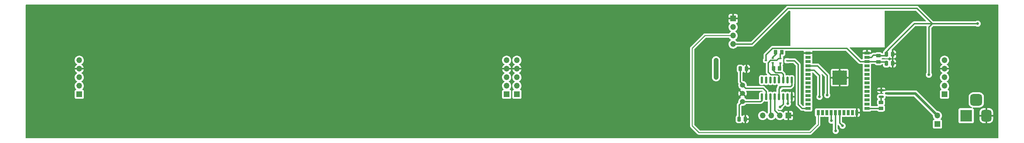
<source format=gbr>
%TF.GenerationSoftware,KiCad,Pcbnew,(6.0.8)*%
%TF.CreationDate,2022-12-26T14:05:03+00:00*%
%TF.ProjectId,Display_LED,44697370-6c61-4795-9f4c-45442e6b6963,1*%
%TF.SameCoordinates,Original*%
%TF.FileFunction,Copper,L2,Bot*%
%TF.FilePolarity,Positive*%
%FSLAX46Y46*%
G04 Gerber Fmt 4.6, Leading zero omitted, Abs format (unit mm)*
G04 Created by KiCad (PCBNEW (6.0.8)) date 2022-12-26 14:05:03*
%MOMM*%
%LPD*%
G01*
G04 APERTURE LIST*
G04 Aperture macros list*
%AMRoundRect*
0 Rectangle with rounded corners*
0 $1 Rounding radius*
0 $2 $3 $4 $5 $6 $7 $8 $9 X,Y pos of 4 corners*
0 Add a 4 corners polygon primitive as box body*
4,1,4,$2,$3,$4,$5,$6,$7,$8,$9,$2,$3,0*
0 Add four circle primitives for the rounded corners*
1,1,$1+$1,$2,$3*
1,1,$1+$1,$4,$5*
1,1,$1+$1,$6,$7*
1,1,$1+$1,$8,$9*
0 Add four rect primitives between the rounded corners*
20,1,$1+$1,$2,$3,$4,$5,0*
20,1,$1+$1,$4,$5,$6,$7,0*
20,1,$1+$1,$6,$7,$8,$9,0*
20,1,$1+$1,$8,$9,$2,$3,0*%
G04 Aperture macros list end*
%TA.AperFunction,ComponentPad*%
%ADD10R,1.700000X1.700000*%
%TD*%
%TA.AperFunction,ComponentPad*%
%ADD11O,1.700000X1.700000*%
%TD*%
%TA.AperFunction,ComponentPad*%
%ADD12R,3.500000X3.500000*%
%TD*%
%TA.AperFunction,ComponentPad*%
%ADD13RoundRect,0.750000X0.750000X1.000000X-0.750000X1.000000X-0.750000X-1.000000X0.750000X-1.000000X0*%
%TD*%
%TA.AperFunction,ComponentPad*%
%ADD14RoundRect,0.875000X0.875000X0.875000X-0.875000X0.875000X-0.875000X-0.875000X0.875000X-0.875000X0*%
%TD*%
%TA.AperFunction,SMDPad,CuDef*%
%ADD15RoundRect,0.250000X0.450000X-0.262500X0.450000X0.262500X-0.450000X0.262500X-0.450000X-0.262500X0*%
%TD*%
%TA.AperFunction,SMDPad,CuDef*%
%ADD16RoundRect,0.250000X-0.250000X-0.475000X0.250000X-0.475000X0.250000X0.475000X-0.250000X0.475000X0*%
%TD*%
%TA.AperFunction,ComponentPad*%
%ADD17C,1.500000*%
%TD*%
%TA.AperFunction,SMDPad,CuDef*%
%ADD18RoundRect,0.150000X-0.587500X-0.150000X0.587500X-0.150000X0.587500X0.150000X-0.587500X0.150000X0*%
%TD*%
%TA.AperFunction,SMDPad,CuDef*%
%ADD19RoundRect,0.250000X-0.262500X-0.450000X0.262500X-0.450000X0.262500X0.450000X-0.262500X0.450000X0*%
%TD*%
%TA.AperFunction,SMDPad,CuDef*%
%ADD20R,0.700000X0.450000*%
%TD*%
%TA.AperFunction,SMDPad,CuDef*%
%ADD21RoundRect,0.150000X0.150000X-0.825000X0.150000X0.825000X-0.150000X0.825000X-0.150000X-0.825000X0*%
%TD*%
%TA.AperFunction,SMDPad,CuDef*%
%ADD22R,1.500000X0.900000*%
%TD*%
%TA.AperFunction,SMDPad,CuDef*%
%ADD23R,0.900000X1.500000*%
%TD*%
%TA.AperFunction,ComponentPad*%
%ADD24C,0.475000*%
%TD*%
%TA.AperFunction,SMDPad,CuDef*%
%ADD25R,1.050000X1.050000*%
%TD*%
%TA.AperFunction,SMDPad,CuDef*%
%ADD26R,4.200000X4.200000*%
%TD*%
%TA.AperFunction,SMDPad,CuDef*%
%ADD27RoundRect,0.250000X0.262500X0.450000X-0.262500X0.450000X-0.262500X-0.450000X0.262500X-0.450000X0*%
%TD*%
%TA.AperFunction,ViaPad*%
%ADD28C,0.800000*%
%TD*%
%TA.AperFunction,Conductor*%
%ADD29C,0.800000*%
%TD*%
%TA.AperFunction,Conductor*%
%ADD30C,0.400000*%
%TD*%
%TA.AperFunction,Conductor*%
%ADD31C,0.250000*%
%TD*%
%TA.AperFunction,Conductor*%
%ADD32C,1.400000*%
%TD*%
G04 APERTURE END LIST*
D10*
%TO.P,J8,1,Pin_1*%
%TO.N,Earth*%
X273558000Y-118628000D03*
D11*
%TO.P,J8,2,Pin_2*%
%TO.N,unconnected-(J8-Pad2)*%
X273558000Y-121168000D03*
%TO.P,J8,3,Pin_3*%
%TO.N,DATA*%
X273558000Y-123708000D03*
%TO.P,J8,4,Pin_4*%
%TO.N,+3.3V*%
X273558000Y-126248000D03*
%TD*%
D10*
%TO.P,J3,1,Pin_1*%
%TO.N,SPI_CLK*%
X79248000Y-141219000D03*
D11*
%TO.P,J3,2,Pin_2*%
%TO.N,SPI_CS*%
X79248000Y-138679000D03*
%TO.P,J3,3,Pin_3*%
%TO.N,unconnected-(J3-Pad3)*%
X79248000Y-136139000D03*
%TO.P,J3,4,Pin_4*%
%TO.N,Earth*%
X79248000Y-133599000D03*
%TO.P,J3,5,Pin_5*%
%TO.N,+5V*%
X79248000Y-131059000D03*
%TD*%
D12*
%TO.P,J1,1*%
%TO.N,Net-(D1-Pad2)*%
X342800000Y-147600000D03*
D13*
%TO.P,J1,2*%
%TO.N,Earth*%
X348800000Y-147600000D03*
D14*
%TO.P,J1,3*%
%TO.N,N/C*%
X345800000Y-142900000D03*
%TD*%
D10*
%TO.P,J4,1,Pin_1*%
%TO.N,SPI_CLK*%
X206248000Y-141219000D03*
D11*
%TO.P,J4,2,Pin_2*%
%TO.N,SPI_CS*%
X206248000Y-138679000D03*
%TO.P,J4,3,Pin_3*%
%TO.N,Net-(J4-Pad3)*%
X206248000Y-136139000D03*
%TO.P,J4,4,Pin_4*%
%TO.N,Earth*%
X206248000Y-133599000D03*
%TO.P,J4,5,Pin_5*%
%TO.N,+5V*%
X206248000Y-131059000D03*
%TD*%
D10*
%TO.P,J7,1,Pin_1*%
%TO.N,12v*%
X334264000Y-150119000D03*
D11*
%TO.P,J7,2,Pin_2*%
%TO.N,Net-(J7-Pad2)*%
X334264000Y-147579000D03*
%TD*%
D10*
%TO.P,J6,1,Pin_1*%
%TO.N,SPI_CLK*%
X336360000Y-141219000D03*
D11*
%TO.P,J6,2,Pin_2*%
%TO.N,SPI_CS*%
X336360000Y-138679000D03*
%TO.P,J6,3,Pin_3*%
%TO.N,SPI_DO*%
X336360000Y-136139000D03*
%TO.P,J6,4,Pin_4*%
%TO.N,Earth*%
X336360000Y-133599000D03*
%TO.P,J6,5,Pin_5*%
%TO.N,+5V*%
X336360000Y-131059000D03*
%TD*%
D10*
%TO.P,J5,1,Pin_1*%
%TO.N,SPI_CLK*%
X209296000Y-141219000D03*
D11*
%TO.P,J5,2,Pin_2*%
%TO.N,SPI_CS*%
X209296000Y-138679000D03*
%TO.P,J5,3,Pin_3*%
%TO.N,Net-(J4-Pad3)*%
X209296000Y-136139000D03*
%TO.P,J5,4,Pin_4*%
%TO.N,Earth*%
X209296000Y-133599000D03*
%TO.P,J5,5,Pin_5*%
%TO.N,+5V*%
X209296000Y-131059000D03*
%TD*%
D15*
%TO.P,R2,1*%
%TO.N,EN*%
X316748000Y-131530500D03*
%TO.P,R2,2*%
%TO.N,+3.3V*%
X316748000Y-129705500D03*
%TD*%
D16*
%TO.P,C4,1*%
%TO.N,Net-(C4-Pad1)*%
X275656000Y-133604000D03*
%TO.P,C4,2*%
%TO.N,Earth*%
X277556000Y-133604000D03*
%TD*%
D17*
%TO.P,Y1,1,1*%
%TO.N,Net-(C4-Pad1)*%
X276352000Y-138520000D03*
%TO.P,Y1,2,2*%
%TO.N,Earth*%
X276352000Y-140960000D03*
%TO.P,Y1,3,3*%
%TO.N,Net-(C5-Pad1)*%
X276352000Y-143400000D03*
%TD*%
D10*
%TO.P,J2,1,Pin_1*%
%TO.N,Earth*%
X289972000Y-147574000D03*
D11*
%TO.P,J2,2,Pin_2*%
%TO.N,D+*%
X287432000Y-147574000D03*
%TO.P,J2,3,Pin_3*%
%TO.N,D-*%
X284892000Y-147574000D03*
%TO.P,J2,4,Pin_4*%
%TO.N,+5V*%
X282352000Y-147574000D03*
%TD*%
D16*
%TO.P,C5,1*%
%TO.N,Net-(C5-Pad1)*%
X275316000Y-148624000D03*
%TO.P,C5,2*%
%TO.N,Earth*%
X277216000Y-148624000D03*
%TD*%
D18*
%TO.P,Q1,1,B*%
%TO.N,Net-(Q1-Pad1)*%
X317578500Y-141920000D03*
%TO.P,Q1,2,E*%
%TO.N,Earth*%
X317578500Y-140020000D03*
%TO.P,Q1,3,C*%
%TO.N,Net-(J7-Pad2)*%
X319453500Y-140970000D03*
%TD*%
D19*
%TO.P,R3,1*%
%TO.N,RST*%
X285545500Y-133530000D03*
%TO.P,R3,2*%
%TO.N,Net-(Q2-Pad1)*%
X287370500Y-133530000D03*
%TD*%
D20*
%TO.P,Q3,1,B*%
%TO.N,Net-(Q3-Pad1)*%
X285298000Y-130466000D03*
%TO.P,Q3,2,E*%
%TO.N,RST*%
X285298000Y-131766000D03*
%TO.P,Q3,3,C*%
%TO.N,EN*%
X283298000Y-131116000D03*
%TD*%
D16*
%TO.P,C6,1*%
%TO.N,+3.3V*%
X319090000Y-129286000D03*
%TO.P,C6,2*%
%TO.N,Earth*%
X320990000Y-129286000D03*
%TD*%
D21*
%TO.P,U4,1,GND*%
%TO.N,Earth*%
X290957000Y-141921000D03*
%TO.P,U4,2,TXD*%
%TO.N,TX*%
X289687000Y-141921000D03*
%TO.P,U4,3,RXD*%
%TO.N,RX*%
X288417000Y-141921000D03*
%TO.P,U4,4,V3*%
%TO.N,+3.3V*%
X287147000Y-141921000D03*
%TO.P,U4,5,UD+*%
%TO.N,D+*%
X285877000Y-141921000D03*
%TO.P,U4,6,UD-*%
%TO.N,D-*%
X284607000Y-141921000D03*
%TO.P,U4,7,XI*%
%TO.N,Net-(C4-Pad1)*%
X283337000Y-141921000D03*
%TO.P,U4,8,XO*%
%TO.N,Net-(C5-Pad1)*%
X282067000Y-141921000D03*
%TO.P,U4,9,~{CTS}*%
%TO.N,unconnected-(U4-Pad9)*%
X282067000Y-136971000D03*
%TO.P,U4,10,~{DSR}*%
%TO.N,unconnected-(U4-Pad10)*%
X283337000Y-136971000D03*
%TO.P,U4,11,~{RI}*%
%TO.N,unconnected-(U4-Pad11)*%
X284607000Y-136971000D03*
%TO.P,U4,12,~{DCD}*%
%TO.N,unconnected-(U4-Pad12)*%
X285877000Y-136971000D03*
%TO.P,U4,13,~{DTR}*%
%TO.N,DTR*%
X287147000Y-136971000D03*
%TO.P,U4,14,~{RTS}*%
%TO.N,RST*%
X288417000Y-136971000D03*
%TO.P,U4,15,R232*%
%TO.N,unconnected-(U4-Pad15)*%
X289687000Y-136971000D03*
%TO.P,U4,16,VCC*%
%TO.N,+3.3V*%
X290957000Y-136971000D03*
%TD*%
D22*
%TO.P,U3,1,GND*%
%TO.N,Earth*%
X313296000Y-128910000D03*
%TO.P,U3,2,VDD*%
%TO.N,+3.3V*%
X313296000Y-130180000D03*
%TO.P,U3,3,EN*%
%TO.N,EN*%
X313296000Y-131450000D03*
%TO.P,U3,4,SENSOR_VP*%
%TO.N,unconnected-(U3-Pad4)*%
X313296000Y-132720000D03*
%TO.P,U3,5,SENSOR_VN*%
%TO.N,unconnected-(U3-Pad5)*%
X313296000Y-133990000D03*
%TO.P,U3,6,IO34*%
%TO.N,unconnected-(U3-Pad6)*%
X313296000Y-135260000D03*
%TO.P,U3,7,IO35*%
%TO.N,unconnected-(U3-Pad7)*%
X313296000Y-136530000D03*
%TO.P,U3,8,IO32*%
%TO.N,unconnected-(U3-Pad8)*%
X313296000Y-137800000D03*
%TO.P,U3,9,IO33*%
%TO.N,unconnected-(U3-Pad9)*%
X313296000Y-139070000D03*
%TO.P,U3,10,IO25*%
%TO.N,unconnected-(U3-Pad10)*%
X313296000Y-140340000D03*
%TO.P,U3,11,IO26*%
%TO.N,unconnected-(U3-Pad11)*%
X313296000Y-141610000D03*
%TO.P,U3,12,IO27*%
%TO.N,unconnected-(U3-Pad12)*%
X313296000Y-142880000D03*
%TO.P,U3,13,IO14*%
%TO.N,unconnected-(U3-Pad13)*%
X313296000Y-144150000D03*
%TO.P,U3,14,IO12*%
%TO.N,Net-(R1-Pad1)*%
X313296000Y-145420000D03*
D23*
%TO.P,U3,15,GND*%
%TO.N,Earth*%
X310256000Y-146670000D03*
%TO.P,U3,16,IO13*%
%TO.N,unconnected-(U3-Pad16)*%
X308986000Y-146670000D03*
%TO.P,U3,17,SHD/SD2*%
%TO.N,unconnected-(U3-Pad17)*%
X307716000Y-146670000D03*
%TO.P,U3,18,SWP/SD3*%
%TO.N,unconnected-(U3-Pad18)*%
X306446000Y-146670000D03*
%TO.P,U3,19,SCS/CMD*%
%TO.N,SPI_CS*%
X305176000Y-146670000D03*
%TO.P,U3,20,SCK/CLK*%
%TO.N,SPI_CLK*%
X303906000Y-146670000D03*
%TO.P,U3,21,SDO/SD0*%
%TO.N,SPI_DO*%
X302636000Y-146670000D03*
%TO.P,U3,22,SDI/SD1*%
%TO.N,unconnected-(U3-Pad22)*%
X301366000Y-146670000D03*
%TO.P,U3,23,IO15*%
%TO.N,unconnected-(U3-Pad23)*%
X300096000Y-146670000D03*
%TO.P,U3,24,IO2*%
%TO.N,DATA*%
X298826000Y-146670000D03*
D22*
%TO.P,U3,25,IO0*%
%TO.N,100*%
X295796000Y-145420000D03*
%TO.P,U3,26,IO4*%
%TO.N,unconnected-(U3-Pad26)*%
X295796000Y-144150000D03*
%TO.P,U3,27,IO16*%
%TO.N,unconnected-(U3-Pad27)*%
X295796000Y-142880000D03*
%TO.P,U3,28,IO17*%
%TO.N,unconnected-(U3-Pad28)*%
X295796000Y-141610000D03*
%TO.P,U3,29,IO5*%
%TO.N,unconnected-(U3-Pad29)*%
X295796000Y-140340000D03*
%TO.P,U3,30,IO18*%
%TO.N,unconnected-(U3-Pad30)*%
X295796000Y-139070000D03*
%TO.P,U3,31,IO19*%
%TO.N,unconnected-(U3-Pad31)*%
X295796000Y-137800000D03*
%TO.P,U3,32,NC*%
%TO.N,unconnected-(U3-Pad32)*%
X295796000Y-136530000D03*
%TO.P,U3,33,IO21*%
%TO.N,unconnected-(U3-Pad33)*%
X295796000Y-135260000D03*
%TO.P,U3,34,RXD0/IO3*%
%TO.N,TX*%
X295796000Y-133990000D03*
%TO.P,U3,35,TXD0/IO1*%
%TO.N,RX*%
X295796000Y-132720000D03*
%TO.P,U3,36,IO22*%
%TO.N,unconnected-(U3-Pad36)*%
X295796000Y-131450000D03*
%TO.P,U3,37,IO23*%
%TO.N,unconnected-(U3-Pad37)*%
X295796000Y-130180000D03*
%TO.P,U3,38,GND*%
%TO.N,Earth*%
X295796000Y-128910000D03*
D24*
%TO.P,U3,39,GND*%
X303701000Y-137012500D03*
X304463500Y-134725000D03*
D25*
X305226000Y-134725000D03*
X306751000Y-136250000D03*
D26*
X305226000Y-136250000D03*
D24*
X305988500Y-137775000D03*
D25*
X305226000Y-137775000D03*
X303701000Y-137775000D03*
X306751000Y-134725000D03*
D24*
X305226000Y-135487500D03*
X305988500Y-136250000D03*
X306751000Y-137012500D03*
X305226000Y-137012500D03*
X303701000Y-135487500D03*
D25*
X303701000Y-134725000D03*
X305226000Y-136250000D03*
D24*
X306751000Y-135487500D03*
X305988500Y-134725000D03*
D25*
X303701000Y-136250000D03*
D24*
X304463500Y-137775000D03*
X304463500Y-136250000D03*
D25*
X306751000Y-137775000D03*
%TD*%
D27*
%TO.P,R4,1*%
%TO.N,DTR*%
X288004500Y-128704000D03*
%TO.P,R4,2*%
%TO.N,Net-(Q3-Pad1)*%
X286179500Y-128704000D03*
%TD*%
D16*
%TO.P,C3,1*%
%TO.N,EN*%
X319080000Y-132010000D03*
%TO.P,C3,2*%
%TO.N,Earth*%
X320980000Y-132010000D03*
%TD*%
D20*
%TO.P,Q2,1,B*%
%TO.N,Net-(Q2-Pad1)*%
X287616000Y-131856000D03*
%TO.P,Q2,2,E*%
%TO.N,DTR*%
X287616000Y-130556000D03*
%TO.P,Q2,3,C*%
%TO.N,100*%
X289616000Y-131206000D03*
%TD*%
D15*
%TO.P,R1,1*%
%TO.N,Net-(R1-Pad1)*%
X317500000Y-145438500D03*
%TO.P,R1,2*%
%TO.N,Net-(Q1-Pad1)*%
X317500000Y-143613500D03*
%TD*%
D28*
%TO.N,Earth*%
X310896000Y-128270000D03*
X305054000Y-129286000D03*
X252481000Y-133599000D03*
X272039000Y-133599000D03*
X309885000Y-133599000D03*
X324871000Y-133599000D03*
%TO.N,+3.3V*%
X331724000Y-135382000D03*
X287528000Y-139192000D03*
X346202000Y-120142000D03*
%TO.N,+5V*%
X268478000Y-136144000D03*
X268478000Y-131064000D03*
%TO.N,RX*%
X287528000Y-145034000D03*
X301498000Y-141478000D03*
%TO.N,TX*%
X299212000Y-141986000D03*
X289814000Y-144018000D03*
%TO.N,SPI_CS*%
X306070000Y-150622000D03*
%TO.N,SPI_CLK*%
X304038000Y-152146000D03*
%TO.N,SPI_DO*%
X302768000Y-149098000D03*
%TD*%
D29*
%TO.N,Earth*%
X309367000Y-133599000D02*
X305054000Y-129286000D01*
X309885000Y-133599000D02*
X309367000Y-133599000D01*
D30*
%TO.N,+3.3V*%
X279136000Y-126248000D02*
X273558000Y-126248000D01*
X289814000Y-115570000D02*
X279136000Y-126248000D01*
X328168000Y-115570000D02*
X289814000Y-115570000D01*
X332740000Y-120142000D02*
X328168000Y-115570000D01*
D31*
%TO.N,DATA*%
X261366000Y-150622000D02*
X261366000Y-127508000D01*
X261366000Y-127508000D02*
X265166000Y-123708000D01*
X263398000Y-152654000D02*
X261366000Y-150622000D01*
X265166000Y-123708000D02*
X273558000Y-123708000D01*
X296418000Y-152654000D02*
X263398000Y-152654000D01*
X298826000Y-150246000D02*
X296418000Y-152654000D01*
X298826000Y-146670000D02*
X298826000Y-150246000D01*
D30*
%TO.N,Net-(Q1-Pad1)*%
X317500000Y-143613500D02*
X317500000Y-141998500D01*
X317500000Y-141998500D02*
X317578500Y-141920000D01*
%TO.N,+3.3V*%
X315214000Y-129540000D02*
X316582500Y-129540000D01*
X290576000Y-138938000D02*
X290957000Y-138557000D01*
X332740000Y-120142000D02*
X346202000Y-120142000D01*
X287147000Y-141921000D02*
X287147000Y-139573000D01*
X314574000Y-130180000D02*
X315214000Y-129540000D01*
X331724000Y-135382000D02*
X331724000Y-121158000D01*
X316748000Y-129705500D02*
X318924500Y-129705500D01*
X318924500Y-129705500D02*
X319090000Y-129540000D01*
X287782000Y-138938000D02*
X290576000Y-138938000D01*
X313296000Y-130180000D02*
X314574000Y-130180000D01*
X320294000Y-127254000D02*
X327406000Y-120142000D01*
X319090000Y-128458000D02*
X320294000Y-127254000D01*
X316582500Y-129540000D02*
X316748000Y-129705500D01*
X319090000Y-129540000D02*
X319090000Y-128458000D01*
X331724000Y-121158000D02*
X332740000Y-120142000D01*
X290957000Y-138557000D02*
X290957000Y-136971000D01*
X327406000Y-120142000D02*
X332740000Y-120142000D01*
X287528000Y-139192000D02*
X287782000Y-138938000D01*
X287147000Y-139573000D02*
X287528000Y-139192000D01*
D32*
%TO.N,+5V*%
X268478000Y-136144000D02*
X268478000Y-131064000D01*
D30*
%TO.N,RST*%
X285545500Y-133370000D02*
X285545500Y-133507500D01*
X285545500Y-133530000D02*
X285545500Y-134161500D01*
X285298000Y-131766000D02*
X285298000Y-133122500D01*
X287964000Y-134802000D02*
X288417000Y-135255000D01*
X285545500Y-134161500D02*
X286186000Y-134802000D01*
X288417000Y-135255000D02*
X288417000Y-136971000D01*
X285298000Y-133122500D02*
X285545500Y-133370000D01*
X286186000Y-134802000D02*
X287964000Y-134802000D01*
%TO.N,RX*%
X298582000Y-132720000D02*
X301498000Y-135636000D01*
X301498000Y-135636000D02*
X301498000Y-141478000D01*
X288417000Y-144145000D02*
X288417000Y-141921000D01*
X287528000Y-145034000D02*
X288417000Y-144145000D01*
X295796000Y-132720000D02*
X298582000Y-132720000D01*
%TO.N,TX*%
X289814000Y-144018000D02*
X289814000Y-142048000D01*
X299212000Y-135636000D02*
X297566000Y-133990000D01*
X299212000Y-141986000D02*
X299212000Y-135636000D01*
X297566000Y-133990000D02*
X295796000Y-133990000D01*
X289814000Y-142048000D02*
X289687000Y-141921000D01*
%TO.N,Net-(R1-Pad1)*%
X317481500Y-145420000D02*
X317500000Y-145438500D01*
X313296000Y-145420000D02*
X317481500Y-145420000D01*
%TO.N,EN*%
X316667500Y-131450000D02*
X316748000Y-131530500D01*
X318600500Y-131530500D02*
X319080000Y-132010000D01*
X307340000Y-127508000D02*
X285242000Y-127508000D01*
X313296000Y-131450000D02*
X311282000Y-131450000D01*
X313296000Y-131450000D02*
X316667500Y-131450000D01*
X316748000Y-131530500D02*
X318600500Y-131530500D01*
X285242000Y-127508000D02*
X283298000Y-129452000D01*
X311282000Y-131450000D02*
X307340000Y-127508000D01*
X283298000Y-129452000D02*
X283298000Y-131116000D01*
%TO.N,Net-(Q2-Pad1)*%
X287528000Y-131856000D02*
X287528000Y-133212500D01*
X287528000Y-133212500D02*
X287370500Y-133370000D01*
%TO.N,DTR*%
X286766000Y-135382000D02*
X284734000Y-135382000D01*
X283972000Y-134620000D02*
X283972000Y-131757000D01*
X287147000Y-135763000D02*
X286766000Y-135382000D01*
X287018000Y-130556000D02*
X287528000Y-130556000D01*
X287528000Y-130556000D02*
X287528000Y-129180500D01*
X284658000Y-131071000D02*
X286503000Y-131071000D01*
X284734000Y-135382000D02*
X283972000Y-134620000D01*
X287147000Y-136971000D02*
X287147000Y-135763000D01*
X287528000Y-129180500D02*
X288004500Y-128704000D01*
X286503000Y-131071000D02*
X287018000Y-130556000D01*
X283972000Y-131757000D02*
X284658000Y-131071000D01*
%TO.N,Net-(Q3-Pad1)*%
X285298000Y-130146000D02*
X286138000Y-129306000D01*
X285298000Y-130466000D02*
X285298000Y-130146000D01*
%TO.N,SPI_CS*%
X305176000Y-146670000D02*
X305176000Y-149728000D01*
X305176000Y-149728000D02*
X306070000Y-150622000D01*
%TO.N,SPI_CLK*%
X303906000Y-152014000D02*
X304038000Y-152146000D01*
X303906000Y-146670000D02*
X303906000Y-152014000D01*
%TO.N,SPI_DO*%
X302636000Y-146670000D02*
X302636000Y-148966000D01*
X302636000Y-148966000D02*
X302768000Y-149098000D01*
%TO.N,100*%
X291734000Y-131206000D02*
X289616000Y-131206000D01*
X294010000Y-145420000D02*
X292862000Y-144272000D01*
X292862000Y-144272000D02*
X292862000Y-132334000D01*
X295796000Y-145420000D02*
X294010000Y-145420000D01*
X292862000Y-132334000D02*
X291734000Y-131206000D01*
%TO.N,D+*%
X285877000Y-146019000D02*
X287432000Y-147574000D01*
X285877000Y-141921000D02*
X285877000Y-146019000D01*
%TO.N,D-*%
X284607000Y-147289000D02*
X284892000Y-147574000D01*
X284607000Y-141921000D02*
X284607000Y-147289000D01*
%TO.N,Net-(C4-Pad1)*%
X276352000Y-138176000D02*
X276352000Y-138520000D01*
X282448000Y-139446000D02*
X283337000Y-140335000D01*
X275656000Y-133604000D02*
X275656000Y-137480000D01*
X277278000Y-139446000D02*
X282448000Y-139446000D01*
X283337000Y-140335000D02*
X283337000Y-141921000D01*
X275656000Y-137480000D02*
X276352000Y-138176000D01*
X276352000Y-138520000D02*
X277278000Y-139446000D01*
%TO.N,Net-(C5-Pad1)*%
X281703000Y-143400000D02*
X282067000Y-143036000D01*
X275316000Y-144436000D02*
X276352000Y-143400000D01*
X276352000Y-143400000D02*
X281703000Y-143400000D01*
X282067000Y-143036000D02*
X282067000Y-141921000D01*
X275316000Y-148624000D02*
X275316000Y-144436000D01*
D29*
%TO.N,Net-(J7-Pad2)*%
X327655000Y-140970000D02*
X334264000Y-147579000D01*
X319453500Y-140970000D02*
X327655000Y-140970000D01*
%TD*%
%TA.AperFunction,Conductor*%
%TO.N,Earth*%
G36*
X352293621Y-114468502D02*
G01*
X352340114Y-114522158D01*
X352351500Y-114574500D01*
X352351500Y-154215500D01*
X352331498Y-154283621D01*
X352277842Y-154330114D01*
X352225500Y-154341500D01*
X63464500Y-154341500D01*
X63396379Y-154321498D01*
X63349886Y-154267842D01*
X63338500Y-154215500D01*
X63338500Y-138645695D01*
X77885251Y-138645695D01*
X77885548Y-138650848D01*
X77885548Y-138650851D01*
X77895689Y-138826729D01*
X77898110Y-138868715D01*
X77899247Y-138873761D01*
X77899248Y-138873767D01*
X77916896Y-138952076D01*
X77947222Y-139086639D01*
X78031266Y-139293616D01*
X78067441Y-139352648D01*
X78144049Y-139477661D01*
X78147987Y-139484088D01*
X78294250Y-139652938D01*
X78298230Y-139656242D01*
X78302981Y-139660187D01*
X78342616Y-139719090D01*
X78344113Y-139790071D01*
X78306997Y-139850593D01*
X78266725Y-139875112D01*
X78176631Y-139908887D01*
X78151295Y-139918385D01*
X78034739Y-140005739D01*
X77947385Y-140122295D01*
X77896255Y-140258684D01*
X77889500Y-140320866D01*
X77889500Y-142117134D01*
X77896255Y-142179316D01*
X77947385Y-142315705D01*
X78034739Y-142432261D01*
X78151295Y-142519615D01*
X78287684Y-142570745D01*
X78349866Y-142577500D01*
X80146134Y-142577500D01*
X80208316Y-142570745D01*
X80344705Y-142519615D01*
X80461261Y-142432261D01*
X80548615Y-142315705D01*
X80599745Y-142179316D01*
X80606500Y-142117134D01*
X80606500Y-140320866D01*
X80599745Y-140258684D01*
X80548615Y-140122295D01*
X80461261Y-140005739D01*
X80344705Y-139918385D01*
X80319369Y-139908887D01*
X80226203Y-139873960D01*
X80169439Y-139831318D01*
X80144739Y-139764756D01*
X80159947Y-139695408D01*
X80181493Y-139666727D01*
X80201791Y-139646500D01*
X80286096Y-139562489D01*
X80345594Y-139479689D01*
X80413435Y-139385277D01*
X80416453Y-139381077D01*
X80430504Y-139352648D01*
X80513136Y-139185453D01*
X80513137Y-139185451D01*
X80515430Y-139180811D01*
X80571643Y-138995793D01*
X80578865Y-138972023D01*
X80578865Y-138972021D01*
X80580370Y-138967069D01*
X80609529Y-138745590D01*
X80609815Y-138733894D01*
X80611074Y-138682365D01*
X80611074Y-138682361D01*
X80611156Y-138679000D01*
X80608418Y-138645695D01*
X204885251Y-138645695D01*
X204885548Y-138650848D01*
X204885548Y-138650851D01*
X204895689Y-138826729D01*
X204898110Y-138868715D01*
X204899247Y-138873761D01*
X204899248Y-138873767D01*
X204916896Y-138952076D01*
X204947222Y-139086639D01*
X205031266Y-139293616D01*
X205067441Y-139352648D01*
X205144049Y-139477661D01*
X205147987Y-139484088D01*
X205294250Y-139652938D01*
X205298230Y-139656242D01*
X205302981Y-139660187D01*
X205342616Y-139719090D01*
X205344113Y-139790071D01*
X205306997Y-139850593D01*
X205266725Y-139875112D01*
X205176631Y-139908887D01*
X205151295Y-139918385D01*
X205034739Y-140005739D01*
X204947385Y-140122295D01*
X204896255Y-140258684D01*
X204889500Y-140320866D01*
X204889500Y-142117134D01*
X204896255Y-142179316D01*
X204947385Y-142315705D01*
X205034739Y-142432261D01*
X205151295Y-142519615D01*
X205287684Y-142570745D01*
X205349866Y-142577500D01*
X207146134Y-142577500D01*
X207208316Y-142570745D01*
X207344705Y-142519615D01*
X207461261Y-142432261D01*
X207548615Y-142315705D01*
X207599745Y-142179316D01*
X207606500Y-142117134D01*
X207606500Y-140320866D01*
X207599745Y-140258684D01*
X207548615Y-140122295D01*
X207461261Y-140005739D01*
X207344705Y-139918385D01*
X207319369Y-139908887D01*
X207226203Y-139873960D01*
X207169439Y-139831318D01*
X207144739Y-139764756D01*
X207159947Y-139695408D01*
X207181493Y-139666727D01*
X207201791Y-139646500D01*
X207286096Y-139562489D01*
X207345594Y-139479689D01*
X207413435Y-139385277D01*
X207416453Y-139381077D01*
X207430504Y-139352648D01*
X207513136Y-139185453D01*
X207513137Y-139185451D01*
X207515430Y-139180811D01*
X207571643Y-138995793D01*
X207578865Y-138972023D01*
X207578865Y-138972021D01*
X207580370Y-138967069D01*
X207609529Y-138745590D01*
X207609815Y-138733894D01*
X207611074Y-138682365D01*
X207611074Y-138682361D01*
X207611156Y-138679000D01*
X207608418Y-138645695D01*
X207933251Y-138645695D01*
X207933548Y-138650848D01*
X207933548Y-138650851D01*
X207943689Y-138826729D01*
X207946110Y-138868715D01*
X207947247Y-138873761D01*
X207947248Y-138873767D01*
X207964896Y-138952076D01*
X207995222Y-139086639D01*
X208079266Y-139293616D01*
X208115441Y-139352648D01*
X208192049Y-139477661D01*
X208195987Y-139484088D01*
X208342250Y-139652938D01*
X208346230Y-139656242D01*
X208350981Y-139660187D01*
X208390616Y-139719090D01*
X208392113Y-139790071D01*
X208354997Y-139850593D01*
X208314725Y-139875112D01*
X208224631Y-139908887D01*
X208199295Y-139918385D01*
X208082739Y-140005739D01*
X207995385Y-140122295D01*
X207944255Y-140258684D01*
X207937500Y-140320866D01*
X207937500Y-142117134D01*
X207944255Y-142179316D01*
X207995385Y-142315705D01*
X208082739Y-142432261D01*
X208199295Y-142519615D01*
X208335684Y-142570745D01*
X208397866Y-142577500D01*
X210194134Y-142577500D01*
X210256316Y-142570745D01*
X210392705Y-142519615D01*
X210509261Y-142432261D01*
X210596615Y-142315705D01*
X210647745Y-142179316D01*
X210654500Y-142117134D01*
X210654500Y-140320866D01*
X210647745Y-140258684D01*
X210596615Y-140122295D01*
X210509261Y-140005739D01*
X210392705Y-139918385D01*
X210367369Y-139908887D01*
X210274203Y-139873960D01*
X210217439Y-139831318D01*
X210192739Y-139764756D01*
X210207947Y-139695408D01*
X210229493Y-139666727D01*
X210249791Y-139646500D01*
X210334096Y-139562489D01*
X210393594Y-139479689D01*
X210461435Y-139385277D01*
X210464453Y-139381077D01*
X210478504Y-139352648D01*
X210561136Y-139185453D01*
X210561137Y-139185451D01*
X210563430Y-139180811D01*
X210619643Y-138995793D01*
X210626865Y-138972023D01*
X210626865Y-138972021D01*
X210628370Y-138967069D01*
X210657529Y-138745590D01*
X210657815Y-138733894D01*
X210659074Y-138682365D01*
X210659074Y-138682361D01*
X210659156Y-138679000D01*
X210640852Y-138456361D01*
X210586431Y-138239702D01*
X210497354Y-138034840D01*
X210405810Y-137893334D01*
X210378822Y-137851617D01*
X210378820Y-137851614D01*
X210376014Y-137847277D01*
X210225670Y-137682051D01*
X210221619Y-137678852D01*
X210221615Y-137678848D01*
X210054414Y-137546800D01*
X210054410Y-137546798D01*
X210050359Y-137543598D01*
X210009053Y-137520796D01*
X209959084Y-137470364D01*
X209944312Y-137400921D01*
X209969428Y-137334516D01*
X209996780Y-137307909D01*
X210057472Y-137264618D01*
X210175860Y-137180173D01*
X210221855Y-137134339D01*
X210304855Y-137051628D01*
X210334096Y-137022489D01*
X210369392Y-136973370D01*
X210461435Y-136845277D01*
X210464453Y-136841077D01*
X210501452Y-136766216D01*
X210561136Y-136645453D01*
X210561137Y-136645451D01*
X210563430Y-136640811D01*
X210604489Y-136505671D01*
X210626865Y-136432023D01*
X210626865Y-136432021D01*
X210628370Y-136427069D01*
X210657529Y-136205590D01*
X210657628Y-136201528D01*
X210659074Y-136142365D01*
X210659074Y-136142361D01*
X210659156Y-136139000D01*
X210640852Y-135916361D01*
X210586431Y-135699702D01*
X210497354Y-135494840D01*
X210428602Y-135388565D01*
X210378822Y-135311617D01*
X210378820Y-135311614D01*
X210376014Y-135307277D01*
X210225670Y-135142051D01*
X210221619Y-135138852D01*
X210221615Y-135138848D01*
X210054414Y-135006800D01*
X210054410Y-135006798D01*
X210050359Y-135003598D01*
X210008569Y-134980529D01*
X209958598Y-134930097D01*
X209943826Y-134860654D01*
X209968942Y-134794248D01*
X209996294Y-134767641D01*
X210171328Y-134642792D01*
X210179200Y-134636139D01*
X210330052Y-134485812D01*
X210336730Y-134477965D01*
X210461003Y-134305020D01*
X210466313Y-134296183D01*
X210560670Y-134105267D01*
X210564469Y-134095672D01*
X210626377Y-133891910D01*
X210628555Y-133881837D01*
X210629986Y-133870962D01*
X210627775Y-133856778D01*
X210614617Y-133853000D01*
X207979225Y-133853000D01*
X207965694Y-133856973D01*
X207964257Y-133866966D01*
X207994565Y-134001446D01*
X207997645Y-134011275D01*
X208077770Y-134208603D01*
X208082413Y-134217794D01*
X208193694Y-134399388D01*
X208199777Y-134407699D01*
X208339213Y-134568667D01*
X208346580Y-134575883D01*
X208510434Y-134711916D01*
X208518881Y-134717831D01*
X208587969Y-134758203D01*
X208636693Y-134809842D01*
X208649764Y-134879625D01*
X208623033Y-134945396D01*
X208582584Y-134978752D01*
X208569607Y-134985507D01*
X208565474Y-134988610D01*
X208565471Y-134988612D01*
X208395100Y-135116530D01*
X208390965Y-135119635D01*
X208338783Y-135174240D01*
X208242153Y-135275358D01*
X208236629Y-135281138D01*
X208233715Y-135285410D01*
X208233714Y-135285411D01*
X208175190Y-135371204D01*
X208110743Y-135465680D01*
X208094669Y-135500309D01*
X208022234Y-135656358D01*
X208016688Y-135668305D01*
X207956989Y-135883570D01*
X207956440Y-135888707D01*
X207955456Y-135897913D01*
X207933251Y-136105695D01*
X207933548Y-136110848D01*
X207933548Y-136110851D01*
X207940345Y-136228725D01*
X207946110Y-136328715D01*
X207947247Y-136333761D01*
X207947248Y-136333767D01*
X207967119Y-136421939D01*
X207995222Y-136546639D01*
X208079266Y-136753616D01*
X208195987Y-136944088D01*
X208342250Y-137112938D01*
X208452134Y-137204165D01*
X208494917Y-137239684D01*
X208514126Y-137255632D01*
X208548785Y-137275885D01*
X208587445Y-137298476D01*
X208636169Y-137350114D01*
X208649240Y-137419897D01*
X208622509Y-137485669D01*
X208582055Y-137519027D01*
X208569607Y-137525507D01*
X208565474Y-137528610D01*
X208565471Y-137528612D01*
X208403475Y-137650242D01*
X208390965Y-137659635D01*
X208236629Y-137821138D01*
X208233715Y-137825410D01*
X208233714Y-137825411D01*
X208178735Y-137906008D01*
X208110743Y-138005680D01*
X208016688Y-138208305D01*
X207956989Y-138423570D01*
X207956440Y-138428707D01*
X207955456Y-138437913D01*
X207933251Y-138645695D01*
X207608418Y-138645695D01*
X207592852Y-138456361D01*
X207538431Y-138239702D01*
X207449354Y-138034840D01*
X207357810Y-137893334D01*
X207330822Y-137851617D01*
X207330820Y-137851614D01*
X207328014Y-137847277D01*
X207177670Y-137682051D01*
X207173619Y-137678852D01*
X207173615Y-137678848D01*
X207006414Y-137546800D01*
X207006410Y-137546798D01*
X207002359Y-137543598D01*
X206961053Y-137520796D01*
X206911084Y-137470364D01*
X206896312Y-137400921D01*
X206921428Y-137334516D01*
X206948780Y-137307909D01*
X207009472Y-137264618D01*
X207127860Y-137180173D01*
X207173855Y-137134339D01*
X207256855Y-137051628D01*
X207286096Y-137022489D01*
X207321392Y-136973370D01*
X207413435Y-136845277D01*
X207416453Y-136841077D01*
X207453452Y-136766216D01*
X207513136Y-136645453D01*
X207513137Y-136645451D01*
X207515430Y-136640811D01*
X207556489Y-136505671D01*
X207578865Y-136432023D01*
X207578865Y-136432021D01*
X207580370Y-136427069D01*
X207609529Y-136205590D01*
X207609628Y-136201528D01*
X207611074Y-136142365D01*
X207611074Y-136142361D01*
X207611156Y-136139000D01*
X207592852Y-135916361D01*
X207538431Y-135699702D01*
X207449354Y-135494840D01*
X207380602Y-135388565D01*
X207330822Y-135311617D01*
X207330820Y-135311614D01*
X207328014Y-135307277D01*
X207177670Y-135142051D01*
X207173619Y-135138852D01*
X207173615Y-135138848D01*
X207006414Y-135006800D01*
X207006410Y-135006798D01*
X207002359Y-135003598D01*
X206960569Y-134980529D01*
X206910598Y-134930097D01*
X206895826Y-134860654D01*
X206920942Y-134794248D01*
X206948294Y-134767641D01*
X207123328Y-134642792D01*
X207131200Y-134636139D01*
X207282052Y-134485812D01*
X207288730Y-134477965D01*
X207413003Y-134305020D01*
X207418313Y-134296183D01*
X207512670Y-134105267D01*
X207516469Y-134095672D01*
X207578377Y-133891910D01*
X207580555Y-133881837D01*
X207581986Y-133870962D01*
X207579775Y-133856778D01*
X207566617Y-133853000D01*
X204931225Y-133853000D01*
X204917694Y-133856973D01*
X204916257Y-133866966D01*
X204946565Y-134001446D01*
X204949645Y-134011275D01*
X205029770Y-134208603D01*
X205034413Y-134217794D01*
X205145694Y-134399388D01*
X205151777Y-134407699D01*
X205291213Y-134568667D01*
X205298580Y-134575883D01*
X205462434Y-134711916D01*
X205470881Y-134717831D01*
X205539969Y-134758203D01*
X205588693Y-134809842D01*
X205601764Y-134879625D01*
X205575033Y-134945396D01*
X205534584Y-134978752D01*
X205521607Y-134985507D01*
X205517474Y-134988610D01*
X205517471Y-134988612D01*
X205347100Y-135116530D01*
X205342965Y-135119635D01*
X205290783Y-135174240D01*
X205194153Y-135275358D01*
X205188629Y-135281138D01*
X205185715Y-135285410D01*
X205185714Y-135285411D01*
X205127190Y-135371204D01*
X205062743Y-135465680D01*
X205046669Y-135500309D01*
X204974234Y-135656358D01*
X204968688Y-135668305D01*
X204908989Y-135883570D01*
X204908440Y-135888707D01*
X204907456Y-135897913D01*
X204885251Y-136105695D01*
X204885548Y-136110848D01*
X204885548Y-136110851D01*
X204892345Y-136228725D01*
X204898110Y-136328715D01*
X204899247Y-136333761D01*
X204899248Y-136333767D01*
X204919119Y-136421939D01*
X204947222Y-136546639D01*
X205031266Y-136753616D01*
X205147987Y-136944088D01*
X205294250Y-137112938D01*
X205404134Y-137204165D01*
X205446917Y-137239684D01*
X205466126Y-137255632D01*
X205500785Y-137275885D01*
X205539445Y-137298476D01*
X205588169Y-137350114D01*
X205601240Y-137419897D01*
X205574509Y-137485669D01*
X205534055Y-137519027D01*
X205521607Y-137525507D01*
X205517474Y-137528610D01*
X205517471Y-137528612D01*
X205355475Y-137650242D01*
X205342965Y-137659635D01*
X205188629Y-137821138D01*
X205185715Y-137825410D01*
X205185714Y-137825411D01*
X205130735Y-137906008D01*
X205062743Y-138005680D01*
X204968688Y-138208305D01*
X204908989Y-138423570D01*
X204908440Y-138428707D01*
X204907456Y-138437913D01*
X204885251Y-138645695D01*
X80608418Y-138645695D01*
X80592852Y-138456361D01*
X80538431Y-138239702D01*
X80449354Y-138034840D01*
X80357810Y-137893334D01*
X80330822Y-137851617D01*
X80330820Y-137851614D01*
X80328014Y-137847277D01*
X80177670Y-137682051D01*
X80173619Y-137678852D01*
X80173615Y-137678848D01*
X80006414Y-137546800D01*
X80006410Y-137546798D01*
X80002359Y-137543598D01*
X79961053Y-137520796D01*
X79911084Y-137470364D01*
X79896312Y-137400921D01*
X79921428Y-137334516D01*
X79948780Y-137307909D01*
X80009472Y-137264618D01*
X80127860Y-137180173D01*
X80173855Y-137134339D01*
X80256855Y-137051628D01*
X80286096Y-137022489D01*
X80321392Y-136973370D01*
X80413435Y-136845277D01*
X80416453Y-136841077D01*
X80453452Y-136766216D01*
X80513136Y-136645453D01*
X80513137Y-136645451D01*
X80515430Y-136640811D01*
X80556489Y-136505671D01*
X80578865Y-136432023D01*
X80578865Y-136432021D01*
X80580370Y-136427069D01*
X80609529Y-136205590D01*
X80609628Y-136201528D01*
X80611074Y-136142365D01*
X80611074Y-136142361D01*
X80611156Y-136139000D01*
X80592852Y-135916361D01*
X80538431Y-135699702D01*
X80449354Y-135494840D01*
X80380602Y-135388565D01*
X80330822Y-135311617D01*
X80330820Y-135311614D01*
X80328014Y-135307277D01*
X80177670Y-135142051D01*
X80173619Y-135138852D01*
X80173615Y-135138848D01*
X80006414Y-135006800D01*
X80006410Y-135006798D01*
X80002359Y-135003598D01*
X79960569Y-134980529D01*
X79910598Y-134930097D01*
X79895826Y-134860654D01*
X79920942Y-134794248D01*
X79948294Y-134767641D01*
X80123328Y-134642792D01*
X80131200Y-134636139D01*
X80282052Y-134485812D01*
X80288730Y-134477965D01*
X80413003Y-134305020D01*
X80418313Y-134296183D01*
X80512670Y-134105267D01*
X80516469Y-134095672D01*
X80578377Y-133891910D01*
X80580555Y-133881837D01*
X80581986Y-133870962D01*
X80579775Y-133856778D01*
X80566617Y-133853000D01*
X77931225Y-133853000D01*
X77917694Y-133856973D01*
X77916257Y-133866966D01*
X77946565Y-134001446D01*
X77949645Y-134011275D01*
X78029770Y-134208603D01*
X78034413Y-134217794D01*
X78145694Y-134399388D01*
X78151777Y-134407699D01*
X78291213Y-134568667D01*
X78298580Y-134575883D01*
X78462434Y-134711916D01*
X78470881Y-134717831D01*
X78539969Y-134758203D01*
X78588693Y-134809842D01*
X78601764Y-134879625D01*
X78575033Y-134945396D01*
X78534584Y-134978752D01*
X78521607Y-134985507D01*
X78517474Y-134988610D01*
X78517471Y-134988612D01*
X78347100Y-135116530D01*
X78342965Y-135119635D01*
X78290783Y-135174240D01*
X78194153Y-135275358D01*
X78188629Y-135281138D01*
X78185715Y-135285410D01*
X78185714Y-135285411D01*
X78127190Y-135371204D01*
X78062743Y-135465680D01*
X78046669Y-135500309D01*
X77974234Y-135656358D01*
X77968688Y-135668305D01*
X77908989Y-135883570D01*
X77908440Y-135888707D01*
X77907456Y-135897913D01*
X77885251Y-136105695D01*
X77885548Y-136110848D01*
X77885548Y-136110851D01*
X77892345Y-136228725D01*
X77898110Y-136328715D01*
X77899247Y-136333761D01*
X77899248Y-136333767D01*
X77919119Y-136421939D01*
X77947222Y-136546639D01*
X78031266Y-136753616D01*
X78147987Y-136944088D01*
X78294250Y-137112938D01*
X78404134Y-137204165D01*
X78446917Y-137239684D01*
X78466126Y-137255632D01*
X78500785Y-137275885D01*
X78539445Y-137298476D01*
X78588169Y-137350114D01*
X78601240Y-137419897D01*
X78574509Y-137485669D01*
X78534055Y-137519027D01*
X78521607Y-137525507D01*
X78517474Y-137528610D01*
X78517471Y-137528612D01*
X78355475Y-137650242D01*
X78342965Y-137659635D01*
X78188629Y-137821138D01*
X78185715Y-137825410D01*
X78185714Y-137825411D01*
X78130735Y-137906008D01*
X78062743Y-138005680D01*
X77968688Y-138208305D01*
X77908989Y-138423570D01*
X77908440Y-138428707D01*
X77907456Y-138437913D01*
X77885251Y-138645695D01*
X63338500Y-138645695D01*
X63338500Y-131025695D01*
X77885251Y-131025695D01*
X77885548Y-131030848D01*
X77885548Y-131030851D01*
X77896169Y-131215059D01*
X77898110Y-131248715D01*
X77899247Y-131253761D01*
X77899248Y-131253767D01*
X77902397Y-131267739D01*
X77947222Y-131466639D01*
X78031266Y-131673616D01*
X78050045Y-131704261D01*
X78143623Y-131856966D01*
X78147987Y-131864088D01*
X78294250Y-132032938D01*
X78438008Y-132152288D01*
X78446917Y-132159684D01*
X78466126Y-132175632D01*
X78482582Y-132185248D01*
X78539955Y-132218774D01*
X78588679Y-132270412D01*
X78601750Y-132340195D01*
X78575019Y-132405967D01*
X78534562Y-132439327D01*
X78526457Y-132443546D01*
X78517738Y-132449036D01*
X78347433Y-132576905D01*
X78339726Y-132583748D01*
X78192590Y-132737717D01*
X78186104Y-132745727D01*
X78066098Y-132921649D01*
X78061000Y-132930623D01*
X77971338Y-133123783D01*
X77967775Y-133133470D01*
X77912389Y-133333183D01*
X77913912Y-133341607D01*
X77926292Y-133345000D01*
X80566344Y-133345000D01*
X80579875Y-133341027D01*
X80581180Y-133331947D01*
X80539214Y-133164875D01*
X80535894Y-133155124D01*
X80450972Y-132959814D01*
X80446105Y-132950739D01*
X80330426Y-132771926D01*
X80324136Y-132763757D01*
X80180806Y-132606240D01*
X80173273Y-132599215D01*
X80006139Y-132467222D01*
X79997556Y-132461520D01*
X79960602Y-132441120D01*
X79910631Y-132390687D01*
X79895859Y-132321245D01*
X79920975Y-132254839D01*
X79948327Y-132228232D01*
X80002466Y-132189615D01*
X80127860Y-132100173D01*
X80146347Y-132081751D01*
X80282435Y-131946137D01*
X80286096Y-131942489D01*
X80302250Y-131920009D01*
X80413435Y-131765277D01*
X80416453Y-131761077D01*
X80430292Y-131733077D01*
X80513136Y-131565453D01*
X80513137Y-131565451D01*
X80515430Y-131560811D01*
X80567590Y-131389134D01*
X80578865Y-131352023D01*
X80578865Y-131352021D01*
X80580370Y-131347069D01*
X80609529Y-131125590D01*
X80611156Y-131059000D01*
X80608418Y-131025695D01*
X204885251Y-131025695D01*
X204885548Y-131030848D01*
X204885548Y-131030851D01*
X204896169Y-131215059D01*
X204898110Y-131248715D01*
X204899247Y-131253761D01*
X204899248Y-131253767D01*
X204902397Y-131267739D01*
X204947222Y-131466639D01*
X205031266Y-131673616D01*
X205050045Y-131704261D01*
X205143623Y-131856966D01*
X205147987Y-131864088D01*
X205294250Y-132032938D01*
X205438008Y-132152288D01*
X205446917Y-132159684D01*
X205466126Y-132175632D01*
X205482582Y-132185248D01*
X205539955Y-132218774D01*
X205588679Y-132270412D01*
X205601750Y-132340195D01*
X205575019Y-132405967D01*
X205534562Y-132439327D01*
X205526457Y-132443546D01*
X205517738Y-132449036D01*
X205347433Y-132576905D01*
X205339726Y-132583748D01*
X205192590Y-132737717D01*
X205186104Y-132745727D01*
X205066098Y-132921649D01*
X205061000Y-132930623D01*
X204971338Y-133123783D01*
X204967775Y-133133470D01*
X204912389Y-133333183D01*
X204913912Y-133341607D01*
X204926292Y-133345000D01*
X207566344Y-133345000D01*
X207579875Y-133341027D01*
X207581180Y-133331947D01*
X207539214Y-133164875D01*
X207535894Y-133155124D01*
X207450972Y-132959814D01*
X207446105Y-132950739D01*
X207330426Y-132771926D01*
X207324136Y-132763757D01*
X207180806Y-132606240D01*
X207173273Y-132599215D01*
X207006139Y-132467222D01*
X206997556Y-132461520D01*
X206960602Y-132441120D01*
X206910631Y-132390687D01*
X206895859Y-132321245D01*
X206920975Y-132254839D01*
X206948327Y-132228232D01*
X207002466Y-132189615D01*
X207127860Y-132100173D01*
X207146347Y-132081751D01*
X207282435Y-131946137D01*
X207286096Y-131942489D01*
X207302250Y-131920009D01*
X207413435Y-131765277D01*
X207416453Y-131761077D01*
X207430292Y-131733077D01*
X207513136Y-131565453D01*
X207513137Y-131565451D01*
X207515430Y-131560811D01*
X207567590Y-131389134D01*
X207578865Y-131352023D01*
X207578865Y-131352021D01*
X207580370Y-131347069D01*
X207609529Y-131125590D01*
X207611156Y-131059000D01*
X207608418Y-131025695D01*
X207933251Y-131025695D01*
X207933548Y-131030848D01*
X207933548Y-131030851D01*
X207944169Y-131215059D01*
X207946110Y-131248715D01*
X207947247Y-131253761D01*
X207947248Y-131253767D01*
X207950397Y-131267739D01*
X207995222Y-131466639D01*
X208079266Y-131673616D01*
X208098045Y-131704261D01*
X208191623Y-131856966D01*
X208195987Y-131864088D01*
X208342250Y-132032938D01*
X208486008Y-132152288D01*
X208494917Y-132159684D01*
X208514126Y-132175632D01*
X208530582Y-132185248D01*
X208587955Y-132218774D01*
X208636679Y-132270412D01*
X208649750Y-132340195D01*
X208623019Y-132405967D01*
X208582562Y-132439327D01*
X208574457Y-132443546D01*
X208565738Y-132449036D01*
X208395433Y-132576905D01*
X208387726Y-132583748D01*
X208240590Y-132737717D01*
X208234104Y-132745727D01*
X208114098Y-132921649D01*
X208109000Y-132930623D01*
X208019338Y-133123783D01*
X208015775Y-133133470D01*
X207960389Y-133333183D01*
X207961912Y-133341607D01*
X207974292Y-133345000D01*
X210614344Y-133345000D01*
X210627875Y-133341027D01*
X210629180Y-133331947D01*
X210587214Y-133164875D01*
X210583894Y-133155124D01*
X210498972Y-132959814D01*
X210494105Y-132950739D01*
X210378426Y-132771926D01*
X210372136Y-132763757D01*
X210228806Y-132606240D01*
X210221273Y-132599215D01*
X210054139Y-132467222D01*
X210045556Y-132461520D01*
X210008602Y-132441120D01*
X209958631Y-132390687D01*
X209943859Y-132321245D01*
X209968975Y-132254839D01*
X209996327Y-132228232D01*
X210050466Y-132189615D01*
X210175860Y-132100173D01*
X210194347Y-132081751D01*
X210330435Y-131946137D01*
X210334096Y-131942489D01*
X210350250Y-131920009D01*
X210461435Y-131765277D01*
X210464453Y-131761077D01*
X210478292Y-131733077D01*
X210561136Y-131565453D01*
X210561137Y-131565451D01*
X210563430Y-131560811D01*
X210615590Y-131389134D01*
X210626865Y-131352023D01*
X210626865Y-131352021D01*
X210628370Y-131347069D01*
X210657529Y-131125590D01*
X210659156Y-131059000D01*
X210640852Y-130836361D01*
X210586431Y-130619702D01*
X210497354Y-130414840D01*
X210417850Y-130291946D01*
X210378822Y-130231617D01*
X210378820Y-130231614D01*
X210376014Y-130227277D01*
X210225670Y-130062051D01*
X210221619Y-130058852D01*
X210221615Y-130058848D01*
X210054414Y-129926800D01*
X210054410Y-129926798D01*
X210050359Y-129923598D01*
X210037047Y-129916249D01*
X209941145Y-129863309D01*
X209854789Y-129815638D01*
X209849920Y-129813914D01*
X209849916Y-129813912D01*
X209649087Y-129742795D01*
X209649083Y-129742794D01*
X209644212Y-129741069D01*
X209639119Y-129740162D01*
X209639116Y-129740161D01*
X209429373Y-129702800D01*
X209429367Y-129702799D01*
X209424284Y-129701894D01*
X209350452Y-129700992D01*
X209206081Y-129699228D01*
X209206079Y-129699228D01*
X209200911Y-129699165D01*
X208980091Y-129732955D01*
X208767756Y-129802357D01*
X208739641Y-129816993D01*
X208647532Y-129864942D01*
X208569607Y-129905507D01*
X208565474Y-129908610D01*
X208565471Y-129908612D01*
X208438646Y-130003835D01*
X208390965Y-130039635D01*
X208387393Y-130043373D01*
X208241269Y-130196283D01*
X208236629Y-130201138D01*
X208233715Y-130205410D01*
X208233714Y-130205411D01*
X208216894Y-130230068D01*
X208110743Y-130385680D01*
X208081223Y-130449275D01*
X208023213Y-130574249D01*
X208016688Y-130588305D01*
X207956989Y-130803570D01*
X207956440Y-130808707D01*
X207955456Y-130817913D01*
X207933251Y-131025695D01*
X207608418Y-131025695D01*
X207592852Y-130836361D01*
X207538431Y-130619702D01*
X207449354Y-130414840D01*
X207369850Y-130291946D01*
X207330822Y-130231617D01*
X207330820Y-130231614D01*
X207328014Y-130227277D01*
X207177670Y-130062051D01*
X207173619Y-130058852D01*
X207173615Y-130058848D01*
X207006414Y-129926800D01*
X207006410Y-129926798D01*
X207002359Y-129923598D01*
X206989047Y-129916249D01*
X206893145Y-129863309D01*
X206806789Y-129815638D01*
X206801920Y-129813914D01*
X206801916Y-129813912D01*
X206601087Y-129742795D01*
X206601083Y-129742794D01*
X206596212Y-129741069D01*
X206591119Y-129740162D01*
X206591116Y-129740161D01*
X206381373Y-129702800D01*
X206381367Y-129702799D01*
X206376284Y-129701894D01*
X206302452Y-129700992D01*
X206158081Y-129699228D01*
X206158079Y-129699228D01*
X206152911Y-129699165D01*
X205932091Y-129732955D01*
X205719756Y-129802357D01*
X205691641Y-129816993D01*
X205599532Y-129864942D01*
X205521607Y-129905507D01*
X205517474Y-129908610D01*
X205517471Y-129908612D01*
X205390646Y-130003835D01*
X205342965Y-130039635D01*
X205339393Y-130043373D01*
X205193269Y-130196283D01*
X205188629Y-130201138D01*
X205185715Y-130205410D01*
X205185714Y-130205411D01*
X205168894Y-130230068D01*
X205062743Y-130385680D01*
X205033223Y-130449275D01*
X204975213Y-130574249D01*
X204968688Y-130588305D01*
X204908989Y-130803570D01*
X204908440Y-130808707D01*
X204907456Y-130817913D01*
X204885251Y-131025695D01*
X80608418Y-131025695D01*
X80592852Y-130836361D01*
X80538431Y-130619702D01*
X80449354Y-130414840D01*
X80369850Y-130291946D01*
X80330822Y-130231617D01*
X80330820Y-130231614D01*
X80328014Y-130227277D01*
X80177670Y-130062051D01*
X80173619Y-130058852D01*
X80173615Y-130058848D01*
X80006414Y-129926800D01*
X80006410Y-129926798D01*
X80002359Y-129923598D01*
X79989047Y-129916249D01*
X79893145Y-129863309D01*
X79806789Y-129815638D01*
X79801920Y-129813914D01*
X79801916Y-129813912D01*
X79601087Y-129742795D01*
X79601083Y-129742794D01*
X79596212Y-129741069D01*
X79591119Y-129740162D01*
X79591116Y-129740161D01*
X79381373Y-129702800D01*
X79381367Y-129702799D01*
X79376284Y-129701894D01*
X79302452Y-129700992D01*
X79158081Y-129699228D01*
X79158079Y-129699228D01*
X79152911Y-129699165D01*
X78932091Y-129732955D01*
X78719756Y-129802357D01*
X78691641Y-129816993D01*
X78599532Y-129864942D01*
X78521607Y-129905507D01*
X78517474Y-129908610D01*
X78517471Y-129908612D01*
X78390646Y-130003835D01*
X78342965Y-130039635D01*
X78339393Y-130043373D01*
X78193269Y-130196283D01*
X78188629Y-130201138D01*
X78185715Y-130205410D01*
X78185714Y-130205411D01*
X78168894Y-130230068D01*
X78062743Y-130385680D01*
X78033223Y-130449275D01*
X77975213Y-130574249D01*
X77968688Y-130588305D01*
X77908989Y-130803570D01*
X77908440Y-130808707D01*
X77907456Y-130817913D01*
X77885251Y-131025695D01*
X63338500Y-131025695D01*
X63338500Y-127487943D01*
X260727780Y-127487943D01*
X260728526Y-127495835D01*
X260731941Y-127531961D01*
X260732500Y-127543819D01*
X260732500Y-150543233D01*
X260731973Y-150554416D01*
X260730298Y-150561909D01*
X260730547Y-150569835D01*
X260730547Y-150569836D01*
X260732438Y-150629986D01*
X260732500Y-150633945D01*
X260732500Y-150661856D01*
X260732997Y-150665790D01*
X260732997Y-150665791D01*
X260733005Y-150665856D01*
X260733938Y-150677693D01*
X260735327Y-150721889D01*
X260740008Y-150738000D01*
X260740978Y-150741339D01*
X260744987Y-150760700D01*
X260747526Y-150780797D01*
X260750445Y-150788168D01*
X260750445Y-150788170D01*
X260763804Y-150821912D01*
X260767649Y-150833142D01*
X260779982Y-150875593D01*
X260784015Y-150882412D01*
X260784017Y-150882417D01*
X260790293Y-150893028D01*
X260798988Y-150910776D01*
X260806448Y-150929617D01*
X260811110Y-150936033D01*
X260811110Y-150936034D01*
X260832436Y-150965387D01*
X260838952Y-150975307D01*
X260849745Y-150993556D01*
X260861458Y-151013362D01*
X260875779Y-151027683D01*
X260888619Y-151042716D01*
X260900528Y-151059107D01*
X260933900Y-151086715D01*
X260934605Y-151087298D01*
X260943384Y-151095288D01*
X262894348Y-153046253D01*
X262901888Y-153054539D01*
X262906000Y-153061018D01*
X262911777Y-153066443D01*
X262955651Y-153107643D01*
X262958493Y-153110398D01*
X262978230Y-153130135D01*
X262981427Y-153132615D01*
X262990447Y-153140318D01*
X263022679Y-153170586D01*
X263029625Y-153174405D01*
X263029628Y-153174407D01*
X263040434Y-153180348D01*
X263056953Y-153191199D01*
X263072959Y-153203614D01*
X263080228Y-153206759D01*
X263080232Y-153206762D01*
X263113537Y-153221174D01*
X263124187Y-153226391D01*
X263162940Y-153247695D01*
X263170615Y-153249666D01*
X263170616Y-153249666D01*
X263182562Y-153252733D01*
X263201267Y-153259137D01*
X263219855Y-153267181D01*
X263227678Y-153268420D01*
X263227688Y-153268423D01*
X263263524Y-153274099D01*
X263275144Y-153276505D01*
X263306959Y-153284673D01*
X263317970Y-153287500D01*
X263338224Y-153287500D01*
X263357934Y-153289051D01*
X263377943Y-153292220D01*
X263385835Y-153291474D01*
X263404580Y-153289702D01*
X263421962Y-153288059D01*
X263433819Y-153287500D01*
X296339233Y-153287500D01*
X296350416Y-153288027D01*
X296357909Y-153289702D01*
X296365835Y-153289453D01*
X296365836Y-153289453D01*
X296425986Y-153287562D01*
X296429945Y-153287500D01*
X296457856Y-153287500D01*
X296461791Y-153287003D01*
X296461856Y-153286995D01*
X296473693Y-153286062D01*
X296505951Y-153285048D01*
X296509970Y-153284922D01*
X296517889Y-153284673D01*
X296537343Y-153279021D01*
X296556700Y-153275013D01*
X296568930Y-153273468D01*
X296568931Y-153273468D01*
X296576797Y-153272474D01*
X296584168Y-153269555D01*
X296584170Y-153269555D01*
X296617912Y-153256196D01*
X296629142Y-153252351D01*
X296663983Y-153242229D01*
X296663984Y-153242229D01*
X296671593Y-153240018D01*
X296678412Y-153235985D01*
X296678417Y-153235983D01*
X296689028Y-153229707D01*
X296706776Y-153221012D01*
X296725617Y-153213552D01*
X296761387Y-153187564D01*
X296771307Y-153181048D01*
X296802535Y-153162580D01*
X296802538Y-153162578D01*
X296809362Y-153158542D01*
X296823683Y-153144221D01*
X296838717Y-153131380D01*
X296848694Y-153124131D01*
X296855107Y-153119472D01*
X296883298Y-153085395D01*
X296891288Y-153076616D01*
X299218247Y-150749657D01*
X299226537Y-150742113D01*
X299233018Y-150738000D01*
X299255584Y-150713970D01*
X299279658Y-150688333D01*
X299282413Y-150685491D01*
X299302134Y-150665770D01*
X299304612Y-150662575D01*
X299312318Y-150653553D01*
X299337158Y-150627101D01*
X299342586Y-150621321D01*
X299352346Y-150603568D01*
X299363199Y-150587045D01*
X299370753Y-150577306D01*
X299375613Y-150571041D01*
X299393176Y-150530457D01*
X299398383Y-150519827D01*
X299419695Y-150481060D01*
X299421666Y-150473383D01*
X299421668Y-150473378D01*
X299424732Y-150461442D01*
X299431138Y-150442730D01*
X299435751Y-150432072D01*
X299439181Y-150424145D01*
X299440421Y-150416317D01*
X299440423Y-150416310D01*
X299446099Y-150380476D01*
X299448505Y-150368856D01*
X299457528Y-150333711D01*
X299457528Y-150333710D01*
X299459500Y-150326030D01*
X299459500Y-150305776D01*
X299461051Y-150286065D01*
X299462980Y-150273886D01*
X299464220Y-150266057D01*
X299460059Y-150222038D01*
X299459500Y-150210181D01*
X299459500Y-148053830D01*
X299479502Y-147985709D01*
X299533158Y-147939216D01*
X299592317Y-147928015D01*
X299594480Y-147928132D01*
X299597866Y-147928500D01*
X300594134Y-147928500D01*
X300656316Y-147921745D01*
X300686771Y-147910328D01*
X300757577Y-147905145D01*
X300775224Y-147910326D01*
X300805684Y-147921745D01*
X300867866Y-147928500D01*
X301801500Y-147928500D01*
X301869621Y-147948502D01*
X301916114Y-148002158D01*
X301927500Y-148054500D01*
X301927500Y-148724871D01*
X301921333Y-148763807D01*
X301874458Y-148908072D01*
X301873768Y-148914633D01*
X301873768Y-148914635D01*
X301863208Y-149015109D01*
X301854496Y-149098000D01*
X301855186Y-149104565D01*
X301871015Y-149255166D01*
X301874458Y-149287928D01*
X301933473Y-149469556D01*
X302028960Y-149634944D01*
X302156747Y-149776866D01*
X302248394Y-149843452D01*
X302268417Y-149857999D01*
X302311248Y-149889118D01*
X302317276Y-149891802D01*
X302317278Y-149891803D01*
X302479681Y-149964109D01*
X302485712Y-149966794D01*
X302564754Y-149983595D01*
X302666056Y-150005128D01*
X302666061Y-150005128D01*
X302672513Y-150006500D01*
X302863487Y-150006500D01*
X302869939Y-150005128D01*
X302869944Y-150005128D01*
X303045303Y-149967854D01*
X303116094Y-149973256D01*
X303172727Y-150016073D01*
X303197220Y-150082711D01*
X303197500Y-150091101D01*
X303197500Y-151772871D01*
X303191333Y-151811807D01*
X303144458Y-151956072D01*
X303124496Y-152146000D01*
X303144458Y-152335928D01*
X303203473Y-152517556D01*
X303298960Y-152682944D01*
X303426747Y-152824866D01*
X303581248Y-152937118D01*
X303587276Y-152939802D01*
X303587278Y-152939803D01*
X303749681Y-153012109D01*
X303755712Y-153014794D01*
X303849112Y-153034647D01*
X303936056Y-153053128D01*
X303936061Y-153053128D01*
X303942513Y-153054500D01*
X304133487Y-153054500D01*
X304139939Y-153053128D01*
X304139944Y-153053128D01*
X304226888Y-153034647D01*
X304320288Y-153014794D01*
X304326319Y-153012109D01*
X304488722Y-152939803D01*
X304488724Y-152939802D01*
X304494752Y-152937118D01*
X304649253Y-152824866D01*
X304777040Y-152682944D01*
X304872527Y-152517556D01*
X304931542Y-152335928D01*
X304951504Y-152146000D01*
X304931542Y-151956072D01*
X304872527Y-151774444D01*
X304777040Y-151609056D01*
X304649253Y-151467134D01*
X304650871Y-151465677D01*
X304618950Y-151413865D01*
X304614500Y-151380673D01*
X304614500Y-150472660D01*
X304634502Y-150404539D01*
X304688158Y-150358046D01*
X304758432Y-150347942D01*
X304823012Y-150377436D01*
X304829595Y-150383565D01*
X305135335Y-150689305D01*
X305169361Y-150751617D01*
X305171550Y-150765228D01*
X305176458Y-150811928D01*
X305178498Y-150818205D01*
X305178498Y-150818207D01*
X305210234Y-150915880D01*
X305235473Y-150993556D01*
X305238776Y-150999278D01*
X305238777Y-150999279D01*
X305251047Y-151020531D01*
X305330960Y-151158944D01*
X305458747Y-151300866D01*
X305613248Y-151413118D01*
X305619276Y-151415802D01*
X305619278Y-151415803D01*
X305757024Y-151477131D01*
X305787712Y-151490794D01*
X305881113Y-151510647D01*
X305968056Y-151529128D01*
X305968061Y-151529128D01*
X305974513Y-151530500D01*
X306165487Y-151530500D01*
X306171939Y-151529128D01*
X306171944Y-151529128D01*
X306258887Y-151510647D01*
X306352288Y-151490794D01*
X306382976Y-151477131D01*
X306520722Y-151415803D01*
X306520724Y-151415802D01*
X306526752Y-151413118D01*
X306681253Y-151300866D01*
X306809040Y-151158944D01*
X306888953Y-151020531D01*
X306901223Y-150999279D01*
X306901224Y-150999278D01*
X306904527Y-150993556D01*
X306963542Y-150811928D01*
X306983504Y-150622000D01*
X306968691Y-150481060D01*
X306964232Y-150438635D01*
X306964232Y-150438633D01*
X306963542Y-150432072D01*
X306904527Y-150250444D01*
X306809040Y-150085056D01*
X306746928Y-150016073D01*
X306685675Y-149948045D01*
X306685674Y-149948044D01*
X306681253Y-149943134D01*
X306557917Y-149853525D01*
X306532094Y-149834763D01*
X306532093Y-149834762D01*
X306526752Y-149830882D01*
X306520724Y-149828198D01*
X306520722Y-149828197D01*
X306358319Y-149755891D01*
X306358318Y-149755891D01*
X306352288Y-149753206D01*
X306199431Y-149720715D01*
X306136533Y-149686563D01*
X305921405Y-149471435D01*
X305887379Y-149409123D01*
X305884500Y-149382340D01*
X305884500Y-148054500D01*
X305904502Y-147986379D01*
X305958158Y-147939886D01*
X306010500Y-147928500D01*
X306944134Y-147928500D01*
X307006316Y-147921745D01*
X307036771Y-147910328D01*
X307107577Y-147905145D01*
X307125224Y-147910326D01*
X307155684Y-147921745D01*
X307217866Y-147928500D01*
X308214134Y-147928500D01*
X308276316Y-147921745D01*
X308306771Y-147910328D01*
X308377577Y-147905145D01*
X308395224Y-147910326D01*
X308425684Y-147921745D01*
X308487866Y-147928500D01*
X309484134Y-147928500D01*
X309546316Y-147921745D01*
X309577483Y-147910061D01*
X309648288Y-147904878D01*
X309665943Y-147910061D01*
X309688398Y-147918479D01*
X309703649Y-147922105D01*
X309754514Y-147927631D01*
X309761328Y-147928000D01*
X309983885Y-147928000D01*
X309999124Y-147923525D01*
X310000329Y-147922135D01*
X310002000Y-147914452D01*
X310002000Y-147909884D01*
X310510000Y-147909884D01*
X310514475Y-147925123D01*
X310515865Y-147926328D01*
X310523548Y-147927999D01*
X310750669Y-147927999D01*
X310757490Y-147927629D01*
X310808352Y-147922105D01*
X310823604Y-147918479D01*
X310944054Y-147873324D01*
X310959649Y-147864786D01*
X311061724Y-147788285D01*
X311074285Y-147775724D01*
X311150786Y-147673649D01*
X311159324Y-147658054D01*
X311204478Y-147537606D01*
X311208105Y-147522351D01*
X311213631Y-147471486D01*
X311214000Y-147464672D01*
X311214000Y-146942115D01*
X311209525Y-146926876D01*
X311208135Y-146925671D01*
X311200452Y-146924000D01*
X310528115Y-146924000D01*
X310512876Y-146928475D01*
X310511671Y-146929865D01*
X310510000Y-146937548D01*
X310510000Y-147909884D01*
X310002000Y-147909884D01*
X310002000Y-146397885D01*
X310510000Y-146397885D01*
X310514475Y-146413124D01*
X310515865Y-146414329D01*
X310523548Y-146416000D01*
X311195884Y-146416000D01*
X311211123Y-146411525D01*
X311212328Y-146410135D01*
X311213999Y-146402452D01*
X311213999Y-145875331D01*
X311213629Y-145868510D01*
X311208105Y-145817648D01*
X311204479Y-145802396D01*
X311159324Y-145681946D01*
X311150786Y-145666351D01*
X311074285Y-145564276D01*
X311061724Y-145551715D01*
X310959649Y-145475214D01*
X310944054Y-145466676D01*
X310823606Y-145421522D01*
X310808351Y-145417895D01*
X310757486Y-145412369D01*
X310750672Y-145412000D01*
X310528115Y-145412000D01*
X310512876Y-145416475D01*
X310511671Y-145417865D01*
X310510000Y-145425548D01*
X310510000Y-146397885D01*
X310002000Y-146397885D01*
X310002000Y-145430116D01*
X309997525Y-145414877D01*
X309996135Y-145413672D01*
X309988452Y-145412001D01*
X309761331Y-145412001D01*
X309754510Y-145412371D01*
X309703648Y-145417895D01*
X309688400Y-145421520D01*
X309665943Y-145429939D01*
X309595136Y-145435122D01*
X309577490Y-145429942D01*
X309546316Y-145418255D01*
X309484134Y-145411500D01*
X308487866Y-145411500D01*
X308425684Y-145418255D01*
X308395229Y-145429672D01*
X308324423Y-145434855D01*
X308306776Y-145429674D01*
X308276316Y-145418255D01*
X308214134Y-145411500D01*
X307217866Y-145411500D01*
X307155684Y-145418255D01*
X307125229Y-145429672D01*
X307054423Y-145434855D01*
X307036776Y-145429674D01*
X307006316Y-145418255D01*
X306944134Y-145411500D01*
X305947866Y-145411500D01*
X305885684Y-145418255D01*
X305855229Y-145429672D01*
X305784423Y-145434855D01*
X305766776Y-145429674D01*
X305736316Y-145418255D01*
X305674134Y-145411500D01*
X304677866Y-145411500D01*
X304615684Y-145418255D01*
X304585229Y-145429672D01*
X304514423Y-145434855D01*
X304496776Y-145429674D01*
X304466316Y-145418255D01*
X304404134Y-145411500D01*
X303407866Y-145411500D01*
X303345684Y-145418255D01*
X303315229Y-145429672D01*
X303244423Y-145434855D01*
X303226776Y-145429674D01*
X303196316Y-145418255D01*
X303134134Y-145411500D01*
X302137866Y-145411500D01*
X302075684Y-145418255D01*
X302045229Y-145429672D01*
X301974423Y-145434855D01*
X301956776Y-145429674D01*
X301926316Y-145418255D01*
X301864134Y-145411500D01*
X300867866Y-145411500D01*
X300805684Y-145418255D01*
X300775229Y-145429672D01*
X300704423Y-145434855D01*
X300686776Y-145429674D01*
X300656316Y-145418255D01*
X300594134Y-145411500D01*
X299597866Y-145411500D01*
X299535684Y-145418255D01*
X299505229Y-145429672D01*
X299434423Y-145434855D01*
X299416776Y-145429674D01*
X299386316Y-145418255D01*
X299324134Y-145411500D01*
X298327866Y-145411500D01*
X298265684Y-145418255D01*
X298129295Y-145469385D01*
X298012739Y-145556739D01*
X297925385Y-145673295D01*
X297874255Y-145809684D01*
X297867500Y-145871866D01*
X297867500Y-147468134D01*
X297874255Y-147530316D01*
X297925385Y-147666705D01*
X298012739Y-147783261D01*
X298129295Y-147870615D01*
X298129951Y-147870861D01*
X298177157Y-147918175D01*
X298192500Y-147978433D01*
X298192500Y-149931405D01*
X298172498Y-149999526D01*
X298155595Y-150020500D01*
X296192500Y-151983595D01*
X296130188Y-152017621D01*
X296103405Y-152020500D01*
X263712594Y-152020500D01*
X263644473Y-152000498D01*
X263623499Y-151983595D01*
X262036405Y-150396500D01*
X262002379Y-150334188D01*
X261999500Y-150307405D01*
X261999500Y-140965475D01*
X275089674Y-140965475D01*
X275107901Y-141173804D01*
X275109804Y-141184599D01*
X275163928Y-141386595D01*
X275167674Y-141396887D01*
X275256054Y-141586417D01*
X275261534Y-141595907D01*
X275290411Y-141637149D01*
X275300887Y-141645523D01*
X275314334Y-141638455D01*
X275979979Y-140972811D01*
X275987592Y-140958868D01*
X275987461Y-140957034D01*
X275983210Y-140950420D01*
X275313609Y-140280820D01*
X275301839Y-140274393D01*
X275289824Y-140283689D01*
X275261534Y-140324093D01*
X275256054Y-140333583D01*
X275167674Y-140523113D01*
X275163928Y-140533405D01*
X275109804Y-140735401D01*
X275107901Y-140746196D01*
X275089674Y-140954525D01*
X275089674Y-140965475D01*
X261999500Y-140965475D01*
X261999500Y-136198735D01*
X267269500Y-136198735D01*
X267269749Y-136201522D01*
X267269749Y-136201528D01*
X267274146Y-136250794D01*
X267283792Y-136358872D01*
X267301045Y-136421939D01*
X267327201Y-136517548D01*
X267340716Y-136566952D01*
X267433589Y-136761663D01*
X267559474Y-136936851D01*
X267563506Y-136940758D01*
X267709731Y-137082460D01*
X267714392Y-137086977D01*
X267893447Y-137207297D01*
X267898593Y-137209556D01*
X267898595Y-137209557D01*
X267950378Y-137232288D01*
X268090980Y-137294008D01*
X268300745Y-137344368D01*
X268383788Y-137349156D01*
X268510506Y-137356463D01*
X268510509Y-137356463D01*
X268516113Y-137356786D01*
X268571249Y-137350114D01*
X268724708Y-137331544D01*
X268724709Y-137331544D01*
X268730277Y-137330870D01*
X268735631Y-137329223D01*
X268735635Y-137329222D01*
X268931109Y-137269085D01*
X268931108Y-137269085D01*
X268936466Y-137267437D01*
X269105538Y-137180173D01*
X269123183Y-137171066D01*
X269123184Y-137171065D01*
X269128164Y-137168495D01*
X269280464Y-137051631D01*
X269294860Y-137040585D01*
X269294864Y-137040581D01*
X269299311Y-137037169D01*
X269390593Y-136936851D01*
X269440724Y-136881758D01*
X269440726Y-136881755D01*
X269444497Y-136877611D01*
X269470325Y-136836438D01*
X269556151Y-136699621D01*
X269556153Y-136699617D01*
X269559134Y-136694865D01*
X269639597Y-136494707D01*
X269683344Y-136283463D01*
X269683610Y-136278851D01*
X269686395Y-136230548D01*
X269686395Y-136230544D01*
X269686500Y-136228725D01*
X269686500Y-131009265D01*
X269683824Y-130979275D01*
X269678534Y-130920013D01*
X269672208Y-130849128D01*
X269633622Y-130708079D01*
X269616766Y-130646464D01*
X269616765Y-130646460D01*
X269615284Y-130641048D01*
X269522411Y-130446337D01*
X269407401Y-130286283D01*
X269399802Y-130275708D01*
X269396526Y-130271149D01*
X269312239Y-130189469D01*
X269245636Y-130124926D01*
X269245633Y-130124924D01*
X269241608Y-130121023D01*
X269062553Y-130000703D01*
X269047956Y-129994295D01*
X268979241Y-129964131D01*
X268865020Y-129913992D01*
X268703723Y-129875268D01*
X268660712Y-129864942D01*
X268660711Y-129864942D01*
X268655255Y-129863632D01*
X268572212Y-129858844D01*
X268445494Y-129851537D01*
X268445491Y-129851537D01*
X268439887Y-129851214D01*
X268434309Y-129851889D01*
X268231292Y-129876456D01*
X268231291Y-129876456D01*
X268225723Y-129877130D01*
X268220369Y-129878777D01*
X268220365Y-129878778D01*
X268082795Y-129921101D01*
X268019534Y-129940563D01*
X267827836Y-130039505D01*
X267802628Y-130058848D01*
X267661140Y-130167415D01*
X267661136Y-130167419D01*
X267656689Y-130170831D01*
X267610518Y-130221572D01*
X267524164Y-130316475D01*
X267511503Y-130330389D01*
X267508522Y-130335141D01*
X267401686Y-130505452D01*
X267396866Y-130513135D01*
X267316403Y-130713293D01*
X267272656Y-130924537D01*
X267272390Y-130929148D01*
X267272390Y-130929149D01*
X267271715Y-130940866D01*
X267269500Y-130979275D01*
X267269500Y-136198735D01*
X261999500Y-136198735D01*
X261999500Y-127822594D01*
X262019502Y-127754473D01*
X262036405Y-127733499D01*
X265391499Y-124378405D01*
X265453811Y-124344379D01*
X265480594Y-124341500D01*
X272282274Y-124341500D01*
X272350395Y-124361502D01*
X272389707Y-124401665D01*
X272457987Y-124513088D01*
X272604250Y-124681938D01*
X272776126Y-124824632D01*
X272846595Y-124865811D01*
X272849445Y-124867476D01*
X272898169Y-124919114D01*
X272911240Y-124988897D01*
X272884509Y-125054669D01*
X272844055Y-125088027D01*
X272831607Y-125094507D01*
X272827474Y-125097610D01*
X272827471Y-125097612D01*
X272803247Y-125115800D01*
X272652965Y-125228635D01*
X272498629Y-125390138D01*
X272372743Y-125574680D01*
X272278688Y-125777305D01*
X272218989Y-125992570D01*
X272195251Y-126214695D01*
X272208110Y-126437715D01*
X272209247Y-126442761D01*
X272209248Y-126442767D01*
X272233304Y-126549508D01*
X272257222Y-126655639D01*
X272306780Y-126777686D01*
X272324535Y-126821411D01*
X272341266Y-126862616D01*
X272366053Y-126903065D01*
X272438800Y-127021777D01*
X272457987Y-127053088D01*
X272604250Y-127221938D01*
X272776126Y-127364632D01*
X272969000Y-127477338D01*
X272973825Y-127479180D01*
X272973826Y-127479181D01*
X273017439Y-127495835D01*
X273177692Y-127557030D01*
X273182760Y-127558061D01*
X273182763Y-127558062D01*
X273290017Y-127579883D01*
X273396597Y-127601567D01*
X273401772Y-127601757D01*
X273401774Y-127601757D01*
X273614673Y-127609564D01*
X273614677Y-127609564D01*
X273619837Y-127609753D01*
X273624957Y-127609097D01*
X273624959Y-127609097D01*
X273836288Y-127582025D01*
X273836289Y-127582025D01*
X273841416Y-127581368D01*
X273846366Y-127579883D01*
X274050429Y-127518661D01*
X274050434Y-127518659D01*
X274055384Y-127517174D01*
X274255994Y-127418896D01*
X274437860Y-127289173D01*
X274493028Y-127234198D01*
X274550728Y-127176699D01*
X274596096Y-127131489D01*
X274599394Y-127126900D01*
X274684132Y-127008974D01*
X274740127Y-126965326D01*
X274786455Y-126956500D01*
X279107088Y-126956500D01*
X279115658Y-126956792D01*
X279165776Y-126960209D01*
X279165780Y-126960209D01*
X279173352Y-126960725D01*
X279180829Y-126959420D01*
X279180830Y-126959420D01*
X279207308Y-126954799D01*
X279236303Y-126949738D01*
X279242821Y-126948777D01*
X279306242Y-126941102D01*
X279313343Y-126938419D01*
X279315952Y-126937778D01*
X279332262Y-126933315D01*
X279334798Y-126932550D01*
X279342284Y-126931243D01*
X279400800Y-126905556D01*
X279406904Y-126903065D01*
X279459548Y-126883173D01*
X279459549Y-126883172D01*
X279466656Y-126880487D01*
X279472919Y-126876183D01*
X279475285Y-126874946D01*
X279490097Y-126866701D01*
X279492351Y-126865368D01*
X279499305Y-126862315D01*
X279550002Y-126823413D01*
X279555332Y-126819541D01*
X279601720Y-126787661D01*
X279601725Y-126787656D01*
X279607981Y-126783357D01*
X279649436Y-126736829D01*
X279654416Y-126731554D01*
X290070566Y-116315405D01*
X290132878Y-116281379D01*
X290159661Y-116278500D01*
X290421196Y-116278500D01*
X290489317Y-116298502D01*
X290535810Y-116352158D01*
X290544127Y-116410000D01*
X290546000Y-116410000D01*
X290546000Y-126673500D01*
X290525998Y-126741621D01*
X290472342Y-126788114D01*
X290420000Y-126799500D01*
X285270912Y-126799500D01*
X285262342Y-126799208D01*
X285212224Y-126795791D01*
X285212220Y-126795791D01*
X285204648Y-126795275D01*
X285197171Y-126796580D01*
X285197170Y-126796580D01*
X285170692Y-126801201D01*
X285141697Y-126806262D01*
X285135179Y-126807223D01*
X285071758Y-126814898D01*
X285064657Y-126817581D01*
X285062048Y-126818222D01*
X285045738Y-126822685D01*
X285043202Y-126823450D01*
X285035716Y-126824757D01*
X285028759Y-126827811D01*
X284977205Y-126850442D01*
X284971096Y-126852935D01*
X284934665Y-126866701D01*
X284911344Y-126875513D01*
X284905081Y-126879817D01*
X284902715Y-126881054D01*
X284887903Y-126889299D01*
X284885649Y-126890632D01*
X284878695Y-126893685D01*
X284827998Y-126932587D01*
X284822668Y-126936459D01*
X284776280Y-126968339D01*
X284776275Y-126968344D01*
X284770019Y-126972643D01*
X284764968Y-126978313D01*
X284764966Y-126978314D01*
X284728565Y-127019170D01*
X284723584Y-127024446D01*
X282817480Y-128930550D01*
X282811215Y-128936404D01*
X282767615Y-128974439D01*
X282763248Y-128980653D01*
X282730872Y-129026719D01*
X282726939Y-129032014D01*
X282687524Y-129082282D01*
X282684401Y-129089198D01*
X282683017Y-129091484D01*
X282674643Y-129106165D01*
X282673378Y-129108525D01*
X282669010Y-129114739D01*
X282666250Y-129121818D01*
X282666249Y-129121820D01*
X282650926Y-129161121D01*
X282649153Y-129165671D01*
X282645798Y-129174275D01*
X282643247Y-129180344D01*
X282616955Y-129238573D01*
X282615571Y-129246040D01*
X282614770Y-129248595D01*
X282610141Y-129264848D01*
X282609478Y-129267428D01*
X282606718Y-129274509D01*
X282605727Y-129282040D01*
X282605726Y-129282042D01*
X282598379Y-129337852D01*
X282597348Y-129344359D01*
X282585704Y-129407186D01*
X282586141Y-129414766D01*
X282586141Y-129414767D01*
X282589291Y-129469392D01*
X282589500Y-129476646D01*
X282589500Y-130479411D01*
X282569498Y-130547532D01*
X282564326Y-130554975D01*
X282497385Y-130644295D01*
X282446255Y-130780684D01*
X282439500Y-130842866D01*
X282439500Y-131389134D01*
X282446255Y-131451316D01*
X282497385Y-131587705D01*
X282584739Y-131704261D01*
X282701295Y-131791615D01*
X282837684Y-131842745D01*
X282899866Y-131849500D01*
X283137500Y-131849500D01*
X283205621Y-131869502D01*
X283252114Y-131923158D01*
X283263500Y-131975500D01*
X283263500Y-134591088D01*
X283263208Y-134599658D01*
X283260268Y-134642792D01*
X283259275Y-134657352D01*
X283260580Y-134664829D01*
X283260580Y-134664830D01*
X283270261Y-134720299D01*
X283271223Y-134726821D01*
X283278898Y-134790242D01*
X283281581Y-134797343D01*
X283282222Y-134799952D01*
X283286685Y-134816262D01*
X283287450Y-134818798D01*
X283288757Y-134826284D01*
X283300584Y-134853225D01*
X283314442Y-134884795D01*
X283316933Y-134890899D01*
X283339513Y-134950656D01*
X283343817Y-134956919D01*
X283345054Y-134959285D01*
X283353299Y-134974097D01*
X283354632Y-134976351D01*
X283357685Y-134983305D01*
X283374119Y-135004721D01*
X283396579Y-135033991D01*
X283400459Y-135039332D01*
X283432339Y-135085720D01*
X283432344Y-135085725D01*
X283436643Y-135091981D01*
X283442313Y-135097032D01*
X283442314Y-135097034D01*
X283483170Y-135133435D01*
X283488446Y-135138416D01*
X283622435Y-135272405D01*
X283656461Y-135334717D01*
X283651396Y-135405532D01*
X283608849Y-135462368D01*
X283542329Y-135487179D01*
X283533340Y-135487500D01*
X283120498Y-135487500D01*
X283118050Y-135487693D01*
X283118042Y-135487693D01*
X283089579Y-135489933D01*
X283089574Y-135489934D01*
X283083169Y-135490438D01*
X282983231Y-135519472D01*
X282931012Y-135534643D01*
X282931010Y-135534644D01*
X282923399Y-135536855D01*
X282780193Y-135621547D01*
X282777511Y-135624229D01*
X282713139Y-135649502D01*
X282643516Y-135635600D01*
X282627688Y-135625428D01*
X282623807Y-135621547D01*
X282480601Y-135536855D01*
X282472990Y-135534644D01*
X282472988Y-135534643D01*
X282420769Y-135519472D01*
X282320831Y-135490438D01*
X282314426Y-135489934D01*
X282314421Y-135489933D01*
X282285958Y-135487693D01*
X282285950Y-135487693D01*
X282283502Y-135487500D01*
X281850498Y-135487500D01*
X281848050Y-135487693D01*
X281848042Y-135487693D01*
X281819579Y-135489933D01*
X281819574Y-135489934D01*
X281813169Y-135490438D01*
X281713231Y-135519472D01*
X281661012Y-135534643D01*
X281661010Y-135534644D01*
X281653399Y-135536855D01*
X281646572Y-135540892D01*
X281646573Y-135540892D01*
X281517020Y-135617509D01*
X281517017Y-135617511D01*
X281510193Y-135621547D01*
X281392547Y-135739193D01*
X281388511Y-135746017D01*
X281388509Y-135746020D01*
X281383366Y-135754717D01*
X281307855Y-135882399D01*
X281305644Y-135890010D01*
X281305643Y-135890012D01*
X281304194Y-135895000D01*
X281261438Y-136042169D01*
X281260934Y-136048574D01*
X281260933Y-136048579D01*
X281258693Y-136077042D01*
X281258500Y-136079498D01*
X281258500Y-137862502D01*
X281258693Y-137864950D01*
X281258693Y-137864958D01*
X281260927Y-137893334D01*
X281261438Y-137899831D01*
X281307855Y-138059601D01*
X281311892Y-138066427D01*
X281388509Y-138195980D01*
X281388511Y-138195983D01*
X281392547Y-138202807D01*
X281510193Y-138320453D01*
X281517017Y-138324489D01*
X281517020Y-138324491D01*
X281618771Y-138384666D01*
X281653399Y-138405145D01*
X281661010Y-138407356D01*
X281661012Y-138407357D01*
X281713231Y-138422528D01*
X281813169Y-138451562D01*
X281819574Y-138452066D01*
X281819579Y-138452067D01*
X281848042Y-138454307D01*
X281848050Y-138454307D01*
X281850498Y-138454500D01*
X282283502Y-138454500D01*
X282285950Y-138454307D01*
X282285958Y-138454307D01*
X282314421Y-138452067D01*
X282314426Y-138452066D01*
X282320831Y-138451562D01*
X282420769Y-138422528D01*
X282472988Y-138407357D01*
X282472990Y-138407356D01*
X282480601Y-138405145D01*
X282623807Y-138320453D01*
X282626489Y-138317771D01*
X282690861Y-138292498D01*
X282760484Y-138306400D01*
X282776312Y-138316572D01*
X282780193Y-138320453D01*
X282923399Y-138405145D01*
X282931010Y-138407356D01*
X282931012Y-138407357D01*
X282983231Y-138422528D01*
X283083169Y-138451562D01*
X283089574Y-138452066D01*
X283089579Y-138452067D01*
X283118042Y-138454307D01*
X283118050Y-138454307D01*
X283120498Y-138454500D01*
X283553502Y-138454500D01*
X283555950Y-138454307D01*
X283555958Y-138454307D01*
X283584421Y-138452067D01*
X283584426Y-138452066D01*
X283590831Y-138451562D01*
X283690769Y-138422528D01*
X283742988Y-138407357D01*
X283742990Y-138407356D01*
X283750601Y-138405145D01*
X283893807Y-138320453D01*
X283896489Y-138317771D01*
X283960861Y-138292498D01*
X284030484Y-138306400D01*
X284046312Y-138316572D01*
X284050193Y-138320453D01*
X284193399Y-138405145D01*
X284201010Y-138407356D01*
X284201012Y-138407357D01*
X284253231Y-138422528D01*
X284353169Y-138451562D01*
X284359574Y-138452066D01*
X284359579Y-138452067D01*
X284388042Y-138454307D01*
X284388050Y-138454307D01*
X284390498Y-138454500D01*
X284823502Y-138454500D01*
X284825950Y-138454307D01*
X284825958Y-138454307D01*
X284854421Y-138452067D01*
X284854426Y-138452066D01*
X284860831Y-138451562D01*
X284960769Y-138422528D01*
X285012988Y-138407357D01*
X285012990Y-138407356D01*
X285020601Y-138405145D01*
X285163807Y-138320453D01*
X285166489Y-138317771D01*
X285230861Y-138292498D01*
X285300484Y-138306400D01*
X285316312Y-138316572D01*
X285320193Y-138320453D01*
X285463399Y-138405145D01*
X285471010Y-138407356D01*
X285471012Y-138407357D01*
X285523231Y-138422528D01*
X285623169Y-138451562D01*
X285629574Y-138452066D01*
X285629579Y-138452067D01*
X285658042Y-138454307D01*
X285658050Y-138454307D01*
X285660498Y-138454500D01*
X286093502Y-138454500D01*
X286095950Y-138454307D01*
X286095958Y-138454307D01*
X286124421Y-138452067D01*
X286124426Y-138452066D01*
X286130831Y-138451562D01*
X286230769Y-138422528D01*
X286282988Y-138407357D01*
X286282990Y-138407356D01*
X286290601Y-138405145D01*
X286433807Y-138320453D01*
X286436489Y-138317771D01*
X286500861Y-138292498D01*
X286570484Y-138306400D01*
X286586312Y-138316572D01*
X286590193Y-138320453D01*
X286733399Y-138405145D01*
X286747615Y-138409275D01*
X286762918Y-138413721D01*
X286822753Y-138451935D01*
X286852430Y-138516431D01*
X286842526Y-138586734D01*
X286821403Y-138619024D01*
X286788960Y-138655056D01*
X286693473Y-138820444D01*
X286681391Y-138857629D01*
X286641762Y-138979594D01*
X286634458Y-139002072D01*
X286633768Y-139008635D01*
X286633768Y-139008636D01*
X286629475Y-139049481D01*
X286607252Y-139108760D01*
X286579872Y-139147718D01*
X286575939Y-139153014D01*
X286536524Y-139203282D01*
X286533401Y-139210198D01*
X286532017Y-139212484D01*
X286523643Y-139227165D01*
X286522378Y-139229525D01*
X286518010Y-139235739D01*
X286515250Y-139242818D01*
X286515249Y-139242820D01*
X286494798Y-139295275D01*
X286492247Y-139301344D01*
X286465955Y-139359573D01*
X286464571Y-139367040D01*
X286463770Y-139369595D01*
X286459141Y-139385848D01*
X286458478Y-139388428D01*
X286455718Y-139395509D01*
X286454727Y-139403040D01*
X286454726Y-139403042D01*
X286447379Y-139458852D01*
X286446348Y-139465359D01*
X286434704Y-139528186D01*
X286435141Y-139535766D01*
X286435141Y-139535767D01*
X286438291Y-139590392D01*
X286438500Y-139597646D01*
X286438500Y-140362007D01*
X286418498Y-140430128D01*
X286364842Y-140476621D01*
X286294568Y-140486725D01*
X286277348Y-140483004D01*
X286137011Y-140442233D01*
X286137007Y-140442232D01*
X286130831Y-140440438D01*
X286124426Y-140439934D01*
X286124421Y-140439933D01*
X286095958Y-140437693D01*
X286095950Y-140437693D01*
X286093502Y-140437500D01*
X285660498Y-140437500D01*
X285658050Y-140437693D01*
X285658042Y-140437693D01*
X285629579Y-140439933D01*
X285629574Y-140439934D01*
X285623169Y-140440438D01*
X285558858Y-140459122D01*
X285471012Y-140484643D01*
X285471010Y-140484644D01*
X285463399Y-140486855D01*
X285320193Y-140571547D01*
X285317511Y-140574229D01*
X285253139Y-140599502D01*
X285183516Y-140585600D01*
X285167688Y-140575428D01*
X285163807Y-140571547D01*
X285020601Y-140486855D01*
X285012990Y-140484644D01*
X285012988Y-140484643D01*
X284925142Y-140459122D01*
X284860831Y-140440438D01*
X284854426Y-140439934D01*
X284854421Y-140439933D01*
X284825958Y-140437693D01*
X284825950Y-140437693D01*
X284823502Y-140437500D01*
X284390498Y-140437500D01*
X284388050Y-140437693D01*
X284388042Y-140437693D01*
X284359579Y-140439933D01*
X284359574Y-140439934D01*
X284353169Y-140440438D01*
X284206785Y-140482966D01*
X284135789Y-140482763D01*
X284076173Y-140444209D01*
X284046865Y-140379544D01*
X284045925Y-140353403D01*
X284049726Y-140297648D01*
X284038736Y-140234681D01*
X284037775Y-140228165D01*
X284035680Y-140210855D01*
X284030102Y-140164758D01*
X284027419Y-140157657D01*
X284026778Y-140155048D01*
X284022309Y-140138715D01*
X284021548Y-140136195D01*
X284020243Y-140128717D01*
X284014270Y-140115109D01*
X283994559Y-140070204D01*
X283992068Y-140064099D01*
X283972175Y-140011456D01*
X283972173Y-140011452D01*
X283969487Y-140004344D01*
X283965184Y-139998083D01*
X283963947Y-139995717D01*
X283955726Y-139980947D01*
X283954369Y-139978652D01*
X283951315Y-139971695D01*
X283946690Y-139965668D01*
X283946688Y-139965664D01*
X283912413Y-139920996D01*
X283908535Y-139915659D01*
X283872357Y-139863019D01*
X283858411Y-139850593D01*
X283825830Y-139821565D01*
X283820554Y-139816584D01*
X282969450Y-138965480D01*
X282963596Y-138959215D01*
X282952735Y-138946765D01*
X282925561Y-138915615D01*
X282873280Y-138878871D01*
X282867986Y-138874939D01*
X282823693Y-138840209D01*
X282817718Y-138835524D01*
X282810802Y-138832401D01*
X282808516Y-138831017D01*
X282793835Y-138822643D01*
X282791475Y-138821378D01*
X282785261Y-138817010D01*
X282778182Y-138814250D01*
X282778180Y-138814249D01*
X282725725Y-138793798D01*
X282719656Y-138791247D01*
X282661427Y-138764955D01*
X282653960Y-138763571D01*
X282651405Y-138762770D01*
X282635152Y-138758141D01*
X282632572Y-138757478D01*
X282625491Y-138754718D01*
X282617960Y-138753727D01*
X282617958Y-138753726D01*
X282588339Y-138749827D01*
X282562139Y-138746378D01*
X282555641Y-138745348D01*
X282492814Y-138733704D01*
X282485234Y-138734141D01*
X282485233Y-138734141D01*
X282430608Y-138737291D01*
X282423354Y-138737500D01*
X277733784Y-138737500D01*
X277665663Y-138717498D01*
X277619170Y-138663842D01*
X277608263Y-138600519D01*
X277614828Y-138525475D01*
X277615307Y-138520000D01*
X277596115Y-138300629D01*
X277539120Y-138087924D01*
X277478778Y-137958519D01*
X277448382Y-137893334D01*
X277448379Y-137893329D01*
X277446056Y-137888347D01*
X277427959Y-137862502D01*
X277322908Y-137712473D01*
X277322906Y-137712470D01*
X277319749Y-137707962D01*
X277164038Y-137552251D01*
X277156254Y-137546800D01*
X277031802Y-137459658D01*
X276983654Y-137425944D01*
X276784076Y-137332880D01*
X276668332Y-137301866D01*
X276576682Y-137277308D01*
X276576681Y-137277308D01*
X276571371Y-137275885D01*
X276488274Y-137268615D01*
X276422155Y-137242752D01*
X276410160Y-137232189D01*
X276401405Y-137223434D01*
X276367379Y-137161122D01*
X276364500Y-137134339D01*
X276364500Y-134745480D01*
X276384502Y-134677359D01*
X276401327Y-134656462D01*
X276401624Y-134656165D01*
X276505305Y-134552303D01*
X276508102Y-134547765D01*
X276565353Y-134507176D01*
X276636276Y-134503946D01*
X276697687Y-134539572D01*
X276705062Y-134548068D01*
X276713098Y-134558207D01*
X276827829Y-134672739D01*
X276839240Y-134681751D01*
X276977243Y-134766816D01*
X276990424Y-134772963D01*
X277144710Y-134824138D01*
X277158086Y-134827005D01*
X277252438Y-134836672D01*
X277258854Y-134837000D01*
X277283885Y-134837000D01*
X277299124Y-134832525D01*
X277300329Y-134831135D01*
X277302000Y-134823452D01*
X277302000Y-134818884D01*
X277810000Y-134818884D01*
X277814475Y-134834123D01*
X277815865Y-134835328D01*
X277823548Y-134836999D01*
X277853095Y-134836999D01*
X277859614Y-134836662D01*
X277955206Y-134826743D01*
X277968600Y-134823851D01*
X278122784Y-134772412D01*
X278135962Y-134766239D01*
X278273807Y-134680937D01*
X278285208Y-134671901D01*
X278399739Y-134557171D01*
X278408751Y-134545760D01*
X278493816Y-134407757D01*
X278499963Y-134394576D01*
X278551138Y-134240290D01*
X278554005Y-134226914D01*
X278563672Y-134132562D01*
X278564000Y-134126146D01*
X278564000Y-133876115D01*
X278559525Y-133860876D01*
X278558135Y-133859671D01*
X278550452Y-133858000D01*
X277828115Y-133858000D01*
X277812876Y-133862475D01*
X277811671Y-133863865D01*
X277810000Y-133871548D01*
X277810000Y-134818884D01*
X277302000Y-134818884D01*
X277302000Y-133331885D01*
X277810000Y-133331885D01*
X277814475Y-133347124D01*
X277815865Y-133348329D01*
X277823548Y-133350000D01*
X278545884Y-133350000D01*
X278561123Y-133345525D01*
X278562328Y-133344135D01*
X278563999Y-133336452D01*
X278563999Y-133081905D01*
X278563662Y-133075386D01*
X278553743Y-132979794D01*
X278550851Y-132966400D01*
X278499412Y-132812216D01*
X278493239Y-132799038D01*
X278407937Y-132661193D01*
X278398901Y-132649792D01*
X278284171Y-132535261D01*
X278272760Y-132526249D01*
X278134757Y-132441184D01*
X278121576Y-132435037D01*
X277967290Y-132383862D01*
X277953914Y-132380995D01*
X277859562Y-132371328D01*
X277853145Y-132371000D01*
X277828115Y-132371000D01*
X277812876Y-132375475D01*
X277811671Y-132376865D01*
X277810000Y-132384548D01*
X277810000Y-133331885D01*
X277302000Y-133331885D01*
X277302000Y-132389116D01*
X277297525Y-132373877D01*
X277296135Y-132372672D01*
X277288452Y-132371001D01*
X277258905Y-132371001D01*
X277252386Y-132371338D01*
X277156794Y-132381257D01*
X277143400Y-132384149D01*
X276989216Y-132435588D01*
X276976038Y-132441761D01*
X276838193Y-132527063D01*
X276826792Y-132536099D01*
X276712262Y-132650828D01*
X276705206Y-132659762D01*
X276647288Y-132700823D01*
X276576365Y-132704053D01*
X276514954Y-132668426D01*
X276508154Y-132660593D01*
X276504478Y-132654652D01*
X276379303Y-132529695D01*
X276373072Y-132525854D01*
X276234968Y-132440725D01*
X276234966Y-132440724D01*
X276228738Y-132436885D01*
X276110110Y-132397538D01*
X276067389Y-132383368D01*
X276067387Y-132383368D01*
X276060861Y-132381203D01*
X276054025Y-132380503D01*
X276054022Y-132380502D01*
X276010969Y-132376091D01*
X275956400Y-132370500D01*
X275355600Y-132370500D01*
X275352354Y-132370837D01*
X275352350Y-132370837D01*
X275256692Y-132380762D01*
X275256688Y-132380763D01*
X275249834Y-132381474D01*
X275243298Y-132383655D01*
X275243296Y-132383655D01*
X275132101Y-132420753D01*
X275082054Y-132437450D01*
X274931652Y-132530522D01*
X274806695Y-132655697D01*
X274802855Y-132661927D01*
X274802854Y-132661928D01*
X274740086Y-132763757D01*
X274713885Y-132806262D01*
X274687436Y-132886005D01*
X274663456Y-132958303D01*
X274658203Y-132974139D01*
X274647500Y-133078600D01*
X274647500Y-134129400D01*
X274647837Y-134132646D01*
X274647837Y-134132650D01*
X274657618Y-134226914D01*
X274658474Y-134235166D01*
X274660655Y-134241702D01*
X274660655Y-134241704D01*
X274686255Y-134318435D01*
X274714450Y-134402946D01*
X274807522Y-134553348D01*
X274812704Y-134558521D01*
X274910518Y-134656165D01*
X274944597Y-134718448D01*
X274947500Y-134745338D01*
X274947500Y-137451088D01*
X274947208Y-137459658D01*
X274945202Y-137489091D01*
X274943275Y-137517352D01*
X274944580Y-137524829D01*
X274944580Y-137524830D01*
X274954261Y-137580299D01*
X274955223Y-137586821D01*
X274962898Y-137650242D01*
X274965581Y-137657343D01*
X274966222Y-137659952D01*
X274970685Y-137676262D01*
X274971450Y-137678798D01*
X274972757Y-137686284D01*
X274975811Y-137693241D01*
X274998442Y-137744795D01*
X275000933Y-137750899D01*
X275023513Y-137810656D01*
X275027817Y-137816919D01*
X275029054Y-137819285D01*
X275037299Y-137834097D01*
X275038632Y-137836351D01*
X275041685Y-137843305D01*
X275080142Y-137893421D01*
X275080579Y-137893991D01*
X275084459Y-137899332D01*
X275116339Y-137945720D01*
X275116344Y-137945725D01*
X275120643Y-137951981D01*
X275127983Y-137958521D01*
X275128847Y-137959907D01*
X275131337Y-137962731D01*
X275130866Y-137963146D01*
X275165537Y-138018770D01*
X275162883Y-138087389D01*
X275164880Y-138087924D01*
X275107885Y-138300629D01*
X275088693Y-138520000D01*
X275107885Y-138739371D01*
X275164880Y-138952076D01*
X275191254Y-139008636D01*
X275255618Y-139146666D01*
X275255621Y-139146671D01*
X275257944Y-139151653D01*
X275261100Y-139156160D01*
X275261101Y-139156162D01*
X275362769Y-139301358D01*
X275384251Y-139332038D01*
X275539962Y-139487749D01*
X275544471Y-139490906D01*
X275544473Y-139490908D01*
X275576625Y-139513421D01*
X275720346Y-139614056D01*
X275725331Y-139616380D01*
X275725337Y-139616384D01*
X275746133Y-139626081D01*
X275799419Y-139672998D01*
X275818880Y-139741275D01*
X275798339Y-139809235D01*
X275746135Y-139854470D01*
X275725588Y-139864051D01*
X275716093Y-139869534D01*
X275674851Y-139898411D01*
X275666477Y-139908887D01*
X275673545Y-139922334D01*
X276352000Y-140600790D01*
X277390388Y-141639177D01*
X277402162Y-141645606D01*
X277414176Y-141636310D01*
X277442466Y-141595907D01*
X277447946Y-141586417D01*
X277536326Y-141396887D01*
X277540072Y-141386595D01*
X277594196Y-141184599D01*
X277596099Y-141173804D01*
X277614326Y-140965475D01*
X277614326Y-140954525D01*
X277596099Y-140746196D01*
X277594196Y-140735401D01*
X277540072Y-140533405D01*
X277536324Y-140523108D01*
X277448024Y-140333751D01*
X277437362Y-140263559D01*
X277466341Y-140198746D01*
X277525761Y-140159890D01*
X277562218Y-140154500D01*
X282102340Y-140154500D01*
X282170461Y-140174502D01*
X282191435Y-140191405D01*
X282222435Y-140222405D01*
X282256461Y-140284717D01*
X282251396Y-140355532D01*
X282208849Y-140412368D01*
X282142329Y-140437179D01*
X282133340Y-140437500D01*
X281850498Y-140437500D01*
X281848050Y-140437693D01*
X281848042Y-140437693D01*
X281819579Y-140439933D01*
X281819574Y-140439934D01*
X281813169Y-140440438D01*
X281748858Y-140459122D01*
X281661012Y-140484643D01*
X281661010Y-140484644D01*
X281653399Y-140486855D01*
X281646572Y-140490892D01*
X281646573Y-140490892D01*
X281517020Y-140567509D01*
X281517017Y-140567511D01*
X281510193Y-140571547D01*
X281392547Y-140689193D01*
X281388511Y-140696017D01*
X281388509Y-140696020D01*
X281343099Y-140772804D01*
X281307855Y-140832399D01*
X281305644Y-140840010D01*
X281305643Y-140840012D01*
X281305202Y-140841531D01*
X281261438Y-140992169D01*
X281260934Y-140998574D01*
X281260933Y-140998579D01*
X281259308Y-141019231D01*
X281258500Y-141029498D01*
X281258500Y-142565500D01*
X281238498Y-142633621D01*
X281184842Y-142680114D01*
X281132500Y-142691500D01*
X277457839Y-142691500D01*
X277389718Y-142671498D01*
X277354626Y-142637771D01*
X277322908Y-142592473D01*
X277322906Y-142592470D01*
X277319749Y-142587962D01*
X277164038Y-142432251D01*
X277153799Y-142425081D01*
X277038159Y-142344109D01*
X276983654Y-142305944D01*
X276978669Y-142303620D01*
X276978663Y-142303616D01*
X276957867Y-142293919D01*
X276904581Y-142247002D01*
X276885120Y-142178725D01*
X276905661Y-142110765D01*
X276957866Y-142065529D01*
X276978416Y-142055946D01*
X276987912Y-142050464D01*
X277029148Y-142021590D01*
X277037523Y-142011112D01*
X277030457Y-141997668D01*
X276364811Y-141332021D01*
X276350868Y-141324408D01*
X276349034Y-141324539D01*
X276342420Y-141328790D01*
X275672820Y-141998391D01*
X275666393Y-142010161D01*
X275675687Y-142022175D01*
X275716088Y-142050464D01*
X275725584Y-142055946D01*
X275746134Y-142065529D01*
X275799419Y-142112446D01*
X275818880Y-142180723D01*
X275798338Y-142248683D01*
X275746135Y-142293918D01*
X275725340Y-142303615D01*
X275725333Y-142303619D01*
X275720347Y-142305944D01*
X275715840Y-142309100D01*
X275715838Y-142309101D01*
X275544473Y-142429092D01*
X275544470Y-142429094D01*
X275539962Y-142432251D01*
X275384251Y-142587962D01*
X275381094Y-142592470D01*
X275381092Y-142592473D01*
X275311753Y-142691500D01*
X275257944Y-142768347D01*
X275255621Y-142773329D01*
X275255618Y-142773334D01*
X275218885Y-142852109D01*
X275164880Y-142967924D01*
X275107885Y-143180629D01*
X275088693Y-143400000D01*
X275104597Y-143581784D01*
X275090608Y-143651387D01*
X275068171Y-143681859D01*
X274835480Y-143914550D01*
X274829215Y-143920404D01*
X274785615Y-143958439D01*
X274773680Y-143975421D01*
X274748872Y-144010719D01*
X274744939Y-144016014D01*
X274705524Y-144066282D01*
X274702401Y-144073198D01*
X274701017Y-144075484D01*
X274692643Y-144090165D01*
X274691378Y-144092525D01*
X274687010Y-144098739D01*
X274684250Y-144105818D01*
X274684249Y-144105820D01*
X274663798Y-144158275D01*
X274661247Y-144164344D01*
X274634955Y-144222573D01*
X274633571Y-144230040D01*
X274632770Y-144232595D01*
X274628141Y-144248848D01*
X274627478Y-144251428D01*
X274624718Y-144258509D01*
X274618025Y-144309352D01*
X274616379Y-144321852D01*
X274615348Y-144328359D01*
X274603704Y-144391186D01*
X274604141Y-144398766D01*
X274604141Y-144398767D01*
X274607291Y-144453392D01*
X274607500Y-144460646D01*
X274607500Y-147482520D01*
X274587498Y-147550641D01*
X274570675Y-147571536D01*
X274466695Y-147675697D01*
X274462855Y-147681927D01*
X274462854Y-147681928D01*
X274406244Y-147773767D01*
X274373885Y-147826262D01*
X274359174Y-147870615D01*
X274320691Y-147986639D01*
X274318203Y-147994139D01*
X274307500Y-148098600D01*
X274307500Y-149149400D01*
X274307837Y-149152646D01*
X274307837Y-149152650D01*
X274317618Y-149246914D01*
X274318474Y-149255166D01*
X274320655Y-149261702D01*
X274320655Y-149261704D01*
X274329404Y-149287928D01*
X274374450Y-149422946D01*
X274467522Y-149573348D01*
X274592697Y-149698305D01*
X274598927Y-149702145D01*
X274598928Y-149702146D01*
X274736288Y-149786816D01*
X274743262Y-149791115D01*
X274771904Y-149800615D01*
X274904611Y-149844632D01*
X274904613Y-149844632D01*
X274911139Y-149846797D01*
X274917975Y-149847497D01*
X274917978Y-149847498D01*
X274959431Y-149851745D01*
X275015600Y-149857500D01*
X275616400Y-149857500D01*
X275619646Y-149857163D01*
X275619650Y-149857163D01*
X275715308Y-149847238D01*
X275715312Y-149847237D01*
X275722166Y-149846526D01*
X275728702Y-149844345D01*
X275728704Y-149844345D01*
X275875921Y-149795229D01*
X275889946Y-149790550D01*
X276040348Y-149697478D01*
X276165305Y-149572303D01*
X276168102Y-149567765D01*
X276225353Y-149527176D01*
X276296276Y-149523946D01*
X276357687Y-149559572D01*
X276365062Y-149568068D01*
X276373098Y-149578207D01*
X276487829Y-149692739D01*
X276499240Y-149701751D01*
X276637243Y-149786816D01*
X276650424Y-149792963D01*
X276804710Y-149844138D01*
X276818086Y-149847005D01*
X276912438Y-149856672D01*
X276918854Y-149857000D01*
X276943885Y-149857000D01*
X276959124Y-149852525D01*
X276960329Y-149851135D01*
X276962000Y-149843452D01*
X276962000Y-149838884D01*
X277470000Y-149838884D01*
X277474475Y-149854123D01*
X277475865Y-149855328D01*
X277483548Y-149856999D01*
X277513095Y-149856999D01*
X277519614Y-149856662D01*
X277615206Y-149846743D01*
X277628600Y-149843851D01*
X277782784Y-149792412D01*
X277795962Y-149786239D01*
X277933807Y-149700937D01*
X277945208Y-149691901D01*
X278059739Y-149577171D01*
X278068751Y-149565760D01*
X278153816Y-149427757D01*
X278159963Y-149414576D01*
X278211138Y-149260290D01*
X278214005Y-149246914D01*
X278223672Y-149152562D01*
X278224000Y-149146146D01*
X278224000Y-148896115D01*
X278219525Y-148880876D01*
X278218135Y-148879671D01*
X278210452Y-148878000D01*
X277488115Y-148878000D01*
X277472876Y-148882475D01*
X277471671Y-148883865D01*
X277470000Y-148891548D01*
X277470000Y-149838884D01*
X276962000Y-149838884D01*
X276962000Y-148351885D01*
X277470000Y-148351885D01*
X277474475Y-148367124D01*
X277475865Y-148368329D01*
X277483548Y-148370000D01*
X278205884Y-148370000D01*
X278221123Y-148365525D01*
X278222328Y-148364135D01*
X278223999Y-148356452D01*
X278223999Y-148101905D01*
X278223662Y-148095386D01*
X278213743Y-147999794D01*
X278210851Y-147986400D01*
X278159412Y-147832216D01*
X278153239Y-147819038D01*
X278067937Y-147681193D01*
X278058901Y-147669792D01*
X277944171Y-147555261D01*
X277932760Y-147546249D01*
X277794757Y-147461184D01*
X277781576Y-147455037D01*
X277627290Y-147403862D01*
X277613914Y-147400995D01*
X277519562Y-147391328D01*
X277513145Y-147391000D01*
X277488115Y-147391000D01*
X277472876Y-147395475D01*
X277471671Y-147396865D01*
X277470000Y-147404548D01*
X277470000Y-148351885D01*
X276962000Y-148351885D01*
X276962000Y-147409116D01*
X276957525Y-147393877D01*
X276956135Y-147392672D01*
X276948452Y-147391001D01*
X276918905Y-147391001D01*
X276912386Y-147391338D01*
X276816794Y-147401257D01*
X276803400Y-147404149D01*
X276649216Y-147455588D01*
X276636038Y-147461761D01*
X276498193Y-147547063D01*
X276486792Y-147556099D01*
X276372262Y-147670828D01*
X276365206Y-147679762D01*
X276307288Y-147720823D01*
X276236365Y-147724053D01*
X276174954Y-147688426D01*
X276168154Y-147680593D01*
X276164478Y-147674652D01*
X276156517Y-147666705D01*
X276061482Y-147571835D01*
X276027403Y-147509552D01*
X276024500Y-147482662D01*
X276024500Y-144781660D01*
X276044502Y-144713539D01*
X276061405Y-144692565D01*
X276070141Y-144683829D01*
X276132453Y-144649803D01*
X276170214Y-144647403D01*
X276352000Y-144663307D01*
X276571371Y-144644115D01*
X276784076Y-144587120D01*
X276983654Y-144494056D01*
X277119740Y-144398767D01*
X277159527Y-144370908D01*
X277159529Y-144370906D01*
X277164038Y-144367749D01*
X277319749Y-144212038D01*
X277323854Y-144206176D01*
X277354626Y-144162229D01*
X277410084Y-144117901D01*
X277457839Y-144108500D01*
X281674088Y-144108500D01*
X281682658Y-144108792D01*
X281732776Y-144112209D01*
X281732780Y-144112209D01*
X281740352Y-144112725D01*
X281747829Y-144111420D01*
X281747830Y-144111420D01*
X281779916Y-144105820D01*
X281803303Y-144101738D01*
X281809821Y-144100777D01*
X281873242Y-144093102D01*
X281880343Y-144090419D01*
X281882952Y-144089778D01*
X281899262Y-144085315D01*
X281901798Y-144084550D01*
X281909284Y-144083243D01*
X281967800Y-144057556D01*
X281973904Y-144055065D01*
X282026548Y-144035173D01*
X282026549Y-144035172D01*
X282033656Y-144032487D01*
X282039919Y-144028183D01*
X282042285Y-144026946D01*
X282057097Y-144018701D01*
X282059351Y-144017368D01*
X282066305Y-144014315D01*
X282117002Y-143975413D01*
X282122332Y-143971541D01*
X282168720Y-143939661D01*
X282168725Y-143939656D01*
X282174981Y-143935357D01*
X282180429Y-143929243D01*
X282216435Y-143888830D01*
X282221416Y-143883554D01*
X282547520Y-143557450D01*
X282553785Y-143551596D01*
X282591660Y-143518555D01*
X282597385Y-143513561D01*
X282634114Y-143461300D01*
X282638046Y-143456005D01*
X282656508Y-143432460D01*
X282677477Y-143405718D01*
X282680602Y-143398796D01*
X282681964Y-143396548D01*
X282690385Y-143381785D01*
X282691626Y-143379471D01*
X282695990Y-143373261D01*
X282696825Y-143371120D01*
X282745059Y-143322145D01*
X282814316Y-143306525D01*
X282870422Y-143323814D01*
X282923399Y-143355145D01*
X282931010Y-143357356D01*
X282931012Y-143357357D01*
X282958625Y-143365379D01*
X283083169Y-143401562D01*
X283089574Y-143402066D01*
X283089579Y-143402067D01*
X283118042Y-143404307D01*
X283118050Y-143404307D01*
X283120498Y-143404500D01*
X283553502Y-143404500D01*
X283555950Y-143404307D01*
X283555958Y-143404307D01*
X283584421Y-143402067D01*
X283584426Y-143402066D01*
X283590831Y-143401562D01*
X283597007Y-143399768D01*
X283597011Y-143399767D01*
X283737348Y-143358996D01*
X283808344Y-143359199D01*
X283867960Y-143397753D01*
X283897268Y-143462418D01*
X283898500Y-143479993D01*
X283898500Y-146596684D01*
X283878498Y-146664805D01*
X283863594Y-146683735D01*
X283832629Y-146716138D01*
X283725201Y-146873621D01*
X283670293Y-146918621D01*
X283599768Y-146926792D01*
X283536021Y-146895538D01*
X283515324Y-146871054D01*
X283434822Y-146746617D01*
X283434820Y-146746614D01*
X283432014Y-146742277D01*
X283281670Y-146577051D01*
X283277619Y-146573852D01*
X283277615Y-146573848D01*
X283110414Y-146441800D01*
X283110410Y-146441798D01*
X283106359Y-146438598D01*
X282910789Y-146330638D01*
X282905920Y-146328914D01*
X282905916Y-146328912D01*
X282705087Y-146257795D01*
X282705083Y-146257794D01*
X282700212Y-146256069D01*
X282695119Y-146255162D01*
X282695116Y-146255161D01*
X282485373Y-146217800D01*
X282485367Y-146217799D01*
X282480284Y-146216894D01*
X282406452Y-146215992D01*
X282262081Y-146214228D01*
X282262079Y-146214228D01*
X282256911Y-146214165D01*
X282036091Y-146247955D01*
X281823756Y-146317357D01*
X281793443Y-146333137D01*
X281639790Y-146413124D01*
X281625607Y-146420507D01*
X281621474Y-146423610D01*
X281621471Y-146423612D01*
X281466409Y-146540036D01*
X281446965Y-146554635D01*
X281292629Y-146716138D01*
X281166743Y-146900680D01*
X281072688Y-147103305D01*
X281012989Y-147318570D01*
X280989251Y-147540695D01*
X280989548Y-147545848D01*
X280989548Y-147545851D01*
X280996736Y-147670517D01*
X281002110Y-147763715D01*
X281003247Y-147768761D01*
X281003248Y-147768767D01*
X281017606Y-147832475D01*
X281051222Y-147981639D01*
X281135266Y-148188616D01*
X281186942Y-148272944D01*
X281249291Y-148374688D01*
X281251987Y-148379088D01*
X281398250Y-148547938D01*
X281570126Y-148690632D01*
X281763000Y-148803338D01*
X281767825Y-148805180D01*
X281767826Y-148805181D01*
X281840612Y-148832975D01*
X281971692Y-148883030D01*
X281976760Y-148884061D01*
X281976763Y-148884062D01*
X282036006Y-148896115D01*
X282190597Y-148927567D01*
X282195772Y-148927757D01*
X282195774Y-148927757D01*
X282408673Y-148935564D01*
X282408677Y-148935564D01*
X282413837Y-148935753D01*
X282418957Y-148935097D01*
X282418959Y-148935097D01*
X282630288Y-148908025D01*
X282630289Y-148908025D01*
X282635416Y-148907368D01*
X282653995Y-148901794D01*
X282844429Y-148844661D01*
X282844434Y-148844659D01*
X282849384Y-148843174D01*
X283049994Y-148744896D01*
X283231860Y-148615173D01*
X283287039Y-148560187D01*
X283372036Y-148475486D01*
X283390096Y-148457489D01*
X283449594Y-148374689D01*
X283520453Y-148276077D01*
X283521776Y-148277028D01*
X283568645Y-148233857D01*
X283638580Y-148221625D01*
X283704026Y-148249144D01*
X283731875Y-148280994D01*
X283791987Y-148379088D01*
X283938250Y-148547938D01*
X284110126Y-148690632D01*
X284303000Y-148803338D01*
X284307825Y-148805180D01*
X284307826Y-148805181D01*
X284380612Y-148832975D01*
X284511692Y-148883030D01*
X284516760Y-148884061D01*
X284516763Y-148884062D01*
X284576006Y-148896115D01*
X284730597Y-148927567D01*
X284735772Y-148927757D01*
X284735774Y-148927757D01*
X284948673Y-148935564D01*
X284948677Y-148935564D01*
X284953837Y-148935753D01*
X284958957Y-148935097D01*
X284958959Y-148935097D01*
X285170288Y-148908025D01*
X285170289Y-148908025D01*
X285175416Y-148907368D01*
X285193995Y-148901794D01*
X285384429Y-148844661D01*
X285384434Y-148844659D01*
X285389384Y-148843174D01*
X285589994Y-148744896D01*
X285771860Y-148615173D01*
X285827039Y-148560187D01*
X285912036Y-148475486D01*
X285930096Y-148457489D01*
X285989594Y-148374689D01*
X286060453Y-148276077D01*
X286061776Y-148277028D01*
X286108645Y-148233857D01*
X286178580Y-148221625D01*
X286244026Y-148249144D01*
X286271875Y-148280994D01*
X286331987Y-148379088D01*
X286478250Y-148547938D01*
X286650126Y-148690632D01*
X286843000Y-148803338D01*
X286847825Y-148805180D01*
X286847826Y-148805181D01*
X286920612Y-148832975D01*
X287051692Y-148883030D01*
X287056760Y-148884061D01*
X287056763Y-148884062D01*
X287116006Y-148896115D01*
X287270597Y-148927567D01*
X287275772Y-148927757D01*
X287275774Y-148927757D01*
X287488673Y-148935564D01*
X287488677Y-148935564D01*
X287493837Y-148935753D01*
X287498957Y-148935097D01*
X287498959Y-148935097D01*
X287710288Y-148908025D01*
X287710289Y-148908025D01*
X287715416Y-148907368D01*
X287733995Y-148901794D01*
X287924429Y-148844661D01*
X287924434Y-148844659D01*
X287929384Y-148843174D01*
X288129994Y-148744896D01*
X288311860Y-148615173D01*
X288367039Y-148560187D01*
X288420479Y-148506933D01*
X288482851Y-148473017D01*
X288553658Y-148478205D01*
X288610419Y-148520851D01*
X288627401Y-148551954D01*
X288668676Y-148662054D01*
X288677214Y-148677649D01*
X288753715Y-148779724D01*
X288766276Y-148792285D01*
X288868351Y-148868786D01*
X288883946Y-148877324D01*
X289004394Y-148922478D01*
X289019649Y-148926105D01*
X289070514Y-148931631D01*
X289077328Y-148932000D01*
X289699885Y-148932000D01*
X289715124Y-148927525D01*
X289716329Y-148926135D01*
X289718000Y-148918452D01*
X289718000Y-148913884D01*
X290226000Y-148913884D01*
X290230475Y-148929123D01*
X290231865Y-148930328D01*
X290239548Y-148931999D01*
X290866669Y-148931999D01*
X290873490Y-148931629D01*
X290924352Y-148926105D01*
X290939604Y-148922479D01*
X291060054Y-148877324D01*
X291075649Y-148868786D01*
X291177724Y-148792285D01*
X291190285Y-148779724D01*
X291266786Y-148677649D01*
X291275324Y-148662054D01*
X291320478Y-148541606D01*
X291324105Y-148526351D01*
X291329631Y-148475486D01*
X291330000Y-148468672D01*
X291330000Y-147846115D01*
X291325525Y-147830876D01*
X291324135Y-147829671D01*
X291316452Y-147828000D01*
X290244115Y-147828000D01*
X290228876Y-147832475D01*
X290227671Y-147833865D01*
X290226000Y-147841548D01*
X290226000Y-148913884D01*
X289718000Y-148913884D01*
X289718000Y-147301885D01*
X290226000Y-147301885D01*
X290230475Y-147317124D01*
X290231865Y-147318329D01*
X290239548Y-147320000D01*
X291311884Y-147320000D01*
X291327123Y-147315525D01*
X291328328Y-147314135D01*
X291329999Y-147306452D01*
X291329999Y-146679331D01*
X291329629Y-146672510D01*
X291324105Y-146621648D01*
X291320479Y-146606396D01*
X291275324Y-146485946D01*
X291266786Y-146470351D01*
X291190285Y-146368276D01*
X291177724Y-146355715D01*
X291075649Y-146279214D01*
X291060054Y-146270676D01*
X290939606Y-146225522D01*
X290924351Y-146221895D01*
X290873486Y-146216369D01*
X290866672Y-146216000D01*
X290244115Y-146216000D01*
X290228876Y-146220475D01*
X290227671Y-146221865D01*
X290226000Y-146229548D01*
X290226000Y-147301885D01*
X289718000Y-147301885D01*
X289718000Y-146234116D01*
X289713525Y-146218877D01*
X289712135Y-146217672D01*
X289704452Y-146216001D01*
X289077331Y-146216001D01*
X289070510Y-146216371D01*
X289019648Y-146221895D01*
X289004396Y-146225521D01*
X288883946Y-146270676D01*
X288868351Y-146279214D01*
X288766276Y-146355715D01*
X288753715Y-146368276D01*
X288677214Y-146470351D01*
X288668676Y-146485946D01*
X288627297Y-146596322D01*
X288584655Y-146653087D01*
X288518093Y-146677786D01*
X288448744Y-146662578D01*
X288416121Y-146636891D01*
X288365151Y-146580876D01*
X288365145Y-146580870D01*
X288361670Y-146577051D01*
X288357619Y-146573852D01*
X288357615Y-146573848D01*
X288190414Y-146441800D01*
X288190410Y-146441798D01*
X288186359Y-146438598D01*
X287990789Y-146330638D01*
X287985920Y-146328914D01*
X287985916Y-146328912D01*
X287785087Y-146257795D01*
X287785083Y-146257794D01*
X287780212Y-146256069D01*
X287775119Y-146255162D01*
X287775116Y-146255161D01*
X287565373Y-146217800D01*
X287565367Y-146217799D01*
X287560284Y-146216894D01*
X287486452Y-146215992D01*
X287342081Y-146214228D01*
X287342079Y-146214228D01*
X287336911Y-146214165D01*
X287172059Y-146239391D01*
X287101698Y-146229923D01*
X287063906Y-146203936D01*
X286791169Y-145931199D01*
X286757143Y-145868887D01*
X286762208Y-145798072D01*
X286804755Y-145741236D01*
X286871275Y-145716425D01*
X286940649Y-145731516D01*
X286954324Y-145740167D01*
X286969784Y-145751400D01*
X287043948Y-145805283D01*
X287071248Y-145825118D01*
X287077276Y-145827802D01*
X287077278Y-145827803D01*
X287239681Y-145900109D01*
X287245712Y-145902794D01*
X287317881Y-145918134D01*
X287426056Y-145941128D01*
X287426061Y-145941128D01*
X287432513Y-145942500D01*
X287623487Y-145942500D01*
X287629939Y-145941128D01*
X287629944Y-145941128D01*
X287738119Y-145918134D01*
X287810288Y-145902794D01*
X287816319Y-145900109D01*
X287978722Y-145827803D01*
X287978724Y-145827802D01*
X287984752Y-145825118D01*
X288012053Y-145805283D01*
X288081814Y-145754598D01*
X288139253Y-145712866D01*
X288143675Y-145707955D01*
X288262621Y-145575852D01*
X288262622Y-145575851D01*
X288267040Y-145570944D01*
X288348347Y-145430116D01*
X288359223Y-145411279D01*
X288359224Y-145411278D01*
X288362527Y-145405556D01*
X288421542Y-145223928D01*
X288426450Y-145177230D01*
X288453463Y-145111573D01*
X288462665Y-145101305D01*
X288897520Y-144666450D01*
X288903785Y-144660596D01*
X288904151Y-144660277D01*
X288947385Y-144622561D01*
X288949060Y-144620177D01*
X289007805Y-144583982D01*
X289078788Y-144585331D01*
X289134636Y-144621221D01*
X289202747Y-144696866D01*
X289263174Y-144740769D01*
X289324053Y-144785000D01*
X289357248Y-144809118D01*
X289363276Y-144811802D01*
X289363278Y-144811803D01*
X289525681Y-144884109D01*
X289531712Y-144886794D01*
X289616254Y-144904764D01*
X289712056Y-144925128D01*
X289712061Y-144925128D01*
X289718513Y-144926500D01*
X289909487Y-144926500D01*
X289915939Y-144925128D01*
X289915944Y-144925128D01*
X290011746Y-144904764D01*
X290096288Y-144886794D01*
X290102319Y-144884109D01*
X290264722Y-144811803D01*
X290264724Y-144811802D01*
X290270752Y-144809118D01*
X290303948Y-144785000D01*
X290364826Y-144740769D01*
X290425253Y-144696866D01*
X290452640Y-144666450D01*
X290548621Y-144559852D01*
X290548622Y-144559851D01*
X290553040Y-144554944D01*
X290648527Y-144389556D01*
X290707542Y-144207928D01*
X290712122Y-144164358D01*
X290726814Y-144024565D01*
X290727504Y-144018000D01*
X290717725Y-143924957D01*
X290708232Y-143834635D01*
X290708232Y-143834633D01*
X290707542Y-143828072D01*
X290648527Y-143646444D01*
X290612957Y-143584835D01*
X290596219Y-143515840D01*
X290619439Y-143448748D01*
X290675246Y-143404861D01*
X290692930Y-143401426D01*
X290698971Y-143397520D01*
X290703000Y-143388630D01*
X290703000Y-143382878D01*
X291211000Y-143382878D01*
X291214973Y-143396409D01*
X291222871Y-143397544D01*
X291362790Y-143356893D01*
X291377221Y-143350648D01*
X291506678Y-143274089D01*
X291519104Y-143264449D01*
X291625449Y-143158104D01*
X291635089Y-143145678D01*
X291711648Y-143016221D01*
X291717893Y-143001790D01*
X291760269Y-142855935D01*
X291762570Y-142843333D01*
X291764807Y-142814916D01*
X291765000Y-142809986D01*
X291765000Y-142193115D01*
X291760525Y-142177876D01*
X291759135Y-142176671D01*
X291751452Y-142175000D01*
X291229115Y-142175000D01*
X291213876Y-142179475D01*
X291212671Y-142180865D01*
X291211000Y-142188548D01*
X291211000Y-143382878D01*
X290703000Y-143382878D01*
X290703000Y-141648885D01*
X291211000Y-141648885D01*
X291215475Y-141664124D01*
X291216865Y-141665329D01*
X291224548Y-141667000D01*
X291746884Y-141667000D01*
X291762123Y-141662525D01*
X291763328Y-141661135D01*
X291764999Y-141653452D01*
X291764999Y-141032017D01*
X291764805Y-141027080D01*
X291762570Y-140998664D01*
X291760270Y-140986069D01*
X291717893Y-140840210D01*
X291711648Y-140825779D01*
X291635089Y-140696322D01*
X291625449Y-140683896D01*
X291519104Y-140577551D01*
X291506678Y-140567911D01*
X291377221Y-140491352D01*
X291362790Y-140485107D01*
X291228395Y-140446061D01*
X291214294Y-140446101D01*
X291211000Y-140453370D01*
X291211000Y-141648885D01*
X290703000Y-141648885D01*
X290703000Y-140459122D01*
X290699027Y-140445591D01*
X290691129Y-140444456D01*
X290551210Y-140485107D01*
X290536779Y-140491352D01*
X290407324Y-140567910D01*
X290399636Y-140573874D01*
X290333551Y-140599821D01*
X290263928Y-140585920D01*
X290247842Y-140575582D01*
X290243807Y-140571547D01*
X290100601Y-140486855D01*
X290092990Y-140484644D01*
X290092988Y-140484643D01*
X290005142Y-140459122D01*
X289940831Y-140440438D01*
X289934426Y-140439934D01*
X289934421Y-140439933D01*
X289905958Y-140437693D01*
X289905950Y-140437693D01*
X289903502Y-140437500D01*
X289470498Y-140437500D01*
X289468050Y-140437693D01*
X289468042Y-140437693D01*
X289439579Y-140439933D01*
X289439574Y-140439934D01*
X289433169Y-140440438D01*
X289368858Y-140459122D01*
X289281012Y-140484643D01*
X289281010Y-140484644D01*
X289273399Y-140486855D01*
X289130193Y-140571547D01*
X289127511Y-140574229D01*
X289063139Y-140599502D01*
X288993516Y-140585600D01*
X288977688Y-140575428D01*
X288973807Y-140571547D01*
X288830601Y-140486855D01*
X288822990Y-140484644D01*
X288822988Y-140484643D01*
X288735142Y-140459122D01*
X288670831Y-140440438D01*
X288664426Y-140439934D01*
X288664421Y-140439933D01*
X288635958Y-140437693D01*
X288635950Y-140437693D01*
X288633502Y-140437500D01*
X288200498Y-140437500D01*
X288198050Y-140437693D01*
X288198042Y-140437693D01*
X288169579Y-140439933D01*
X288169574Y-140439934D01*
X288163169Y-140440438D01*
X288156993Y-140442232D01*
X288156989Y-140442233D01*
X288016652Y-140483004D01*
X287945656Y-140482801D01*
X287886040Y-140444247D01*
X287856732Y-140379582D01*
X287855500Y-140362007D01*
X287855500Y-140122490D01*
X287875502Y-140054369D01*
X287930251Y-140007383D01*
X287937077Y-140004344D01*
X287984752Y-139983118D01*
X288000475Y-139971695D01*
X288086922Y-139908887D01*
X288139253Y-139870866D01*
X288145389Y-139864051D01*
X288262621Y-139733852D01*
X288262622Y-139733851D01*
X288267040Y-139728944D01*
X288278266Y-139709500D01*
X288329648Y-139660507D01*
X288387385Y-139646500D01*
X290547088Y-139646500D01*
X290555658Y-139646792D01*
X290605776Y-139650209D01*
X290605780Y-139650209D01*
X290613352Y-139650725D01*
X290620829Y-139649420D01*
X290620830Y-139649420D01*
X290647308Y-139644799D01*
X290676303Y-139639738D01*
X290682821Y-139638777D01*
X290746242Y-139631102D01*
X290753343Y-139628419D01*
X290755952Y-139627778D01*
X290772262Y-139623315D01*
X290774798Y-139622550D01*
X290782284Y-139621243D01*
X290840800Y-139595556D01*
X290846904Y-139593065D01*
X290899548Y-139573173D01*
X290899549Y-139573172D01*
X290906656Y-139570487D01*
X290912919Y-139566183D01*
X290915285Y-139564946D01*
X290930097Y-139556701D01*
X290932351Y-139555368D01*
X290939305Y-139552315D01*
X290990002Y-139513413D01*
X290995332Y-139509541D01*
X291041720Y-139477661D01*
X291041725Y-139477656D01*
X291047981Y-139473357D01*
X291060905Y-139458852D01*
X291089434Y-139426831D01*
X291094416Y-139421554D01*
X291437535Y-139078436D01*
X291443800Y-139072583D01*
X291481664Y-139039552D01*
X291481665Y-139039551D01*
X291487385Y-139034561D01*
X291524136Y-138982271D01*
X291528028Y-138977029D01*
X291567476Y-138926718D01*
X291570600Y-138919799D01*
X291571988Y-138917507D01*
X291580357Y-138902835D01*
X291581622Y-138900475D01*
X291585990Y-138894261D01*
X291609203Y-138834723D01*
X291611759Y-138828642D01*
X291617012Y-138817010D01*
X291638045Y-138770427D01*
X291639430Y-138762954D01*
X291640234Y-138760388D01*
X291644855Y-138744165D01*
X291645520Y-138741573D01*
X291648282Y-138734491D01*
X291656622Y-138671139D01*
X291657654Y-138664623D01*
X291667911Y-138609281D01*
X291669295Y-138601814D01*
X291665709Y-138539620D01*
X291665500Y-138532367D01*
X291665500Y-138179706D01*
X291683045Y-138115569D01*
X291716145Y-138059601D01*
X291762562Y-137899831D01*
X291763074Y-137893334D01*
X291765307Y-137864958D01*
X291765307Y-137864950D01*
X291765500Y-137862502D01*
X291765500Y-136079498D01*
X291765307Y-136077042D01*
X291763067Y-136048579D01*
X291763066Y-136048574D01*
X291762562Y-136042169D01*
X291719806Y-135895000D01*
X291718357Y-135890012D01*
X291718356Y-135890010D01*
X291716145Y-135882399D01*
X291640634Y-135754717D01*
X291635491Y-135746020D01*
X291635489Y-135746017D01*
X291631453Y-135739193D01*
X291513807Y-135621547D01*
X291506983Y-135617511D01*
X291506980Y-135617509D01*
X291377427Y-135540892D01*
X291377428Y-135540892D01*
X291370601Y-135536855D01*
X291362990Y-135534644D01*
X291362988Y-135534643D01*
X291310769Y-135519472D01*
X291210831Y-135490438D01*
X291204426Y-135489934D01*
X291204421Y-135489933D01*
X291175958Y-135487693D01*
X291175950Y-135487693D01*
X291173502Y-135487500D01*
X290740498Y-135487500D01*
X290738050Y-135487693D01*
X290738042Y-135487693D01*
X290709579Y-135489933D01*
X290709574Y-135489934D01*
X290703169Y-135490438D01*
X290603231Y-135519472D01*
X290551012Y-135534643D01*
X290551010Y-135534644D01*
X290543399Y-135536855D01*
X290400193Y-135621547D01*
X290397511Y-135624229D01*
X290333139Y-135649502D01*
X290263516Y-135635600D01*
X290247688Y-135625428D01*
X290243807Y-135621547D01*
X290100601Y-135536855D01*
X290092990Y-135534644D01*
X290092988Y-135534643D01*
X290040769Y-135519472D01*
X289940831Y-135490438D01*
X289934426Y-135489934D01*
X289934421Y-135489933D01*
X289905958Y-135487693D01*
X289905950Y-135487693D01*
X289903502Y-135487500D01*
X289470498Y-135487500D01*
X289468050Y-135487693D01*
X289468042Y-135487693D01*
X289439579Y-135489933D01*
X289439574Y-135489934D01*
X289433169Y-135490438D01*
X289426993Y-135492232D01*
X289426989Y-135492233D01*
X289286652Y-135533004D01*
X289215656Y-135532801D01*
X289156040Y-135494247D01*
X289126732Y-135429582D01*
X289125500Y-135412007D01*
X289125500Y-135283927D01*
X289125792Y-135275358D01*
X289129210Y-135225225D01*
X289129210Y-135225221D01*
X289129726Y-135217648D01*
X289118736Y-135154681D01*
X289117775Y-135148165D01*
X289117497Y-135145870D01*
X289110102Y-135084758D01*
X289107419Y-135077657D01*
X289106778Y-135075048D01*
X289102309Y-135058715D01*
X289101548Y-135056195D01*
X289100243Y-135048717D01*
X289093779Y-135033991D01*
X289074559Y-134990204D01*
X289072068Y-134984099D01*
X289052175Y-134931456D01*
X289052173Y-134931452D01*
X289049487Y-134924344D01*
X289045184Y-134918083D01*
X289043947Y-134915717D01*
X289035720Y-134900937D01*
X289034369Y-134898652D01*
X289031315Y-134891695D01*
X289026695Y-134885675D01*
X289026692Y-134885669D01*
X288992421Y-134841009D01*
X288988541Y-134835668D01*
X288956661Y-134789280D01*
X288956656Y-134789275D01*
X288952357Y-134783019D01*
X288941071Y-134772963D01*
X288905830Y-134741565D01*
X288900554Y-134736584D01*
X288485450Y-134321480D01*
X288479596Y-134315215D01*
X288460630Y-134293474D01*
X288441561Y-134271615D01*
X288430841Y-134264081D01*
X288386610Y-134208547D01*
X288380259Y-134136484D01*
X288380797Y-134134861D01*
X288391500Y-134030400D01*
X288391500Y-133029600D01*
X288386455Y-132980978D01*
X288381238Y-132930692D01*
X288381237Y-132930688D01*
X288380526Y-132923834D01*
X288343619Y-132813209D01*
X288326868Y-132763002D01*
X288324550Y-132756054D01*
X288255356Y-132644238D01*
X288236500Y-132577935D01*
X288236500Y-132576809D01*
X288256502Y-132508688D01*
X288286932Y-132475985D01*
X288329261Y-132444261D01*
X288416615Y-132327705D01*
X288467745Y-132191316D01*
X288474500Y-132129134D01*
X288474500Y-131582866D01*
X288467745Y-131520684D01*
X288452169Y-131479134D01*
X288757500Y-131479134D01*
X288764255Y-131541316D01*
X288815385Y-131677705D01*
X288902739Y-131794261D01*
X289019295Y-131881615D01*
X289155684Y-131932745D01*
X289217866Y-131939500D01*
X290014134Y-131939500D01*
X290076316Y-131932745D01*
X290103596Y-131922518D01*
X290147826Y-131914500D01*
X291388340Y-131914500D01*
X291456461Y-131934502D01*
X291477435Y-131951405D01*
X292116595Y-132590565D01*
X292150621Y-132652877D01*
X292153500Y-132679660D01*
X292153500Y-144243088D01*
X292153208Y-144251658D01*
X292149275Y-144309352D01*
X292150580Y-144316829D01*
X292150580Y-144316830D01*
X292152028Y-144325124D01*
X292156248Y-144349303D01*
X292160261Y-144372299D01*
X292161223Y-144378821D01*
X292168898Y-144442242D01*
X292171581Y-144449343D01*
X292172222Y-144451952D01*
X292176685Y-144468262D01*
X292177450Y-144470798D01*
X292178757Y-144478284D01*
X292186998Y-144497056D01*
X292204442Y-144536795D01*
X292206933Y-144542899D01*
X292229513Y-144602656D01*
X292233817Y-144608919D01*
X292235054Y-144611285D01*
X292243299Y-144626097D01*
X292244632Y-144628351D01*
X292247685Y-144635305D01*
X292269248Y-144663405D01*
X292286579Y-144685991D01*
X292290459Y-144691332D01*
X292322339Y-144737720D01*
X292322344Y-144737725D01*
X292326643Y-144743981D01*
X292332313Y-144749032D01*
X292332314Y-144749034D01*
X292373170Y-144785435D01*
X292378446Y-144790416D01*
X293488557Y-145900528D01*
X293494411Y-145906793D01*
X293524364Y-145941128D01*
X293532439Y-145950385D01*
X293584729Y-145987136D01*
X293589971Y-145991028D01*
X293640282Y-146030476D01*
X293647201Y-146033600D01*
X293649493Y-146034988D01*
X293664165Y-146043357D01*
X293666525Y-146044622D01*
X293672739Y-146048990D01*
X293679818Y-146051750D01*
X293679820Y-146051751D01*
X293732275Y-146072202D01*
X293738344Y-146074753D01*
X293796573Y-146101045D01*
X293804046Y-146102430D01*
X293806612Y-146103234D01*
X293822835Y-146107855D01*
X293825427Y-146108520D01*
X293832509Y-146111282D01*
X293840044Y-146112274D01*
X293895861Y-146119622D01*
X293902377Y-146120654D01*
X293940770Y-146127770D01*
X293965186Y-146132295D01*
X293972766Y-146131858D01*
X293972767Y-146131858D01*
X294027380Y-146128709D01*
X294034633Y-146128500D01*
X294541198Y-146128500D01*
X294609319Y-146148502D01*
X294642024Y-146178935D01*
X294682739Y-146233261D01*
X294799295Y-146320615D01*
X294935684Y-146371745D01*
X294997866Y-146378500D01*
X296594134Y-146378500D01*
X296656316Y-146371745D01*
X296792705Y-146320615D01*
X296909261Y-146233261D01*
X296996615Y-146116705D01*
X297047745Y-145980316D01*
X297054500Y-145918134D01*
X297054500Y-144921866D01*
X297047745Y-144859684D01*
X297036328Y-144829229D01*
X297031145Y-144758423D01*
X297036326Y-144740776D01*
X297047745Y-144710316D01*
X297054500Y-144648134D01*
X297054500Y-143651866D01*
X297047745Y-143589684D01*
X297036328Y-143559229D01*
X297031145Y-143488423D01*
X297036326Y-143470776D01*
X297047745Y-143440316D01*
X297054500Y-143378134D01*
X297054500Y-142381866D01*
X297047745Y-142319684D01*
X297036328Y-142289229D01*
X297031145Y-142218423D01*
X297036326Y-142200776D01*
X297047745Y-142170316D01*
X297054500Y-142108134D01*
X297054500Y-141111866D01*
X297047745Y-141049684D01*
X297036328Y-141019229D01*
X297031145Y-140948423D01*
X297036326Y-140930776D01*
X297047745Y-140900316D01*
X297054500Y-140838134D01*
X297054500Y-139841866D01*
X297047745Y-139779684D01*
X297036328Y-139749229D01*
X297031145Y-139678423D01*
X297036326Y-139660776D01*
X297047745Y-139630316D01*
X297054500Y-139568134D01*
X297054500Y-138571866D01*
X297047745Y-138509684D01*
X297036328Y-138479229D01*
X297031145Y-138408423D01*
X297036326Y-138390776D01*
X297047745Y-138360316D01*
X297054500Y-138298134D01*
X297054500Y-137301866D01*
X297047745Y-137239684D01*
X297036328Y-137209229D01*
X297031145Y-137138423D01*
X297036326Y-137120776D01*
X297047745Y-137090316D01*
X297054500Y-137028134D01*
X297054500Y-136031866D01*
X297047745Y-135969684D01*
X297036328Y-135939229D01*
X297031145Y-135868423D01*
X297036326Y-135850776D01*
X297047745Y-135820316D01*
X297054500Y-135758134D01*
X297054500Y-134824500D01*
X297074502Y-134756379D01*
X297128158Y-134709886D01*
X297180500Y-134698500D01*
X297220340Y-134698500D01*
X297288461Y-134718502D01*
X297309435Y-134735405D01*
X298466595Y-135892565D01*
X298500621Y-135954877D01*
X298503500Y-135981660D01*
X298503500Y-141367256D01*
X298483498Y-141435377D01*
X298479436Y-141441317D01*
X298477379Y-141444148D01*
X298472960Y-141449056D01*
X298469659Y-141454774D01*
X298469658Y-141454775D01*
X298435458Y-141514012D01*
X298377473Y-141614444D01*
X298318458Y-141796072D01*
X298317768Y-141802633D01*
X298317768Y-141802635D01*
X298309700Y-141879401D01*
X298298496Y-141986000D01*
X298299186Y-141992565D01*
X298316863Y-142160749D01*
X298318458Y-142175928D01*
X298377473Y-142357556D01*
X298472960Y-142522944D01*
X298477378Y-142527851D01*
X298477379Y-142527852D01*
X298580553Y-142642438D01*
X298600747Y-142664866D01*
X298667346Y-142713253D01*
X298733141Y-142761056D01*
X298755248Y-142777118D01*
X298761276Y-142779802D01*
X298761278Y-142779803D01*
X298829071Y-142809986D01*
X298929712Y-142854794D01*
X299013068Y-142872512D01*
X299110056Y-142893128D01*
X299110061Y-142893128D01*
X299116513Y-142894500D01*
X299307487Y-142894500D01*
X299313939Y-142893128D01*
X299313944Y-142893128D01*
X299410932Y-142872512D01*
X299494288Y-142854794D01*
X299594929Y-142809986D01*
X299662722Y-142779803D01*
X299662724Y-142779802D01*
X299668752Y-142777118D01*
X299690860Y-142761056D01*
X299756654Y-142713253D01*
X299823253Y-142664866D01*
X299843447Y-142642438D01*
X299946621Y-142527852D01*
X299946622Y-142527851D01*
X299951040Y-142522944D01*
X300046527Y-142357556D01*
X300105542Y-142175928D01*
X300107138Y-142160749D01*
X300124814Y-141992565D01*
X300125504Y-141986000D01*
X300114300Y-141879401D01*
X300106232Y-141802635D01*
X300106232Y-141802633D01*
X300105542Y-141796072D01*
X300046527Y-141614444D01*
X299988543Y-141514012D01*
X299954342Y-141454775D01*
X299954341Y-141454774D01*
X299951040Y-141449056D01*
X299946621Y-141444148D01*
X299944564Y-141441317D01*
X299920705Y-141374449D01*
X299920500Y-141367256D01*
X299920500Y-135664927D01*
X299920792Y-135656358D01*
X299924210Y-135606225D01*
X299924210Y-135606221D01*
X299924726Y-135598648D01*
X299913736Y-135535681D01*
X299912775Y-135529165D01*
X299908621Y-135494840D01*
X299905102Y-135465758D01*
X299902419Y-135458657D01*
X299901778Y-135456048D01*
X299897313Y-135439728D01*
X299896548Y-135437195D01*
X299895243Y-135429717D01*
X299869552Y-135371190D01*
X299867066Y-135365100D01*
X299856455Y-135337017D01*
X299851088Y-135266224D01*
X299884848Y-135203767D01*
X299947014Y-135169477D01*
X300017851Y-135174240D01*
X300063417Y-135203387D01*
X300752595Y-135892565D01*
X300786621Y-135954877D01*
X300789500Y-135981660D01*
X300789500Y-140859256D01*
X300769498Y-140927377D01*
X300765436Y-140933317D01*
X300763379Y-140936148D01*
X300758960Y-140941056D01*
X300755659Y-140946774D01*
X300755658Y-140946775D01*
X300667128Y-141100114D01*
X300663473Y-141106444D01*
X300604458Y-141288072D01*
X300603768Y-141294633D01*
X300603768Y-141294635D01*
X300594103Y-141386595D01*
X300584496Y-141478000D01*
X300585186Y-141484565D01*
X300602937Y-141653452D01*
X300604458Y-141667928D01*
X300663473Y-141849556D01*
X300758960Y-142014944D01*
X300763378Y-142019851D01*
X300763379Y-142019852D01*
X300882325Y-142151955D01*
X300886747Y-142156866D01*
X300947174Y-142200769D01*
X301008053Y-142245000D01*
X301041248Y-142269118D01*
X301047276Y-142271802D01*
X301047278Y-142271803D01*
X301201411Y-142340427D01*
X301215712Y-142346794D01*
X301309112Y-142366647D01*
X301396056Y-142385128D01*
X301396061Y-142385128D01*
X301402513Y-142386500D01*
X301593487Y-142386500D01*
X301599939Y-142385128D01*
X301599944Y-142385128D01*
X301686888Y-142366647D01*
X301780288Y-142346794D01*
X301794589Y-142340427D01*
X301948722Y-142271803D01*
X301948724Y-142271802D01*
X301954752Y-142269118D01*
X301987948Y-142245000D01*
X302048826Y-142200769D01*
X302109253Y-142156866D01*
X302113675Y-142151955D01*
X302232621Y-142019852D01*
X302232622Y-142019851D01*
X302237040Y-142014944D01*
X302332527Y-141849556D01*
X302391542Y-141667928D01*
X302393064Y-141653452D01*
X302410814Y-141484565D01*
X302411504Y-141478000D01*
X302401897Y-141386595D01*
X302392232Y-141294635D01*
X302392232Y-141294633D01*
X302391542Y-141288072D01*
X302332527Y-141106444D01*
X302328873Y-141100114D01*
X302240342Y-140946775D01*
X302240341Y-140946774D01*
X302237040Y-140941056D01*
X302232621Y-140936148D01*
X302230564Y-140933317D01*
X302206705Y-140866449D01*
X302206500Y-140859256D01*
X302206500Y-138394669D01*
X302618001Y-138394669D01*
X302618371Y-138401490D01*
X302623895Y-138452352D01*
X302627521Y-138467604D01*
X302672676Y-138588054D01*
X302681214Y-138603649D01*
X302757715Y-138705724D01*
X302770276Y-138718285D01*
X302872351Y-138794786D01*
X302887946Y-138803324D01*
X303008394Y-138848478D01*
X303023649Y-138852105D01*
X303074514Y-138857631D01*
X303081328Y-138858000D01*
X304953885Y-138858000D01*
X304969124Y-138853525D01*
X304970329Y-138852135D01*
X304972000Y-138844452D01*
X304972000Y-138839884D01*
X305480000Y-138839884D01*
X305484475Y-138855123D01*
X305485865Y-138856328D01*
X305493548Y-138857999D01*
X307370669Y-138857999D01*
X307377490Y-138857629D01*
X307428352Y-138852105D01*
X307443604Y-138848479D01*
X307564054Y-138803324D01*
X307579649Y-138794786D01*
X307681724Y-138718285D01*
X307694285Y-138705724D01*
X307770786Y-138603649D01*
X307779324Y-138588054D01*
X307824478Y-138467606D01*
X307828105Y-138452351D01*
X307833631Y-138401486D01*
X307834000Y-138394672D01*
X307834000Y-136522115D01*
X307829525Y-136506876D01*
X307828135Y-136505671D01*
X307820452Y-136504000D01*
X307371479Y-136504000D01*
X307360454Y-136507237D01*
X307363692Y-136514327D01*
X307385273Y-136535908D01*
X307419299Y-136598220D01*
X307414235Y-136669036D01*
X307385275Y-136714100D01*
X307099684Y-136999692D01*
X307092073Y-137013630D01*
X307092205Y-137015466D01*
X307096454Y-137022078D01*
X307385275Y-137310900D01*
X307419300Y-137373212D01*
X307414235Y-137444028D01*
X307385274Y-137489091D01*
X307306432Y-137567932D01*
X307227589Y-137646775D01*
X307165276Y-137680800D01*
X307094461Y-137675734D01*
X307049399Y-137646774D01*
X307017812Y-137615187D01*
X307007723Y-137609678D01*
X307005000Y-137616979D01*
X307005000Y-137903000D01*
X306984998Y-137971121D01*
X306931342Y-138017614D01*
X306879000Y-138029000D01*
X306596490Y-138029000D01*
X306585465Y-138032237D01*
X306588703Y-138039328D01*
X306622774Y-138073399D01*
X306656800Y-138135711D01*
X306651735Y-138206526D01*
X306622774Y-138251589D01*
X306543932Y-138330431D01*
X306465090Y-138409274D01*
X306402778Y-138443300D01*
X306331963Y-138438235D01*
X306286900Y-138409275D01*
X306001308Y-138123684D01*
X305987370Y-138116073D01*
X305985534Y-138116205D01*
X305978922Y-138120454D01*
X305690100Y-138409275D01*
X305627788Y-138443300D01*
X305556972Y-138438235D01*
X305511908Y-138409273D01*
X305492808Y-138390172D01*
X305482723Y-138384666D01*
X305480000Y-138391968D01*
X305480000Y-138839884D01*
X304972000Y-138839884D01*
X304972000Y-138395479D01*
X304968763Y-138384454D01*
X304961673Y-138387692D01*
X304940092Y-138409273D01*
X304877780Y-138443299D01*
X304806964Y-138438235D01*
X304761900Y-138409275D01*
X304476308Y-138123684D01*
X304462370Y-138116073D01*
X304460534Y-138116205D01*
X304453922Y-138120454D01*
X304165100Y-138409275D01*
X304102788Y-138443300D01*
X304031972Y-138438235D01*
X303986909Y-138409274D01*
X303908068Y-138330432D01*
X303829225Y-138251589D01*
X303795200Y-138189276D01*
X303800266Y-138118461D01*
X303829226Y-138073399D01*
X303860813Y-138041812D01*
X303866322Y-138031723D01*
X303859021Y-138029000D01*
X303573000Y-138029000D01*
X303504879Y-138008998D01*
X303458386Y-137955342D01*
X303447000Y-137903000D01*
X303447000Y-137620490D01*
X303443763Y-137609465D01*
X303436672Y-137612703D01*
X303402601Y-137646774D01*
X303340289Y-137680800D01*
X303269474Y-137675735D01*
X303224411Y-137646774D01*
X303145569Y-137567932D01*
X303066726Y-137489090D01*
X303032700Y-137426778D01*
X303037765Y-137355963D01*
X303066725Y-137310900D01*
X303352316Y-137025308D01*
X303358693Y-137013629D01*
X304042074Y-137013629D01*
X304042205Y-137015468D01*
X304046453Y-137022077D01*
X304076005Y-137051630D01*
X304076004Y-137051630D01*
X304076005Y-137051631D01*
X304450690Y-137426315D01*
X304464630Y-137433927D01*
X304466466Y-137433795D01*
X304473078Y-137429546D01*
X304850995Y-137051630D01*
X304850997Y-137051628D01*
X304877315Y-137025309D01*
X304883693Y-137013629D01*
X305567074Y-137013629D01*
X305567205Y-137015468D01*
X305571453Y-137022077D01*
X305601005Y-137051630D01*
X305601004Y-137051630D01*
X305601005Y-137051631D01*
X305975690Y-137426315D01*
X305989630Y-137433927D01*
X305991466Y-137433795D01*
X305998078Y-137429546D01*
X306375995Y-137051630D01*
X306375997Y-137051628D01*
X306402315Y-137025309D01*
X306409926Y-137011371D01*
X306409795Y-137009533D01*
X306405545Y-137002921D01*
X306027630Y-136625005D01*
X306027628Y-136625003D01*
X306001309Y-136598685D01*
X305987371Y-136591074D01*
X305985533Y-136591205D01*
X305978921Y-136595455D01*
X305601005Y-136973370D01*
X305601003Y-136973372D01*
X305574685Y-136999691D01*
X305567074Y-137013629D01*
X304883693Y-137013629D01*
X304884926Y-137011371D01*
X304884795Y-137009533D01*
X304880545Y-137002921D01*
X304502630Y-136625005D01*
X304502628Y-136625003D01*
X304476309Y-136598685D01*
X304462371Y-136591074D01*
X304460533Y-136591205D01*
X304453921Y-136595455D01*
X304076005Y-136973370D01*
X304076003Y-136973372D01*
X304049685Y-136999691D01*
X304042074Y-137013629D01*
X303358693Y-137013629D01*
X303359927Y-137011370D01*
X303359795Y-137009534D01*
X303355546Y-137002922D01*
X303066725Y-136714100D01*
X303032700Y-136651788D01*
X303037765Y-136580972D01*
X303066727Y-136535908D01*
X303085828Y-136516808D01*
X303091334Y-136506723D01*
X303084032Y-136504000D01*
X302636116Y-136504000D01*
X302620877Y-136508475D01*
X302619672Y-136509865D01*
X302618001Y-136517548D01*
X302618001Y-138394669D01*
X302206500Y-138394669D01*
X302206500Y-135977885D01*
X302618000Y-135977885D01*
X302622475Y-135993124D01*
X302623865Y-135994329D01*
X302631548Y-135996000D01*
X303080521Y-135996000D01*
X303091546Y-135992763D01*
X303088308Y-135985673D01*
X303066727Y-135964092D01*
X303032701Y-135901780D01*
X303037765Y-135830964D01*
X303066725Y-135785900D01*
X303352316Y-135500308D01*
X303358693Y-135488629D01*
X304042074Y-135488629D01*
X304042205Y-135490468D01*
X304046453Y-135497077D01*
X304076005Y-135526630D01*
X304076004Y-135526630D01*
X304076005Y-135526631D01*
X304450690Y-135901315D01*
X304464630Y-135908927D01*
X304466466Y-135908795D01*
X304473078Y-135904546D01*
X304850995Y-135526630D01*
X304850997Y-135526628D01*
X304877315Y-135500309D01*
X304883693Y-135488629D01*
X305567074Y-135488629D01*
X305567205Y-135490468D01*
X305571453Y-135497077D01*
X305601005Y-135526630D01*
X305601004Y-135526630D01*
X305601005Y-135526631D01*
X305975690Y-135901315D01*
X305989630Y-135908927D01*
X305991466Y-135908795D01*
X305998078Y-135904546D01*
X306375995Y-135526630D01*
X306375997Y-135526628D01*
X306402315Y-135500309D01*
X306409926Y-135486371D01*
X306409795Y-135484533D01*
X306405545Y-135477921D01*
X306027630Y-135100005D01*
X306027628Y-135100003D01*
X306001309Y-135073685D01*
X305987371Y-135066074D01*
X305985533Y-135066205D01*
X305978921Y-135070455D01*
X305601005Y-135448370D01*
X305601003Y-135448372D01*
X305574685Y-135474691D01*
X305567074Y-135488629D01*
X304883693Y-135488629D01*
X304884926Y-135486371D01*
X304884795Y-135484533D01*
X304880545Y-135477921D01*
X304502630Y-135100005D01*
X304502628Y-135100003D01*
X304476309Y-135073685D01*
X304462371Y-135066074D01*
X304460533Y-135066205D01*
X304453921Y-135070455D01*
X304076005Y-135448370D01*
X304076003Y-135448372D01*
X304049685Y-135474691D01*
X304042074Y-135488629D01*
X303358693Y-135488629D01*
X303359927Y-135486370D01*
X303359795Y-135484534D01*
X303355546Y-135477922D01*
X303066725Y-135189100D01*
X303032700Y-135126788D01*
X303037765Y-135055972D01*
X303066726Y-135010909D01*
X303145568Y-134932068D01*
X303224411Y-134853225D01*
X303286724Y-134819200D01*
X303357539Y-134824266D01*
X303402601Y-134853226D01*
X303434188Y-134884813D01*
X303444277Y-134890322D01*
X303447000Y-134883021D01*
X303447000Y-134597000D01*
X303467002Y-134528879D01*
X303520658Y-134482386D01*
X303573000Y-134471000D01*
X303855510Y-134471000D01*
X303866535Y-134467763D01*
X303863297Y-134460672D01*
X303829226Y-134426601D01*
X303795200Y-134364289D01*
X303800265Y-134293474D01*
X303829226Y-134248411D01*
X303908068Y-134169569D01*
X303986910Y-134090726D01*
X304049222Y-134056700D01*
X304120037Y-134061765D01*
X304165100Y-134090725D01*
X304450692Y-134376316D01*
X304464630Y-134383927D01*
X304466466Y-134383795D01*
X304473078Y-134379546D01*
X304761900Y-134090725D01*
X304824212Y-134056700D01*
X304895028Y-134061765D01*
X304940092Y-134090727D01*
X304959192Y-134109828D01*
X304969277Y-134115334D01*
X304972000Y-134108032D01*
X304972000Y-134104521D01*
X305480000Y-134104521D01*
X305483237Y-134115546D01*
X305490327Y-134112308D01*
X305511908Y-134090727D01*
X305574220Y-134056701D01*
X305645036Y-134061765D01*
X305690100Y-134090725D01*
X305975692Y-134376316D01*
X305989630Y-134383927D01*
X305991466Y-134383795D01*
X305998078Y-134379546D01*
X306286900Y-134090725D01*
X306349212Y-134056700D01*
X306420028Y-134061765D01*
X306465091Y-134090726D01*
X306543932Y-134169568D01*
X306622775Y-134248411D01*
X306656800Y-134310724D01*
X306651734Y-134381539D01*
X306622774Y-134426601D01*
X306591187Y-134458188D01*
X306585678Y-134468277D01*
X306592979Y-134471000D01*
X306879000Y-134471000D01*
X306947121Y-134491002D01*
X306993614Y-134544658D01*
X307005000Y-134597000D01*
X307005000Y-134879510D01*
X307008237Y-134890535D01*
X307015328Y-134887297D01*
X307049399Y-134853226D01*
X307111711Y-134819200D01*
X307182526Y-134824265D01*
X307227589Y-134853226D01*
X307306431Y-134932068D01*
X307385274Y-135010910D01*
X307419300Y-135073222D01*
X307414235Y-135144037D01*
X307385275Y-135189100D01*
X307099684Y-135474692D01*
X307092073Y-135488630D01*
X307092205Y-135490466D01*
X307096454Y-135497078D01*
X307385275Y-135785900D01*
X307419300Y-135848212D01*
X307414235Y-135919028D01*
X307385273Y-135964092D01*
X307366172Y-135983192D01*
X307360666Y-135993277D01*
X307367968Y-135996000D01*
X307815884Y-135996000D01*
X307831123Y-135991525D01*
X307832328Y-135990135D01*
X307833999Y-135982452D01*
X307833999Y-134105331D01*
X307833629Y-134098510D01*
X307828105Y-134047648D01*
X307824479Y-134032396D01*
X307779324Y-133911946D01*
X307770786Y-133896351D01*
X307694285Y-133794276D01*
X307681724Y-133781715D01*
X307579649Y-133705214D01*
X307564054Y-133696676D01*
X307443606Y-133651522D01*
X307428351Y-133647895D01*
X307377486Y-133642369D01*
X307370672Y-133642000D01*
X305498115Y-133642000D01*
X305482876Y-133646475D01*
X305481671Y-133647865D01*
X305480000Y-133655548D01*
X305480000Y-134104521D01*
X304972000Y-134104521D01*
X304972000Y-133660116D01*
X304967525Y-133644877D01*
X304966135Y-133643672D01*
X304958452Y-133642001D01*
X303081331Y-133642001D01*
X303074510Y-133642371D01*
X303023648Y-133647895D01*
X303008396Y-133651521D01*
X302887946Y-133696676D01*
X302872351Y-133705214D01*
X302770276Y-133781715D01*
X302757715Y-133794276D01*
X302681214Y-133896351D01*
X302672676Y-133911946D01*
X302627522Y-134032394D01*
X302623895Y-134047649D01*
X302618369Y-134098514D01*
X302618000Y-134105328D01*
X302618000Y-135977885D01*
X302206500Y-135977885D01*
X302206500Y-135664927D01*
X302206792Y-135656358D01*
X302210210Y-135606225D01*
X302210210Y-135606221D01*
X302210726Y-135598648D01*
X302199736Y-135535681D01*
X302198775Y-135529165D01*
X302194621Y-135494840D01*
X302191102Y-135465758D01*
X302188419Y-135458657D01*
X302187778Y-135456048D01*
X302183309Y-135439715D01*
X302182548Y-135437195D01*
X302181243Y-135429717D01*
X302170627Y-135405532D01*
X302155559Y-135371204D01*
X302153068Y-135365099D01*
X302133175Y-135312456D01*
X302133173Y-135312452D01*
X302130487Y-135305344D01*
X302126184Y-135299083D01*
X302124947Y-135296717D01*
X302116720Y-135281937D01*
X302115369Y-135279652D01*
X302112315Y-135272695D01*
X302107695Y-135266675D01*
X302107692Y-135266669D01*
X302073421Y-135222009D01*
X302069541Y-135216668D01*
X302037661Y-135170280D01*
X302037656Y-135170275D01*
X302033357Y-135164019D01*
X302019254Y-135151453D01*
X301986830Y-135122565D01*
X301981554Y-135117584D01*
X299103450Y-132239480D01*
X299097596Y-132233215D01*
X299096674Y-132232158D01*
X299059561Y-132189615D01*
X299007280Y-132152871D01*
X299001986Y-132148939D01*
X298957693Y-132114209D01*
X298951718Y-132109524D01*
X298944802Y-132106401D01*
X298942516Y-132105017D01*
X298927835Y-132096643D01*
X298925475Y-132095378D01*
X298919261Y-132091010D01*
X298912182Y-132088250D01*
X298912180Y-132088249D01*
X298863331Y-132069204D01*
X298859723Y-132067797D01*
X298853656Y-132065247D01*
X298795427Y-132038955D01*
X298787960Y-132037571D01*
X298785405Y-132036770D01*
X298769152Y-132032141D01*
X298766572Y-132031478D01*
X298759491Y-132028718D01*
X298751960Y-132027727D01*
X298751958Y-132027726D01*
X298722339Y-132023827D01*
X298696139Y-132020378D01*
X298689641Y-132019348D01*
X298626814Y-132007704D01*
X298619234Y-132008141D01*
X298619233Y-132008141D01*
X298564608Y-132011291D01*
X298557354Y-132011500D01*
X297180500Y-132011500D01*
X297112379Y-131991498D01*
X297065886Y-131937842D01*
X297054500Y-131885500D01*
X297054500Y-130951866D01*
X297047745Y-130889684D01*
X297036328Y-130859229D01*
X297031145Y-130788423D01*
X297036326Y-130770776D01*
X297047745Y-130740316D01*
X297054500Y-130678134D01*
X297054500Y-129681866D01*
X297047745Y-129619684D01*
X297036061Y-129588517D01*
X297030878Y-129517712D01*
X297036061Y-129500057D01*
X297044479Y-129477602D01*
X297048105Y-129462351D01*
X297053631Y-129411486D01*
X297054000Y-129404672D01*
X297054000Y-129182115D01*
X297049525Y-129166876D01*
X297048135Y-129165671D01*
X297040452Y-129164000D01*
X294556116Y-129164000D01*
X294540877Y-129168475D01*
X294539672Y-129169865D01*
X294538001Y-129177548D01*
X294538001Y-129404669D01*
X294538371Y-129411490D01*
X294543895Y-129462352D01*
X294547520Y-129477600D01*
X294555939Y-129500057D01*
X294561122Y-129570864D01*
X294555942Y-129588510D01*
X294544255Y-129619684D01*
X294537500Y-129681866D01*
X294537500Y-130678134D01*
X294544255Y-130740316D01*
X294555672Y-130770771D01*
X294560855Y-130841577D01*
X294555674Y-130859224D01*
X294544255Y-130889684D01*
X294537500Y-130951866D01*
X294537500Y-131948134D01*
X294544255Y-132010316D01*
X294555672Y-132040771D01*
X294560855Y-132111577D01*
X294555674Y-132129224D01*
X294544255Y-132159684D01*
X294537500Y-132221866D01*
X294537500Y-133218134D01*
X294544255Y-133280316D01*
X294555672Y-133310771D01*
X294560855Y-133381577D01*
X294555674Y-133399224D01*
X294544255Y-133429684D01*
X294537500Y-133491866D01*
X294537500Y-134488134D01*
X294544255Y-134550316D01*
X294555672Y-134580771D01*
X294560855Y-134651577D01*
X294555674Y-134669224D01*
X294544255Y-134699684D01*
X294537500Y-134761866D01*
X294537500Y-135758134D01*
X294544255Y-135820316D01*
X294555672Y-135850771D01*
X294560855Y-135921577D01*
X294555674Y-135939224D01*
X294544255Y-135969684D01*
X294537500Y-136031866D01*
X294537500Y-137028134D01*
X294544255Y-137090316D01*
X294555672Y-137120771D01*
X294560855Y-137191577D01*
X294555674Y-137209224D01*
X294544255Y-137239684D01*
X294537500Y-137301866D01*
X294537500Y-138298134D01*
X294544255Y-138360316D01*
X294555672Y-138390771D01*
X294560855Y-138461577D01*
X294555674Y-138479224D01*
X294544255Y-138509684D01*
X294537500Y-138571866D01*
X294537500Y-139568134D01*
X294544255Y-139630316D01*
X294555672Y-139660771D01*
X294560855Y-139731577D01*
X294555674Y-139749224D01*
X294544255Y-139779684D01*
X294537500Y-139841866D01*
X294537500Y-140838134D01*
X294544255Y-140900316D01*
X294555672Y-140930771D01*
X294560855Y-141001577D01*
X294555674Y-141019224D01*
X294544255Y-141049684D01*
X294537500Y-141111866D01*
X294537500Y-142108134D01*
X294544255Y-142170316D01*
X294555672Y-142200771D01*
X294560855Y-142271577D01*
X294555674Y-142289224D01*
X294544255Y-142319684D01*
X294537500Y-142381866D01*
X294537500Y-143378134D01*
X294544255Y-143440316D01*
X294555672Y-143470771D01*
X294560855Y-143541577D01*
X294555674Y-143559224D01*
X294544255Y-143589684D01*
X294537500Y-143651866D01*
X294537500Y-144585500D01*
X294517498Y-144653621D01*
X294463842Y-144700114D01*
X294411500Y-144711500D01*
X294355660Y-144711500D01*
X294287539Y-144691498D01*
X294266565Y-144674595D01*
X293607405Y-144015435D01*
X293573379Y-143953123D01*
X293570500Y-143926340D01*
X293570500Y-132362927D01*
X293570792Y-132354358D01*
X293574210Y-132304225D01*
X293574210Y-132304221D01*
X293574726Y-132296648D01*
X293563736Y-132233681D01*
X293562775Y-132227165D01*
X293559332Y-132198715D01*
X293555102Y-132163758D01*
X293552419Y-132156657D01*
X293551778Y-132154048D01*
X293547309Y-132137715D01*
X293546548Y-132135195D01*
X293545243Y-132127717D01*
X293542191Y-132120764D01*
X293519559Y-132069204D01*
X293517068Y-132063099D01*
X293497175Y-132010456D01*
X293497173Y-132010452D01*
X293494487Y-132003344D01*
X293490184Y-131997083D01*
X293488947Y-131994717D01*
X293480720Y-131979937D01*
X293479369Y-131977652D01*
X293476315Y-131970695D01*
X293471695Y-131964675D01*
X293471692Y-131964669D01*
X293445066Y-131929971D01*
X293437413Y-131919998D01*
X293433541Y-131914668D01*
X293401661Y-131868280D01*
X293401656Y-131868275D01*
X293397357Y-131862019D01*
X293375725Y-131842745D01*
X293350830Y-131820565D01*
X293345554Y-131815584D01*
X292255450Y-130725480D01*
X292249596Y-130719215D01*
X292239881Y-130708079D01*
X292211561Y-130675615D01*
X292159280Y-130638871D01*
X292153986Y-130634939D01*
X292109693Y-130600209D01*
X292103718Y-130595524D01*
X292096802Y-130592401D01*
X292094516Y-130591017D01*
X292079835Y-130582643D01*
X292077475Y-130581378D01*
X292071261Y-130577010D01*
X292064182Y-130574250D01*
X292064180Y-130574249D01*
X292022200Y-130557882D01*
X292011723Y-130553797D01*
X292005656Y-130551247D01*
X291947427Y-130524955D01*
X291939960Y-130523571D01*
X291937405Y-130522770D01*
X291921152Y-130518141D01*
X291918572Y-130517478D01*
X291911491Y-130514718D01*
X291903960Y-130513727D01*
X291903958Y-130513726D01*
X291866106Y-130508743D01*
X291848139Y-130506378D01*
X291841641Y-130505348D01*
X291778814Y-130493704D01*
X291771234Y-130494141D01*
X291771233Y-130494141D01*
X291716608Y-130497291D01*
X291709354Y-130497500D01*
X290147826Y-130497500D01*
X290103596Y-130489482D01*
X290076316Y-130479255D01*
X290014134Y-130472500D01*
X289217866Y-130472500D01*
X289155684Y-130479255D01*
X289019295Y-130530385D01*
X288902739Y-130617739D01*
X288815385Y-130734295D01*
X288764255Y-130870684D01*
X288757500Y-130932866D01*
X288757500Y-131479134D01*
X288452169Y-131479134D01*
X288416615Y-131384295D01*
X288339623Y-131281565D01*
X288314775Y-131215059D01*
X288329828Y-131145676D01*
X288339623Y-131130435D01*
X288345765Y-131122240D01*
X288416615Y-131027705D01*
X288467745Y-130891316D01*
X288474500Y-130829134D01*
X288474500Y-130282866D01*
X288467745Y-130220684D01*
X288416615Y-130084295D01*
X288411229Y-130077108D01*
X288406921Y-130069240D01*
X288408845Y-130068187D01*
X288388272Y-130013130D01*
X288403323Y-129943747D01*
X288453495Y-129893515D01*
X288474070Y-129884543D01*
X288583998Y-129847868D01*
X288590946Y-129845550D01*
X288741348Y-129752478D01*
X288866305Y-129627303D01*
X288870146Y-129621072D01*
X288955275Y-129482968D01*
X288955276Y-129482966D01*
X288959115Y-129476738D01*
X289014797Y-129308861D01*
X289017116Y-129286234D01*
X289024269Y-129216413D01*
X289025500Y-129204400D01*
X289025500Y-128342500D01*
X289045502Y-128274379D01*
X289099158Y-128227886D01*
X289151500Y-128216500D01*
X294418799Y-128216500D01*
X294486920Y-128236502D01*
X294533413Y-128290158D01*
X294544062Y-128356108D01*
X294538369Y-128408514D01*
X294538000Y-128415328D01*
X294538000Y-128637885D01*
X294542475Y-128653124D01*
X294543865Y-128654329D01*
X294551548Y-128656000D01*
X297035884Y-128656000D01*
X297051123Y-128651525D01*
X297052328Y-128650135D01*
X297053999Y-128642452D01*
X297053999Y-128415331D01*
X297053629Y-128408507D01*
X297047938Y-128356104D01*
X297060468Y-128286222D01*
X297108790Y-128234208D01*
X297173201Y-128216500D01*
X306994340Y-128216500D01*
X307062461Y-128236502D01*
X307083435Y-128253405D01*
X310760550Y-131930520D01*
X310766404Y-131936785D01*
X310804439Y-131980385D01*
X310847226Y-132010456D01*
X310856719Y-132017128D01*
X310862014Y-132021061D01*
X310912282Y-132060476D01*
X310919198Y-132063599D01*
X310921484Y-132064983D01*
X310936165Y-132073357D01*
X310938525Y-132074622D01*
X310944739Y-132078990D01*
X310951818Y-132081750D01*
X310951820Y-132081751D01*
X310968487Y-132088249D01*
X311003252Y-132101803D01*
X311004275Y-132102202D01*
X311010344Y-132104753D01*
X311068573Y-132131045D01*
X311076040Y-132132429D01*
X311078595Y-132133230D01*
X311094848Y-132137859D01*
X311097428Y-132138522D01*
X311104509Y-132141282D01*
X311112040Y-132142273D01*
X311112042Y-132142274D01*
X311141661Y-132146173D01*
X311167861Y-132149622D01*
X311174359Y-132150652D01*
X311237186Y-132162296D01*
X311244766Y-132161859D01*
X311244767Y-132161859D01*
X311299392Y-132158709D01*
X311306646Y-132158500D01*
X311911500Y-132158500D01*
X311979621Y-132178502D01*
X312026114Y-132232158D01*
X312037500Y-132284500D01*
X312037500Y-133218134D01*
X312044255Y-133280316D01*
X312055672Y-133310771D01*
X312060855Y-133381577D01*
X312055674Y-133399224D01*
X312044255Y-133429684D01*
X312037500Y-133491866D01*
X312037500Y-134488134D01*
X312044255Y-134550316D01*
X312055672Y-134580771D01*
X312060855Y-134651577D01*
X312055674Y-134669224D01*
X312044255Y-134699684D01*
X312037500Y-134761866D01*
X312037500Y-135758134D01*
X312044255Y-135820316D01*
X312055672Y-135850771D01*
X312060855Y-135921577D01*
X312055674Y-135939224D01*
X312044255Y-135969684D01*
X312037500Y-136031866D01*
X312037500Y-137028134D01*
X312044255Y-137090316D01*
X312055672Y-137120771D01*
X312060855Y-137191577D01*
X312055674Y-137209224D01*
X312044255Y-137239684D01*
X312037500Y-137301866D01*
X312037500Y-138298134D01*
X312044255Y-138360316D01*
X312055672Y-138390771D01*
X312060855Y-138461577D01*
X312055674Y-138479224D01*
X312044255Y-138509684D01*
X312037500Y-138571866D01*
X312037500Y-139568134D01*
X312044255Y-139630316D01*
X312055672Y-139660771D01*
X312060855Y-139731577D01*
X312055674Y-139749224D01*
X312044255Y-139779684D01*
X312037500Y-139841866D01*
X312037500Y-140838134D01*
X312044255Y-140900316D01*
X312055672Y-140930771D01*
X312060855Y-141001577D01*
X312055674Y-141019224D01*
X312044255Y-141049684D01*
X312037500Y-141111866D01*
X312037500Y-142108134D01*
X312044255Y-142170316D01*
X312055672Y-142200771D01*
X312060855Y-142271577D01*
X312055674Y-142289224D01*
X312044255Y-142319684D01*
X312037500Y-142381866D01*
X312037500Y-143378134D01*
X312044255Y-143440316D01*
X312055672Y-143470771D01*
X312060855Y-143541577D01*
X312055674Y-143559224D01*
X312044255Y-143589684D01*
X312037500Y-143651866D01*
X312037500Y-144648134D01*
X312044255Y-144710316D01*
X312055672Y-144740771D01*
X312060855Y-144811577D01*
X312055674Y-144829224D01*
X312044255Y-144859684D01*
X312037500Y-144921866D01*
X312037500Y-145918134D01*
X312044255Y-145980316D01*
X312095385Y-146116705D01*
X312182739Y-146233261D01*
X312299295Y-146320615D01*
X312435684Y-146371745D01*
X312497866Y-146378500D01*
X314094134Y-146378500D01*
X314156316Y-146371745D01*
X314292705Y-146320615D01*
X314409261Y-146233261D01*
X314449976Y-146178935D01*
X314506835Y-146136420D01*
X314550802Y-146128500D01*
X316354561Y-146128500D01*
X316422682Y-146148502D01*
X316450496Y-146173690D01*
X316451522Y-146175348D01*
X316576697Y-146300305D01*
X316582927Y-146304145D01*
X316582928Y-146304146D01*
X316720090Y-146388694D01*
X316727262Y-146393115D01*
X316778576Y-146410135D01*
X316888611Y-146446632D01*
X316888613Y-146446632D01*
X316895139Y-146448797D01*
X316901975Y-146449497D01*
X316901978Y-146449498D01*
X316945031Y-146453909D01*
X316999600Y-146459500D01*
X318000400Y-146459500D01*
X318003646Y-146459163D01*
X318003650Y-146459163D01*
X318099308Y-146449238D01*
X318099312Y-146449237D01*
X318106166Y-146448526D01*
X318112702Y-146446345D01*
X318112704Y-146446345D01*
X318257955Y-146397885D01*
X318273946Y-146392550D01*
X318424348Y-146299478D01*
X318549305Y-146174303D01*
X318577410Y-146128709D01*
X318638275Y-146029968D01*
X318638276Y-146029966D01*
X318642115Y-146023738D01*
X318677142Y-145918134D01*
X318695632Y-145862389D01*
X318695632Y-145862387D01*
X318697797Y-145855861D01*
X318708500Y-145751400D01*
X318708500Y-145125600D01*
X318705979Y-145101305D01*
X318698238Y-145026692D01*
X318698237Y-145026688D01*
X318697526Y-145019834D01*
X318665930Y-144925128D01*
X318643868Y-144859002D01*
X318641550Y-144852054D01*
X318548478Y-144701652D01*
X318461891Y-144615216D01*
X318427812Y-144552934D01*
X318432815Y-144482114D01*
X318461736Y-144437025D01*
X318544134Y-144354483D01*
X318549305Y-144349303D01*
X318600628Y-144266042D01*
X318638275Y-144204968D01*
X318638276Y-144204966D01*
X318642115Y-144198738D01*
X318678255Y-144089778D01*
X318695632Y-144037389D01*
X318695632Y-144037387D01*
X318697797Y-144030861D01*
X318698720Y-144021859D01*
X318708172Y-143929598D01*
X318708500Y-143926400D01*
X318708500Y-143300600D01*
X318708163Y-143297350D01*
X318698238Y-143201692D01*
X318698237Y-143201688D01*
X318697526Y-143194834D01*
X318641550Y-143027054D01*
X318548478Y-142876652D01*
X318495071Y-142823338D01*
X318460992Y-142761056D01*
X318465995Y-142690235D01*
X318508492Y-142633363D01*
X318519938Y-142625720D01*
X318572807Y-142594453D01*
X318690453Y-142476807D01*
X318694489Y-142469983D01*
X318694491Y-142469980D01*
X318767343Y-142346794D01*
X318775145Y-142333601D01*
X318821562Y-142173831D01*
X318822898Y-142156866D01*
X318824307Y-142138958D01*
X318824307Y-142138950D01*
X318824500Y-142136502D01*
X318824500Y-141904500D01*
X318844502Y-141836379D01*
X318898158Y-141789886D01*
X318950500Y-141778500D01*
X319003103Y-141778500D01*
X319066102Y-141795380D01*
X319081944Y-141804527D01*
X319263572Y-141863542D01*
X319270133Y-141864232D01*
X319270135Y-141864232D01*
X319323389Y-141869829D01*
X319405890Y-141878500D01*
X327226497Y-141878500D01*
X327294618Y-141898502D01*
X327315592Y-141915405D01*
X332864587Y-147464400D01*
X332898613Y-147526712D01*
X332901282Y-147546236D01*
X332914110Y-147768715D01*
X332915247Y-147773761D01*
X332915248Y-147773767D01*
X332937685Y-147873324D01*
X332963222Y-147986639D01*
X333047266Y-148193616D01*
X333097798Y-148276077D01*
X333158227Y-148374688D01*
X333163987Y-148384088D01*
X333310250Y-148552938D01*
X333314230Y-148556242D01*
X333318981Y-148560187D01*
X333358616Y-148619090D01*
X333360113Y-148690071D01*
X333322997Y-148750593D01*
X333282725Y-148775112D01*
X333219626Y-148798767D01*
X333167295Y-148818385D01*
X333050739Y-148905739D01*
X332963385Y-149022295D01*
X332912255Y-149158684D01*
X332905500Y-149220866D01*
X332905500Y-151017134D01*
X332912255Y-151079316D01*
X332963385Y-151215705D01*
X333050739Y-151332261D01*
X333167295Y-151419615D01*
X333303684Y-151470745D01*
X333365866Y-151477500D01*
X335162134Y-151477500D01*
X335224316Y-151470745D01*
X335360705Y-151419615D01*
X335477261Y-151332261D01*
X335564615Y-151215705D01*
X335615745Y-151079316D01*
X335622500Y-151017134D01*
X335622500Y-149398134D01*
X340541500Y-149398134D01*
X340548255Y-149460316D01*
X340599385Y-149596705D01*
X340686739Y-149713261D01*
X340803295Y-149800615D01*
X340939684Y-149851745D01*
X341001866Y-149858500D01*
X344598134Y-149858500D01*
X344660316Y-149851745D01*
X344796705Y-149800615D01*
X344913261Y-149713261D01*
X345000615Y-149596705D01*
X345051745Y-149460316D01*
X345058500Y-149398134D01*
X345058500Y-148659961D01*
X346792001Y-148659961D01*
X346792209Y-148665071D01*
X346803082Y-148798767D01*
X346804852Y-148809320D01*
X346857967Y-149016185D01*
X346861701Y-149026731D01*
X346950510Y-149220705D01*
X346956046Y-149230412D01*
X347077803Y-149405597D01*
X347084976Y-149414176D01*
X347235824Y-149565024D01*
X347244403Y-149572197D01*
X347419588Y-149693954D01*
X347429295Y-149699490D01*
X347623269Y-149788299D01*
X347633815Y-149792033D01*
X347840679Y-149845147D01*
X347851234Y-149846918D01*
X347984930Y-149857793D01*
X347990036Y-149858000D01*
X348527885Y-149858000D01*
X348543124Y-149853525D01*
X348544329Y-149852135D01*
X348546000Y-149844452D01*
X348546000Y-149839884D01*
X349054000Y-149839884D01*
X349058475Y-149855123D01*
X349059865Y-149856328D01*
X349067548Y-149857999D01*
X349609961Y-149857999D01*
X349615071Y-149857791D01*
X349748767Y-149846918D01*
X349759320Y-149845148D01*
X349966185Y-149792033D01*
X349976731Y-149788299D01*
X350170705Y-149699490D01*
X350180412Y-149693954D01*
X350355597Y-149572197D01*
X350364176Y-149565024D01*
X350515024Y-149414176D01*
X350522197Y-149405597D01*
X350643954Y-149230412D01*
X350649490Y-149220705D01*
X350738299Y-149026731D01*
X350742033Y-149016185D01*
X350795147Y-148809321D01*
X350796918Y-148798766D01*
X350807793Y-148665070D01*
X350808000Y-148659964D01*
X350808000Y-147872115D01*
X350803525Y-147856876D01*
X350802135Y-147855671D01*
X350794452Y-147854000D01*
X349072115Y-147854000D01*
X349056876Y-147858475D01*
X349055671Y-147859865D01*
X349054000Y-147867548D01*
X349054000Y-149839884D01*
X348546000Y-149839884D01*
X348546000Y-147872115D01*
X348541525Y-147856876D01*
X348540135Y-147855671D01*
X348532452Y-147854000D01*
X346810116Y-147854000D01*
X346794877Y-147858475D01*
X346793672Y-147859865D01*
X346792001Y-147867548D01*
X346792001Y-148659961D01*
X345058500Y-148659961D01*
X345058500Y-147327885D01*
X346792000Y-147327885D01*
X346796475Y-147343124D01*
X346797865Y-147344329D01*
X346805548Y-147346000D01*
X348527885Y-147346000D01*
X348543124Y-147341525D01*
X348544329Y-147340135D01*
X348546000Y-147332452D01*
X348546000Y-147327885D01*
X349054000Y-147327885D01*
X349058475Y-147343124D01*
X349059865Y-147344329D01*
X349067548Y-147346000D01*
X350789884Y-147346000D01*
X350805123Y-147341525D01*
X350806328Y-147340135D01*
X350807999Y-147332452D01*
X350807999Y-146540039D01*
X350807791Y-146534929D01*
X350796918Y-146401233D01*
X350795148Y-146390680D01*
X350742033Y-146183815D01*
X350738299Y-146173269D01*
X350649490Y-145979295D01*
X350643954Y-145969588D01*
X350522197Y-145794403D01*
X350515024Y-145785824D01*
X350364176Y-145634976D01*
X350355597Y-145627803D01*
X350180412Y-145506046D01*
X350170705Y-145500510D01*
X349976731Y-145411701D01*
X349966185Y-145407967D01*
X349759321Y-145354853D01*
X349748766Y-145353082D01*
X349615070Y-145342207D01*
X349609964Y-145342000D01*
X349072115Y-145342000D01*
X349056876Y-145346475D01*
X349055671Y-145347865D01*
X349054000Y-145355548D01*
X349054000Y-147327885D01*
X348546000Y-147327885D01*
X348546000Y-145360116D01*
X348541525Y-145344877D01*
X348540135Y-145343672D01*
X348532452Y-145342001D01*
X347990039Y-145342001D01*
X347984929Y-145342209D01*
X347851233Y-145353082D01*
X347840680Y-145354852D01*
X347633815Y-145407967D01*
X347623269Y-145411701D01*
X347429295Y-145500510D01*
X347419588Y-145506046D01*
X347244403Y-145627803D01*
X347235824Y-145634976D01*
X347084976Y-145785824D01*
X347077803Y-145794403D01*
X346956046Y-145969588D01*
X346950510Y-145979295D01*
X346861701Y-146173269D01*
X346857967Y-146183815D01*
X346804853Y-146390679D01*
X346803082Y-146401234D01*
X346792207Y-146534930D01*
X346792000Y-146540036D01*
X346792000Y-147327885D01*
X345058500Y-147327885D01*
X345058500Y-145801866D01*
X345051745Y-145739684D01*
X345000615Y-145603295D01*
X344913261Y-145486739D01*
X344796705Y-145399385D01*
X344788304Y-145396236D01*
X344786082Y-145395019D01*
X344735936Y-145344760D01*
X344720923Y-145275369D01*
X344745809Y-145208877D01*
X344802693Y-145166395D01*
X344846592Y-145158500D01*
X346767364Y-145158500D01*
X346769037Y-145158409D01*
X346769052Y-145158409D01*
X346820599Y-145155617D01*
X346824957Y-145155381D01*
X346838160Y-145152803D01*
X347050160Y-145111402D01*
X347050161Y-145111402D01*
X347055393Y-145110380D01*
X347274952Y-145027196D01*
X347454125Y-144921866D01*
X347472750Y-144910917D01*
X347472752Y-144910915D01*
X347477356Y-144908209D01*
X347656819Y-144756819D01*
X347808209Y-144577356D01*
X347812601Y-144569886D01*
X347857178Y-144494056D01*
X347927196Y-144374952D01*
X348010380Y-144155393D01*
X348018713Y-144112725D01*
X348054544Y-143929243D01*
X348055381Y-143924957D01*
X348055945Y-143914550D01*
X348058409Y-143869052D01*
X348058409Y-143869037D01*
X348058500Y-143867364D01*
X348058500Y-141932636D01*
X348056652Y-141898502D01*
X348055617Y-141879401D01*
X348055381Y-141875043D01*
X348013608Y-141661135D01*
X348011402Y-141649840D01*
X348011402Y-141649839D01*
X348010380Y-141644607D01*
X347927196Y-141425048D01*
X347808209Y-141222644D01*
X347656819Y-141043181D01*
X347477356Y-140891791D01*
X347274952Y-140772804D01*
X347055393Y-140689620D01*
X346824957Y-140644619D01*
X346819227Y-140644309D01*
X346769052Y-140641591D01*
X346769037Y-140641591D01*
X346767364Y-140641500D01*
X344832636Y-140641500D01*
X344830963Y-140641591D01*
X344830948Y-140641591D01*
X344780773Y-140644309D01*
X344775043Y-140644619D01*
X344544607Y-140689620D01*
X344325048Y-140772804D01*
X344122644Y-140891791D01*
X343943181Y-141043181D01*
X343791791Y-141222644D01*
X343672804Y-141425048D01*
X343589620Y-141644607D01*
X343588598Y-141649839D01*
X343588598Y-141649840D01*
X343586392Y-141661135D01*
X343544619Y-141875043D01*
X343544383Y-141879401D01*
X343543349Y-141898502D01*
X343541500Y-141932636D01*
X343541500Y-143867364D01*
X343541591Y-143869037D01*
X343541591Y-143869052D01*
X343544055Y-143914550D01*
X343544619Y-143924957D01*
X343545456Y-143929243D01*
X343581288Y-144112725D01*
X343589620Y-144155393D01*
X343672804Y-144374952D01*
X343742822Y-144494056D01*
X343787400Y-144569886D01*
X343791791Y-144577356D01*
X343943181Y-144756819D01*
X344122644Y-144908209D01*
X344127248Y-144910915D01*
X344127250Y-144910917D01*
X344145875Y-144921866D01*
X344325048Y-145027196D01*
X344330034Y-145029085D01*
X344511068Y-145097673D01*
X344567683Y-145140512D01*
X344592151Y-145207160D01*
X344576702Y-145276455D01*
X344526241Y-145326398D01*
X344466427Y-145341500D01*
X341001866Y-145341500D01*
X340939684Y-145348255D01*
X340803295Y-145399385D01*
X340686739Y-145486739D01*
X340599385Y-145603295D01*
X340548255Y-145739684D01*
X340541500Y-145801866D01*
X340541500Y-149398134D01*
X335622500Y-149398134D01*
X335622500Y-149220866D01*
X335615745Y-149158684D01*
X335564615Y-149022295D01*
X335477261Y-148905739D01*
X335360705Y-148818385D01*
X335336524Y-148809320D01*
X335242203Y-148773960D01*
X335185439Y-148731318D01*
X335160739Y-148664756D01*
X335175947Y-148595408D01*
X335197493Y-148566727D01*
X335216348Y-148547938D01*
X335302096Y-148462489D01*
X335359222Y-148382990D01*
X335429435Y-148285277D01*
X335432453Y-148281077D01*
X335455791Y-148233857D01*
X335529136Y-148085453D01*
X335529137Y-148085451D01*
X335531430Y-148080811D01*
X335596370Y-147867069D01*
X335625529Y-147645590D01*
X335627156Y-147579000D01*
X335608852Y-147356361D01*
X335554431Y-147139702D01*
X335465354Y-146934840D01*
X335344014Y-146747277D01*
X335193670Y-146582051D01*
X335189619Y-146578852D01*
X335189615Y-146578848D01*
X335022414Y-146446800D01*
X335022410Y-146446798D01*
X335018359Y-146443598D01*
X335009302Y-146438598D01*
X334941616Y-146401234D01*
X334822789Y-146335638D01*
X334817920Y-146333914D01*
X334817916Y-146333912D01*
X334617087Y-146262795D01*
X334617083Y-146262794D01*
X334612212Y-146261069D01*
X334607119Y-146260162D01*
X334607116Y-146260161D01*
X334397373Y-146222800D01*
X334397367Y-146222799D01*
X334392284Y-146221894D01*
X334240512Y-146220040D01*
X334172642Y-146199207D01*
X334152957Y-146183144D01*
X328354981Y-140385168D01*
X328342140Y-140370135D01*
X328337746Y-140364087D01*
X328337745Y-140364086D01*
X328333866Y-140358747D01*
X328283041Y-140312984D01*
X328278256Y-140308443D01*
X328263741Y-140293928D01*
X328251097Y-140283689D01*
X328247784Y-140281006D01*
X328242769Y-140276722D01*
X328196855Y-140235381D01*
X328196850Y-140235377D01*
X328191944Y-140230960D01*
X328186228Y-140227660D01*
X328186224Y-140227657D01*
X328179763Y-140223927D01*
X328163466Y-140212727D01*
X328157660Y-140208025D01*
X328157658Y-140208024D01*
X328152530Y-140203871D01*
X328091577Y-140172814D01*
X328085782Y-140169667D01*
X328075851Y-140163933D01*
X328046880Y-140147207D01*
X328032279Y-140138777D01*
X328032275Y-140138775D01*
X328026556Y-140135473D01*
X328020274Y-140133432D01*
X328020272Y-140133431D01*
X328013174Y-140131125D01*
X327994907Y-140123559D01*
X327991384Y-140121764D01*
X327982370Y-140117171D01*
X327916299Y-140099467D01*
X327909997Y-140097600D01*
X327844928Y-140076458D01*
X327838363Y-140075768D01*
X327838354Y-140075766D01*
X327830925Y-140074985D01*
X327811491Y-140071383D01*
X327804286Y-140069453D01*
X327804284Y-140069453D01*
X327797903Y-140067743D01*
X327791312Y-140067398D01*
X327791308Y-140067397D01*
X327729616Y-140064164D01*
X327723042Y-140063647D01*
X327705884Y-140061844D01*
X327705882Y-140061844D01*
X327702610Y-140061500D01*
X327682074Y-140061500D01*
X327675480Y-140061327D01*
X327613782Y-140058093D01*
X327613777Y-140058093D01*
X327607190Y-140057748D01*
X327593292Y-140059949D01*
X327573583Y-140061500D01*
X319405890Y-140061500D01*
X319330221Y-140069453D01*
X319270135Y-140075768D01*
X319270133Y-140075768D01*
X319263572Y-140076458D01*
X319081944Y-140135473D01*
X319066102Y-140144620D01*
X319003103Y-140161500D01*
X318799498Y-140161500D01*
X318797050Y-140161693D01*
X318797042Y-140161693D01*
X318768579Y-140163933D01*
X318768574Y-140163934D01*
X318762169Y-140164438D01*
X318669347Y-140191405D01*
X318610012Y-140208643D01*
X318610010Y-140208644D01*
X318602399Y-140210855D01*
X318568403Y-140230960D01*
X318525297Y-140256453D01*
X318461158Y-140274000D01*
X317850615Y-140274000D01*
X317835376Y-140278475D01*
X317834171Y-140279865D01*
X317832500Y-140287548D01*
X317832500Y-140809884D01*
X317836975Y-140825123D01*
X317838365Y-140826328D01*
X317846048Y-140827999D01*
X318081500Y-140827999D01*
X318149621Y-140848001D01*
X318196114Y-140901657D01*
X318207500Y-140953999D01*
X318207500Y-140985500D01*
X318187498Y-141053621D01*
X318133842Y-141100114D01*
X318081500Y-141111500D01*
X316924498Y-141111500D01*
X316922050Y-141111693D01*
X316922042Y-141111693D01*
X316893579Y-141113933D01*
X316893574Y-141113934D01*
X316887169Y-141114438D01*
X316787231Y-141143472D01*
X316735012Y-141158643D01*
X316735010Y-141158644D01*
X316727399Y-141160855D01*
X316698589Y-141177893D01*
X316591020Y-141241509D01*
X316591017Y-141241511D01*
X316584193Y-141245547D01*
X316466547Y-141363193D01*
X316462511Y-141370017D01*
X316462509Y-141370020D01*
X316429966Y-141425048D01*
X316381855Y-141506399D01*
X316335438Y-141666169D01*
X316332500Y-141703498D01*
X316332500Y-142136502D01*
X316332693Y-142138950D01*
X316332693Y-142138958D01*
X316334103Y-142156866D01*
X316335438Y-142173831D01*
X316381855Y-142333601D01*
X316389657Y-142346794D01*
X316462509Y-142469980D01*
X316462511Y-142469983D01*
X316466547Y-142476807D01*
X316569866Y-142580126D01*
X316603892Y-142642438D01*
X316598827Y-142713253D01*
X316569944Y-142758238D01*
X316455870Y-142872512D01*
X316455866Y-142872517D01*
X316450695Y-142877697D01*
X316446855Y-142883927D01*
X316446854Y-142883928D01*
X316374203Y-143001790D01*
X316357885Y-143028262D01*
X316355581Y-143035209D01*
X316309109Y-143175319D01*
X316302203Y-143196139D01*
X316301503Y-143202975D01*
X316301502Y-143202978D01*
X316297091Y-143246031D01*
X316291500Y-143300600D01*
X316291500Y-143926400D01*
X316291837Y-143929646D01*
X316291837Y-143929650D01*
X316301405Y-144021859D01*
X316302474Y-144032166D01*
X316304655Y-144038702D01*
X316304655Y-144038704D01*
X316333613Y-144125500D01*
X316358450Y-144199946D01*
X316451522Y-144350348D01*
X316500026Y-144398767D01*
X316538109Y-144436784D01*
X316572188Y-144499066D01*
X316567185Y-144569886D01*
X316538264Y-144614975D01*
X316478825Y-144674518D01*
X316416543Y-144708597D01*
X316389652Y-144711500D01*
X314680500Y-144711500D01*
X314612379Y-144691498D01*
X314565886Y-144637842D01*
X314554500Y-144585500D01*
X314554500Y-143651866D01*
X314547745Y-143589684D01*
X314536328Y-143559229D01*
X314531145Y-143488423D01*
X314536326Y-143470776D01*
X314547745Y-143440316D01*
X314554500Y-143378134D01*
X314554500Y-142381866D01*
X314547745Y-142319684D01*
X314536328Y-142289229D01*
X314531145Y-142218423D01*
X314536326Y-142200776D01*
X314547745Y-142170316D01*
X314554500Y-142108134D01*
X314554500Y-141111866D01*
X314547745Y-141049684D01*
X314536328Y-141019229D01*
X314531145Y-140948423D01*
X314536326Y-140930776D01*
X314547745Y-140900316D01*
X314554500Y-140838134D01*
X314554500Y-140285871D01*
X316339456Y-140285871D01*
X316380107Y-140425790D01*
X316386352Y-140440221D01*
X316462911Y-140569678D01*
X316472551Y-140582104D01*
X316578896Y-140688449D01*
X316591322Y-140698089D01*
X316720779Y-140774648D01*
X316735210Y-140780893D01*
X316881065Y-140823269D01*
X316893667Y-140825570D01*
X316922084Y-140827807D01*
X316927014Y-140828000D01*
X317306385Y-140828000D01*
X317321624Y-140823525D01*
X317322829Y-140822135D01*
X317324500Y-140814452D01*
X317324500Y-140292115D01*
X317320025Y-140276876D01*
X317318635Y-140275671D01*
X317310952Y-140274000D01*
X316354122Y-140274000D01*
X316340591Y-140277973D01*
X316339456Y-140285871D01*
X314554500Y-140285871D01*
X314554500Y-139841866D01*
X314547745Y-139779684D01*
X314536328Y-139749229D01*
X314536282Y-139748605D01*
X316341061Y-139748605D01*
X316341101Y-139762706D01*
X316348370Y-139766000D01*
X317306385Y-139766000D01*
X317321624Y-139761525D01*
X317322829Y-139760135D01*
X317324500Y-139752452D01*
X317324500Y-139747885D01*
X317832500Y-139747885D01*
X317836975Y-139763124D01*
X317838365Y-139764329D01*
X317846048Y-139766000D01*
X318802878Y-139766000D01*
X318816409Y-139762027D01*
X318817544Y-139754129D01*
X318776893Y-139614210D01*
X318770648Y-139599779D01*
X318694089Y-139470322D01*
X318684449Y-139457896D01*
X318578104Y-139351551D01*
X318565678Y-139341911D01*
X318436221Y-139265352D01*
X318421790Y-139259107D01*
X318275935Y-139216731D01*
X318263333Y-139214430D01*
X318234916Y-139212193D01*
X318229986Y-139212000D01*
X317850615Y-139212000D01*
X317835376Y-139216475D01*
X317834171Y-139217865D01*
X317832500Y-139225548D01*
X317832500Y-139747885D01*
X317324500Y-139747885D01*
X317324500Y-139230116D01*
X317320025Y-139214877D01*
X317318635Y-139213672D01*
X317310952Y-139212001D01*
X316927017Y-139212001D01*
X316922080Y-139212195D01*
X316893664Y-139214430D01*
X316881069Y-139216730D01*
X316735210Y-139259107D01*
X316720779Y-139265352D01*
X316591322Y-139341911D01*
X316578896Y-139351551D01*
X316472551Y-139457896D01*
X316462911Y-139470322D01*
X316386352Y-139599779D01*
X316380107Y-139614210D01*
X316341061Y-139748605D01*
X314536282Y-139748605D01*
X314531145Y-139678423D01*
X314536326Y-139660776D01*
X314547745Y-139630316D01*
X314554500Y-139568134D01*
X314554500Y-138645695D01*
X334997251Y-138645695D01*
X334997548Y-138650848D01*
X334997548Y-138650851D01*
X335007689Y-138826729D01*
X335010110Y-138868715D01*
X335011247Y-138873761D01*
X335011248Y-138873767D01*
X335028896Y-138952076D01*
X335059222Y-139086639D01*
X335143266Y-139293616D01*
X335179441Y-139352648D01*
X335256049Y-139477661D01*
X335259987Y-139484088D01*
X335406250Y-139652938D01*
X335410230Y-139656242D01*
X335414981Y-139660187D01*
X335454616Y-139719090D01*
X335456113Y-139790071D01*
X335418997Y-139850593D01*
X335378725Y-139875112D01*
X335288631Y-139908887D01*
X335263295Y-139918385D01*
X335146739Y-140005739D01*
X335059385Y-140122295D01*
X335008255Y-140258684D01*
X335001500Y-140320866D01*
X335001500Y-142117134D01*
X335008255Y-142179316D01*
X335059385Y-142315705D01*
X335146739Y-142432261D01*
X335263295Y-142519615D01*
X335399684Y-142570745D01*
X335461866Y-142577500D01*
X337258134Y-142577500D01*
X337320316Y-142570745D01*
X337456705Y-142519615D01*
X337573261Y-142432261D01*
X337660615Y-142315705D01*
X337711745Y-142179316D01*
X337718500Y-142117134D01*
X337718500Y-140320866D01*
X337711745Y-140258684D01*
X337660615Y-140122295D01*
X337573261Y-140005739D01*
X337456705Y-139918385D01*
X337431369Y-139908887D01*
X337338203Y-139873960D01*
X337281439Y-139831318D01*
X337256739Y-139764756D01*
X337271947Y-139695408D01*
X337293493Y-139666727D01*
X337313791Y-139646500D01*
X337398096Y-139562489D01*
X337457594Y-139479689D01*
X337525435Y-139385277D01*
X337528453Y-139381077D01*
X337542504Y-139352648D01*
X337625136Y-139185453D01*
X337625137Y-139185451D01*
X337627430Y-139180811D01*
X337683643Y-138995793D01*
X337690865Y-138972023D01*
X337690865Y-138972021D01*
X337692370Y-138967069D01*
X337721529Y-138745590D01*
X337721815Y-138733894D01*
X337723074Y-138682365D01*
X337723074Y-138682361D01*
X337723156Y-138679000D01*
X337704852Y-138456361D01*
X337650431Y-138239702D01*
X337561354Y-138034840D01*
X337469810Y-137893334D01*
X337442822Y-137851617D01*
X337442820Y-137851614D01*
X337440014Y-137847277D01*
X337289670Y-137682051D01*
X337285619Y-137678852D01*
X337285615Y-137678848D01*
X337118414Y-137546800D01*
X337118410Y-137546798D01*
X337114359Y-137543598D01*
X337073053Y-137520796D01*
X337023084Y-137470364D01*
X337008312Y-137400921D01*
X337033428Y-137334516D01*
X337060780Y-137307909D01*
X337121472Y-137264618D01*
X337239860Y-137180173D01*
X337285855Y-137134339D01*
X337368855Y-137051628D01*
X337398096Y-137022489D01*
X337433392Y-136973370D01*
X337525435Y-136845277D01*
X337528453Y-136841077D01*
X337565452Y-136766216D01*
X337625136Y-136645453D01*
X337625137Y-136645451D01*
X337627430Y-136640811D01*
X337668489Y-136505671D01*
X337690865Y-136432023D01*
X337690865Y-136432021D01*
X337692370Y-136427069D01*
X337721529Y-136205590D01*
X337721628Y-136201528D01*
X337723074Y-136142365D01*
X337723074Y-136142361D01*
X337723156Y-136139000D01*
X337704852Y-135916361D01*
X337650431Y-135699702D01*
X337561354Y-135494840D01*
X337492602Y-135388565D01*
X337442822Y-135311617D01*
X337442820Y-135311614D01*
X337440014Y-135307277D01*
X337289670Y-135142051D01*
X337285619Y-135138852D01*
X337285615Y-135138848D01*
X337118414Y-135006800D01*
X337118410Y-135006798D01*
X337114359Y-135003598D01*
X337072569Y-134980529D01*
X337022598Y-134930097D01*
X337007826Y-134860654D01*
X337032942Y-134794248D01*
X337060294Y-134767641D01*
X337235328Y-134642792D01*
X337243200Y-134636139D01*
X337394052Y-134485812D01*
X337400730Y-134477965D01*
X337525003Y-134305020D01*
X337530313Y-134296183D01*
X337624670Y-134105267D01*
X337628469Y-134095672D01*
X337690377Y-133891910D01*
X337692555Y-133881837D01*
X337693986Y-133870962D01*
X337691775Y-133856778D01*
X337678617Y-133853000D01*
X335043225Y-133853000D01*
X335029694Y-133856973D01*
X335028257Y-133866966D01*
X335058565Y-134001446D01*
X335061645Y-134011275D01*
X335141770Y-134208603D01*
X335146413Y-134217794D01*
X335257694Y-134399388D01*
X335263777Y-134407699D01*
X335403213Y-134568667D01*
X335410580Y-134575883D01*
X335574434Y-134711916D01*
X335582881Y-134717831D01*
X335651969Y-134758203D01*
X335700693Y-134809842D01*
X335713764Y-134879625D01*
X335687033Y-134945396D01*
X335646584Y-134978752D01*
X335633607Y-134985507D01*
X335629474Y-134988610D01*
X335629471Y-134988612D01*
X335459100Y-135116530D01*
X335454965Y-135119635D01*
X335402783Y-135174240D01*
X335306153Y-135275358D01*
X335300629Y-135281138D01*
X335297715Y-135285410D01*
X335297714Y-135285411D01*
X335239190Y-135371204D01*
X335174743Y-135465680D01*
X335158669Y-135500309D01*
X335086234Y-135656358D01*
X335080688Y-135668305D01*
X335020989Y-135883570D01*
X335020440Y-135888707D01*
X335019456Y-135897913D01*
X334997251Y-136105695D01*
X334997548Y-136110848D01*
X334997548Y-136110851D01*
X335004345Y-136228725D01*
X335010110Y-136328715D01*
X335011247Y-136333761D01*
X335011248Y-136333767D01*
X335031119Y-136421939D01*
X335059222Y-136546639D01*
X335143266Y-136753616D01*
X335259987Y-136944088D01*
X335406250Y-137112938D01*
X335516134Y-137204165D01*
X335558917Y-137239684D01*
X335578126Y-137255632D01*
X335612785Y-137275885D01*
X335651445Y-137298476D01*
X335700169Y-137350114D01*
X335713240Y-137419897D01*
X335686509Y-137485669D01*
X335646055Y-137519027D01*
X335633607Y-137525507D01*
X335629474Y-137528610D01*
X335629471Y-137528612D01*
X335467475Y-137650242D01*
X335454965Y-137659635D01*
X335300629Y-137821138D01*
X335297715Y-137825410D01*
X335297714Y-137825411D01*
X335242735Y-137906008D01*
X335174743Y-138005680D01*
X335080688Y-138208305D01*
X335020989Y-138423570D01*
X335020440Y-138428707D01*
X335019456Y-138437913D01*
X334997251Y-138645695D01*
X314554500Y-138645695D01*
X314554500Y-138571866D01*
X314547745Y-138509684D01*
X314536328Y-138479229D01*
X314531145Y-138408423D01*
X314536326Y-138390776D01*
X314547745Y-138360316D01*
X314554500Y-138298134D01*
X314554500Y-137301866D01*
X314547745Y-137239684D01*
X314536328Y-137209229D01*
X314531145Y-137138423D01*
X314536326Y-137120776D01*
X314547745Y-137090316D01*
X314554500Y-137028134D01*
X314554500Y-136031866D01*
X314547745Y-135969684D01*
X314536328Y-135939229D01*
X314531145Y-135868423D01*
X314536326Y-135850776D01*
X314547745Y-135820316D01*
X314554500Y-135758134D01*
X314554500Y-134761866D01*
X314547745Y-134699684D01*
X314536328Y-134669229D01*
X314531145Y-134598423D01*
X314536326Y-134580776D01*
X314547745Y-134550316D01*
X314554500Y-134488134D01*
X314554500Y-133491866D01*
X314547745Y-133429684D01*
X314536328Y-133399229D01*
X314531145Y-133328423D01*
X314536326Y-133310776D01*
X314547745Y-133280316D01*
X314554500Y-133218134D01*
X314554500Y-132284500D01*
X314574502Y-132216379D01*
X314628158Y-132169886D01*
X314680500Y-132158500D01*
X315561963Y-132158500D01*
X315630084Y-132178502D01*
X315669106Y-132218196D01*
X315699522Y-132267348D01*
X315824697Y-132392305D01*
X315830927Y-132396145D01*
X315830928Y-132396146D01*
X315968090Y-132480694D01*
X315975262Y-132485115D01*
X316046333Y-132508688D01*
X316136611Y-132538632D01*
X316136613Y-132538632D01*
X316143139Y-132540797D01*
X316149975Y-132541497D01*
X316149978Y-132541498D01*
X316193031Y-132545909D01*
X316247600Y-132551500D01*
X317248400Y-132551500D01*
X317251646Y-132551163D01*
X317251650Y-132551163D01*
X317347308Y-132541238D01*
X317347312Y-132541237D01*
X317354166Y-132540526D01*
X317360702Y-132538345D01*
X317360704Y-132538345D01*
X317492806Y-132494272D01*
X317521946Y-132484550D01*
X317672348Y-132391478D01*
X317692962Y-132370828D01*
X317787643Y-132275982D01*
X317849926Y-132241903D01*
X317876816Y-132239000D01*
X317945500Y-132239000D01*
X318013621Y-132259002D01*
X318060114Y-132312658D01*
X318071500Y-132365000D01*
X318071500Y-132535400D01*
X318071837Y-132538646D01*
X318071837Y-132538650D01*
X318081618Y-132632914D01*
X318082474Y-132641166D01*
X318084655Y-132647702D01*
X318084655Y-132647704D01*
X318098408Y-132688925D01*
X318138450Y-132808946D01*
X318231522Y-132959348D01*
X318356697Y-133084305D01*
X318362927Y-133088145D01*
X318362928Y-133088146D01*
X318500288Y-133172816D01*
X318507262Y-133177115D01*
X318587005Y-133203564D01*
X318668611Y-133230632D01*
X318668613Y-133230632D01*
X318675139Y-133232797D01*
X318681975Y-133233497D01*
X318681978Y-133233498D01*
X318725031Y-133237909D01*
X318779600Y-133243500D01*
X319380400Y-133243500D01*
X319383646Y-133243163D01*
X319383650Y-133243163D01*
X319479308Y-133233238D01*
X319479312Y-133233237D01*
X319486166Y-133232526D01*
X319492702Y-133230345D01*
X319492704Y-133230345D01*
X319624806Y-133186272D01*
X319653946Y-133176550D01*
X319804348Y-133083478D01*
X319929305Y-132958303D01*
X319932102Y-132953765D01*
X319989353Y-132913176D01*
X320060276Y-132909946D01*
X320121687Y-132945572D01*
X320129062Y-132954068D01*
X320137098Y-132964207D01*
X320251829Y-133078739D01*
X320263240Y-133087751D01*
X320401243Y-133172816D01*
X320414424Y-133178963D01*
X320568710Y-133230138D01*
X320582086Y-133233005D01*
X320676438Y-133242672D01*
X320682854Y-133243000D01*
X320707885Y-133243000D01*
X320723124Y-133238525D01*
X320724329Y-133237135D01*
X320726000Y-133229452D01*
X320726000Y-133224884D01*
X321234000Y-133224884D01*
X321238475Y-133240123D01*
X321239865Y-133241328D01*
X321247548Y-133242999D01*
X321277095Y-133242999D01*
X321283614Y-133242662D01*
X321379206Y-133232743D01*
X321392600Y-133229851D01*
X321546784Y-133178412D01*
X321559962Y-133172239D01*
X321697807Y-133086937D01*
X321709208Y-133077901D01*
X321823739Y-132963171D01*
X321832751Y-132951760D01*
X321917816Y-132813757D01*
X321923963Y-132800576D01*
X321975138Y-132646290D01*
X321978005Y-132632914D01*
X321987672Y-132538562D01*
X321988000Y-132532146D01*
X321988000Y-132282115D01*
X321983525Y-132266876D01*
X321982135Y-132265671D01*
X321974452Y-132264000D01*
X321252115Y-132264000D01*
X321236876Y-132268475D01*
X321235671Y-132269865D01*
X321234000Y-132277548D01*
X321234000Y-133224884D01*
X320726000Y-133224884D01*
X320726000Y-131737885D01*
X321234000Y-131737885D01*
X321238475Y-131753124D01*
X321239865Y-131754329D01*
X321247548Y-131756000D01*
X321969884Y-131756000D01*
X321985123Y-131751525D01*
X321986328Y-131750135D01*
X321987999Y-131742452D01*
X321987999Y-131487905D01*
X321987662Y-131481386D01*
X321977743Y-131385794D01*
X321974851Y-131372400D01*
X321923412Y-131218216D01*
X321917239Y-131205038D01*
X321831937Y-131067193D01*
X321822901Y-131055792D01*
X321708171Y-130941261D01*
X321696760Y-130932249D01*
X321558757Y-130847184D01*
X321545576Y-130841037D01*
X321391290Y-130789862D01*
X321377914Y-130786995D01*
X321283562Y-130777328D01*
X321277145Y-130777000D01*
X321252115Y-130777000D01*
X321236876Y-130781475D01*
X321235671Y-130782865D01*
X321234000Y-130790548D01*
X321234000Y-131737885D01*
X320726000Y-131737885D01*
X320726000Y-130795116D01*
X320721525Y-130779877D01*
X320720135Y-130778672D01*
X320712452Y-130777001D01*
X320682905Y-130777001D01*
X320676386Y-130777338D01*
X320580794Y-130787257D01*
X320567400Y-130790149D01*
X320413216Y-130841588D01*
X320400038Y-130847761D01*
X320262193Y-130933063D01*
X320250792Y-130942099D01*
X320136262Y-131056828D01*
X320129206Y-131065762D01*
X320071288Y-131106823D01*
X320000365Y-131110053D01*
X319938954Y-131074426D01*
X319932154Y-131066593D01*
X319928478Y-131060652D01*
X319803303Y-130935695D01*
X319793203Y-130929469D01*
X319658968Y-130846725D01*
X319658966Y-130846724D01*
X319652738Y-130842885D01*
X319549694Y-130808707D01*
X319491389Y-130789368D01*
X319491387Y-130789368D01*
X319484861Y-130787203D01*
X319478025Y-130786503D01*
X319478022Y-130786502D01*
X319434969Y-130782091D01*
X319380400Y-130776500D01*
X318779600Y-130776500D01*
X318776354Y-130776837D01*
X318776350Y-130776837D01*
X318680692Y-130786762D01*
X318680688Y-130786763D01*
X318673834Y-130787474D01*
X318667298Y-130789655D01*
X318667296Y-130789655D01*
X318589758Y-130815524D01*
X318549882Y-130822000D01*
X317877002Y-130822000D01*
X317808881Y-130801998D01*
X317787984Y-130785173D01*
X317780136Y-130777338D01*
X317709891Y-130707216D01*
X317675812Y-130644934D01*
X317680815Y-130574113D01*
X317709736Y-130529025D01*
X317787643Y-130450982D01*
X317849925Y-130416903D01*
X317876816Y-130414000D01*
X318418092Y-130414000D01*
X318484208Y-130432740D01*
X318510812Y-130449139D01*
X318517262Y-130453115D01*
X318575706Y-130472500D01*
X318678611Y-130506632D01*
X318678613Y-130506632D01*
X318685139Y-130508797D01*
X318691975Y-130509497D01*
X318691978Y-130509498D01*
X318733246Y-130513726D01*
X318789600Y-130519500D01*
X319390400Y-130519500D01*
X319393646Y-130519163D01*
X319393650Y-130519163D01*
X319489308Y-130509238D01*
X319489312Y-130509237D01*
X319496166Y-130508526D01*
X319502702Y-130506345D01*
X319502704Y-130506345D01*
X319651555Y-130456684D01*
X319663946Y-130452550D01*
X319814348Y-130359478D01*
X319939305Y-130234303D01*
X319942102Y-130229765D01*
X319999353Y-130189176D01*
X320070276Y-130185946D01*
X320131687Y-130221572D01*
X320139062Y-130230068D01*
X320147098Y-130240207D01*
X320261829Y-130354739D01*
X320273240Y-130363751D01*
X320411243Y-130448816D01*
X320424424Y-130454963D01*
X320578710Y-130506138D01*
X320592086Y-130509005D01*
X320686438Y-130518672D01*
X320692854Y-130519000D01*
X320717885Y-130519000D01*
X320733124Y-130514525D01*
X320734329Y-130513135D01*
X320736000Y-130505452D01*
X320736000Y-130500884D01*
X321244000Y-130500884D01*
X321248475Y-130516123D01*
X321249865Y-130517328D01*
X321257548Y-130518999D01*
X321287095Y-130518999D01*
X321293614Y-130518662D01*
X321389206Y-130508743D01*
X321402600Y-130505851D01*
X321556784Y-130454412D01*
X321569962Y-130448239D01*
X321707807Y-130362937D01*
X321719208Y-130353901D01*
X321833739Y-130239171D01*
X321842751Y-130227760D01*
X321927816Y-130089757D01*
X321933963Y-130076576D01*
X321985138Y-129922290D01*
X321988005Y-129908914D01*
X321997672Y-129814562D01*
X321998000Y-129808146D01*
X321998000Y-129558115D01*
X321993525Y-129542876D01*
X321992135Y-129541671D01*
X321984452Y-129540000D01*
X321262115Y-129540000D01*
X321246876Y-129544475D01*
X321245671Y-129545865D01*
X321244000Y-129553548D01*
X321244000Y-130500884D01*
X320736000Y-130500884D01*
X320736000Y-129013885D01*
X321244000Y-129013885D01*
X321248475Y-129029124D01*
X321249865Y-129030329D01*
X321257548Y-129032000D01*
X321979884Y-129032000D01*
X321995123Y-129027525D01*
X321996328Y-129026135D01*
X321997999Y-129018452D01*
X321997999Y-128763905D01*
X321997662Y-128757386D01*
X321987743Y-128661794D01*
X321984851Y-128648400D01*
X321933412Y-128494216D01*
X321927239Y-128481038D01*
X321841937Y-128343193D01*
X321832901Y-128331792D01*
X321718171Y-128217261D01*
X321706760Y-128208249D01*
X321568757Y-128123184D01*
X321555576Y-128117037D01*
X321401290Y-128065862D01*
X321387914Y-128062995D01*
X321293562Y-128053328D01*
X321287145Y-128053000D01*
X321262115Y-128053000D01*
X321246876Y-128057475D01*
X321245671Y-128058865D01*
X321244000Y-128066548D01*
X321244000Y-129013885D01*
X320736000Y-129013885D01*
X320736000Y-128071116D01*
X320731525Y-128055877D01*
X320706597Y-128034277D01*
X320668213Y-127974551D01*
X320668213Y-127903554D01*
X320700014Y-127849957D01*
X320825393Y-127724578D01*
X320825397Y-127724573D01*
X327662565Y-120887405D01*
X327724877Y-120853379D01*
X327751660Y-120850500D01*
X330906159Y-120850500D01*
X330974280Y-120870502D01*
X331020773Y-120924158D01*
X331031081Y-120992945D01*
X331024379Y-121043853D01*
X331023348Y-121050359D01*
X331011704Y-121113186D01*
X331012141Y-121120766D01*
X331012141Y-121120767D01*
X331015291Y-121175392D01*
X331015500Y-121182646D01*
X331015500Y-134763256D01*
X330995498Y-134831377D01*
X330991436Y-134837317D01*
X330989379Y-134840148D01*
X330984960Y-134845056D01*
X330981659Y-134850774D01*
X330981658Y-134850775D01*
X330893426Y-135003598D01*
X330889473Y-135010444D01*
X330830458Y-135192072D01*
X330829768Y-135198633D01*
X330829768Y-135198635D01*
X330822664Y-135266224D01*
X330810496Y-135382000D01*
X330811186Y-135388565D01*
X330826346Y-135532801D01*
X330830458Y-135571928D01*
X330889473Y-135753556D01*
X330984960Y-135918944D01*
X330989378Y-135923851D01*
X330989379Y-135923852D01*
X331050312Y-135991525D01*
X331112747Y-136060866D01*
X331267248Y-136173118D01*
X331273276Y-136175802D01*
X331273278Y-136175803D01*
X331435681Y-136248109D01*
X331441712Y-136250794D01*
X331535112Y-136270647D01*
X331622056Y-136289128D01*
X331622061Y-136289128D01*
X331628513Y-136290500D01*
X331819487Y-136290500D01*
X331825939Y-136289128D01*
X331825944Y-136289128D01*
X331912888Y-136270647D01*
X332006288Y-136250794D01*
X332012319Y-136248109D01*
X332174722Y-136175803D01*
X332174724Y-136175802D01*
X332180752Y-136173118D01*
X332335253Y-136060866D01*
X332397688Y-135991525D01*
X332458621Y-135923852D01*
X332458622Y-135923851D01*
X332463040Y-135918944D01*
X332558527Y-135753556D01*
X332617542Y-135571928D01*
X332621655Y-135532801D01*
X332636814Y-135388565D01*
X332637504Y-135382000D01*
X332625336Y-135266224D01*
X332618232Y-135198635D01*
X332618232Y-135198633D01*
X332617542Y-135192072D01*
X332558527Y-135010444D01*
X332554575Y-135003598D01*
X332466342Y-134850775D01*
X332466341Y-134850774D01*
X332463040Y-134845056D01*
X332458621Y-134840148D01*
X332456564Y-134837317D01*
X332432705Y-134770449D01*
X332432500Y-134763256D01*
X332432500Y-131025695D01*
X334997251Y-131025695D01*
X334997548Y-131030848D01*
X334997548Y-131030851D01*
X335008169Y-131215059D01*
X335010110Y-131248715D01*
X335011247Y-131253761D01*
X335011248Y-131253767D01*
X335014397Y-131267739D01*
X335059222Y-131466639D01*
X335143266Y-131673616D01*
X335162045Y-131704261D01*
X335255623Y-131856966D01*
X335259987Y-131864088D01*
X335406250Y-132032938D01*
X335550008Y-132152288D01*
X335558917Y-132159684D01*
X335578126Y-132175632D01*
X335594582Y-132185248D01*
X335651955Y-132218774D01*
X335700679Y-132270412D01*
X335713750Y-132340195D01*
X335687019Y-132405967D01*
X335646562Y-132439327D01*
X335638457Y-132443546D01*
X335629738Y-132449036D01*
X335459433Y-132576905D01*
X335451726Y-132583748D01*
X335304590Y-132737717D01*
X335298104Y-132745727D01*
X335178098Y-132921649D01*
X335173000Y-132930623D01*
X335083338Y-133123783D01*
X335079775Y-133133470D01*
X335024389Y-133333183D01*
X335025912Y-133341607D01*
X335038292Y-133345000D01*
X337678344Y-133345000D01*
X337691875Y-133341027D01*
X337693180Y-133331947D01*
X337651214Y-133164875D01*
X337647894Y-133155124D01*
X337562972Y-132959814D01*
X337558105Y-132950739D01*
X337442426Y-132771926D01*
X337436136Y-132763757D01*
X337292806Y-132606240D01*
X337285273Y-132599215D01*
X337118139Y-132467222D01*
X337109556Y-132461520D01*
X337072602Y-132441120D01*
X337022631Y-132390687D01*
X337007859Y-132321245D01*
X337032975Y-132254839D01*
X337060327Y-132228232D01*
X337114466Y-132189615D01*
X337239860Y-132100173D01*
X337258347Y-132081751D01*
X337394435Y-131946137D01*
X337398096Y-131942489D01*
X337414250Y-131920009D01*
X337525435Y-131765277D01*
X337528453Y-131761077D01*
X337542292Y-131733077D01*
X337625136Y-131565453D01*
X337625137Y-131565451D01*
X337627430Y-131560811D01*
X337679590Y-131389134D01*
X337690865Y-131352023D01*
X337690865Y-131352021D01*
X337692370Y-131347069D01*
X337721529Y-131125590D01*
X337723156Y-131059000D01*
X337704852Y-130836361D01*
X337650431Y-130619702D01*
X337561354Y-130414840D01*
X337481850Y-130291946D01*
X337442822Y-130231617D01*
X337442820Y-130231614D01*
X337440014Y-130227277D01*
X337289670Y-130062051D01*
X337285619Y-130058852D01*
X337285615Y-130058848D01*
X337118414Y-129926800D01*
X337118410Y-129926798D01*
X337114359Y-129923598D01*
X337101047Y-129916249D01*
X337005145Y-129863309D01*
X336918789Y-129815638D01*
X336913920Y-129813914D01*
X336913916Y-129813912D01*
X336713087Y-129742795D01*
X336713083Y-129742794D01*
X336708212Y-129741069D01*
X336703119Y-129740162D01*
X336703116Y-129740161D01*
X336493373Y-129702800D01*
X336493367Y-129702799D01*
X336488284Y-129701894D01*
X336414452Y-129700992D01*
X336270081Y-129699228D01*
X336270079Y-129699228D01*
X336264911Y-129699165D01*
X336044091Y-129732955D01*
X335831756Y-129802357D01*
X335803641Y-129816993D01*
X335711532Y-129864942D01*
X335633607Y-129905507D01*
X335629474Y-129908610D01*
X335629471Y-129908612D01*
X335502646Y-130003835D01*
X335454965Y-130039635D01*
X335451393Y-130043373D01*
X335305269Y-130196283D01*
X335300629Y-130201138D01*
X335297715Y-130205410D01*
X335297714Y-130205411D01*
X335280894Y-130230068D01*
X335174743Y-130385680D01*
X335145223Y-130449275D01*
X335087213Y-130574249D01*
X335080688Y-130588305D01*
X335020989Y-130803570D01*
X335020440Y-130808707D01*
X335019456Y-130817913D01*
X334997251Y-131025695D01*
X332432500Y-131025695D01*
X332432500Y-121503660D01*
X332452502Y-121435539D01*
X332469405Y-121414565D01*
X332996565Y-120887405D01*
X333058877Y-120853379D01*
X333085660Y-120850500D01*
X345590595Y-120850500D01*
X345658716Y-120870502D01*
X345664656Y-120874564D01*
X345732916Y-120924158D01*
X345745248Y-120933118D01*
X345751276Y-120935802D01*
X345751278Y-120935803D01*
X345913681Y-121008109D01*
X345919712Y-121010794D01*
X346013112Y-121030647D01*
X346100056Y-121049128D01*
X346100061Y-121049128D01*
X346106513Y-121050500D01*
X346297487Y-121050500D01*
X346303939Y-121049128D01*
X346303944Y-121049128D01*
X346390888Y-121030647D01*
X346484288Y-121010794D01*
X346490319Y-121008109D01*
X346652722Y-120935803D01*
X346652724Y-120935802D01*
X346658752Y-120933118D01*
X346671085Y-120924158D01*
X346772465Y-120850500D01*
X346813253Y-120820866D01*
X346941040Y-120678944D01*
X347036527Y-120513556D01*
X347095542Y-120331928D01*
X347115504Y-120142000D01*
X347099000Y-119984976D01*
X347096232Y-119958635D01*
X347096232Y-119958633D01*
X347095542Y-119952072D01*
X347036527Y-119770444D01*
X346941040Y-119605056D01*
X346932530Y-119595604D01*
X346817675Y-119468045D01*
X346817674Y-119468044D01*
X346813253Y-119463134D01*
X346658752Y-119350882D01*
X346652724Y-119348198D01*
X346652722Y-119348197D01*
X346490319Y-119275891D01*
X346490318Y-119275891D01*
X346484288Y-119273206D01*
X346390887Y-119253353D01*
X346303944Y-119234872D01*
X346303939Y-119234872D01*
X346297487Y-119233500D01*
X346106513Y-119233500D01*
X346100061Y-119234872D01*
X346100056Y-119234872D01*
X346013113Y-119253353D01*
X345919712Y-119273206D01*
X345913682Y-119275891D01*
X345913681Y-119275891D01*
X345751278Y-119348197D01*
X345751276Y-119348198D01*
X345745248Y-119350882D01*
X345739907Y-119354762D01*
X345739906Y-119354763D01*
X345664656Y-119409436D01*
X345597789Y-119433294D01*
X345590595Y-119433500D01*
X333085660Y-119433500D01*
X333017539Y-119413498D01*
X332996565Y-119396595D01*
X328689450Y-115089480D01*
X328683596Y-115083215D01*
X328681812Y-115081170D01*
X328645561Y-115039615D01*
X328593280Y-115002871D01*
X328587986Y-114998939D01*
X328543693Y-114964209D01*
X328537718Y-114959524D01*
X328530802Y-114956401D01*
X328528516Y-114955017D01*
X328513835Y-114946643D01*
X328511475Y-114945378D01*
X328505261Y-114941010D01*
X328498182Y-114938250D01*
X328498180Y-114938249D01*
X328445725Y-114917798D01*
X328439656Y-114915247D01*
X328381427Y-114888955D01*
X328373960Y-114887571D01*
X328371405Y-114886770D01*
X328355152Y-114882141D01*
X328352572Y-114881478D01*
X328345491Y-114878718D01*
X328337960Y-114877727D01*
X328337958Y-114877726D01*
X328308339Y-114873827D01*
X328282139Y-114870378D01*
X328275641Y-114869348D01*
X328212814Y-114857704D01*
X328205234Y-114858141D01*
X328205233Y-114858141D01*
X328150608Y-114861291D01*
X328143354Y-114861500D01*
X289842911Y-114861500D01*
X289834342Y-114861208D01*
X289784223Y-114857791D01*
X289784219Y-114857791D01*
X289776647Y-114857275D01*
X289713685Y-114868264D01*
X289707195Y-114869221D01*
X289643758Y-114876898D01*
X289636649Y-114879584D01*
X289634078Y-114880216D01*
X289617772Y-114884676D01*
X289615204Y-114885451D01*
X289607716Y-114886758D01*
X289572722Y-114902119D01*
X289549212Y-114912439D01*
X289543105Y-114914931D01*
X289535518Y-114917798D01*
X289483344Y-114937513D01*
X289477083Y-114941816D01*
X289474717Y-114943053D01*
X289459937Y-114951280D01*
X289457652Y-114952631D01*
X289450695Y-114955685D01*
X289444675Y-114960305D01*
X289444669Y-114960308D01*
X289413542Y-114984194D01*
X289399998Y-114994587D01*
X289394668Y-114998459D01*
X289348280Y-115030339D01*
X289348275Y-115030344D01*
X289342019Y-115034643D01*
X289336968Y-115040313D01*
X289336966Y-115040314D01*
X289300565Y-115081170D01*
X289295584Y-115086446D01*
X278879435Y-125502595D01*
X278817123Y-125536621D01*
X278790340Y-125539500D01*
X274786286Y-125539500D01*
X274718165Y-125519498D01*
X274680494Y-125481941D01*
X274640818Y-125420612D01*
X274638014Y-125416277D01*
X274487670Y-125251051D01*
X274483619Y-125247852D01*
X274483615Y-125247848D01*
X274316414Y-125115800D01*
X274316410Y-125115798D01*
X274312359Y-125112598D01*
X274271053Y-125089796D01*
X274221084Y-125039364D01*
X274206312Y-124969921D01*
X274231428Y-124903516D01*
X274258780Y-124876909D01*
X274302603Y-124845650D01*
X274437860Y-124749173D01*
X274596096Y-124591489D01*
X274726453Y-124410077D01*
X274730611Y-124401665D01*
X274823136Y-124214453D01*
X274823137Y-124214451D01*
X274825430Y-124209811D01*
X274890370Y-123996069D01*
X274919529Y-123774590D01*
X274921156Y-123708000D01*
X274902852Y-123485361D01*
X274848431Y-123268702D01*
X274759354Y-123063840D01*
X274638014Y-122876277D01*
X274487670Y-122711051D01*
X274483619Y-122707852D01*
X274483615Y-122707848D01*
X274316414Y-122575800D01*
X274316410Y-122575798D01*
X274312359Y-122572598D01*
X274271053Y-122549796D01*
X274221084Y-122499364D01*
X274206312Y-122429921D01*
X274231428Y-122363516D01*
X274258780Y-122336909D01*
X274302603Y-122305650D01*
X274437860Y-122209173D01*
X274596096Y-122051489D01*
X274655594Y-121968689D01*
X274723435Y-121874277D01*
X274726453Y-121870077D01*
X274825430Y-121669811D01*
X274890370Y-121456069D01*
X274919529Y-121234590D01*
X274920887Y-121179016D01*
X274921074Y-121171365D01*
X274921074Y-121171361D01*
X274921156Y-121168000D01*
X274902852Y-120945361D01*
X274848431Y-120728702D01*
X274759354Y-120523840D01*
X274638014Y-120336277D01*
X274634540Y-120332459D01*
X274634533Y-120332450D01*
X274490435Y-120174088D01*
X274459383Y-120110242D01*
X274467779Y-120039744D01*
X274512956Y-119984976D01*
X274539400Y-119971307D01*
X274646052Y-119931325D01*
X274661649Y-119922786D01*
X274763724Y-119846285D01*
X274776285Y-119833724D01*
X274852786Y-119731649D01*
X274861324Y-119716054D01*
X274906478Y-119595606D01*
X274910105Y-119580351D01*
X274915631Y-119529486D01*
X274916000Y-119522672D01*
X274916000Y-118900115D01*
X274911525Y-118884876D01*
X274910135Y-118883671D01*
X274902452Y-118882000D01*
X272218116Y-118882000D01*
X272202877Y-118886475D01*
X272201672Y-118887865D01*
X272200001Y-118895548D01*
X272200001Y-119522669D01*
X272200371Y-119529490D01*
X272205895Y-119580352D01*
X272209521Y-119595604D01*
X272254676Y-119716054D01*
X272263214Y-119731649D01*
X272339715Y-119833724D01*
X272352276Y-119846285D01*
X272454351Y-119922786D01*
X272469946Y-119931324D01*
X272578827Y-119972142D01*
X272635591Y-120014784D01*
X272660291Y-120081345D01*
X272645083Y-120150694D01*
X272625691Y-120177175D01*
X272502200Y-120306401D01*
X272498629Y-120310138D01*
X272372743Y-120494680D01*
X272357003Y-120528590D01*
X272284933Y-120683852D01*
X272278688Y-120697305D01*
X272218989Y-120912570D01*
X272195251Y-121134695D01*
X272195548Y-121139848D01*
X272195548Y-121139851D01*
X272201011Y-121234590D01*
X272208110Y-121357715D01*
X272209247Y-121362761D01*
X272209248Y-121362767D01*
X272229119Y-121450939D01*
X272257222Y-121575639D01*
X272341266Y-121782616D01*
X272457987Y-121973088D01*
X272604250Y-122141938D01*
X272776126Y-122284632D01*
X272846595Y-122325811D01*
X272849445Y-122327476D01*
X272898169Y-122379114D01*
X272911240Y-122448897D01*
X272884509Y-122514669D01*
X272844055Y-122548027D01*
X272831607Y-122554507D01*
X272827474Y-122557610D01*
X272827471Y-122557612D01*
X272803247Y-122575800D01*
X272652965Y-122688635D01*
X272498629Y-122850138D01*
X272495715Y-122854410D01*
X272495714Y-122854411D01*
X272383095Y-123019504D01*
X272328184Y-123064507D01*
X272279007Y-123074500D01*
X265244768Y-123074500D01*
X265233585Y-123073973D01*
X265226092Y-123072298D01*
X265218166Y-123072547D01*
X265218165Y-123072547D01*
X265158002Y-123074438D01*
X265154044Y-123074500D01*
X265126144Y-123074500D01*
X265122154Y-123075004D01*
X265110320Y-123075936D01*
X265066111Y-123077326D01*
X265058495Y-123079539D01*
X265058493Y-123079539D01*
X265046652Y-123082979D01*
X265027293Y-123086988D01*
X265025983Y-123087154D01*
X265007203Y-123089526D01*
X264999837Y-123092442D01*
X264999831Y-123092444D01*
X264966098Y-123105800D01*
X264954868Y-123109645D01*
X264920017Y-123119770D01*
X264912407Y-123121981D01*
X264905584Y-123126016D01*
X264894966Y-123132295D01*
X264877213Y-123140992D01*
X264869568Y-123144019D01*
X264858383Y-123148448D01*
X264851968Y-123153109D01*
X264822612Y-123174437D01*
X264812695Y-123180951D01*
X264774638Y-123203458D01*
X264760317Y-123217779D01*
X264745284Y-123230619D01*
X264728893Y-123242528D01*
X264723842Y-123248634D01*
X264700702Y-123276605D01*
X264692712Y-123285384D01*
X260973747Y-127004348D01*
X260965461Y-127011888D01*
X260958982Y-127016000D01*
X260953557Y-127021777D01*
X260912357Y-127065651D01*
X260909602Y-127068493D01*
X260889865Y-127088230D01*
X260887385Y-127091427D01*
X260879682Y-127100447D01*
X260849414Y-127132679D01*
X260845595Y-127139625D01*
X260845593Y-127139628D01*
X260839652Y-127150434D01*
X260828801Y-127166953D01*
X260816386Y-127182959D01*
X260813241Y-127190228D01*
X260813238Y-127190232D01*
X260798826Y-127223537D01*
X260793609Y-127234187D01*
X260772305Y-127272940D01*
X260770334Y-127280615D01*
X260770334Y-127280616D01*
X260767267Y-127292562D01*
X260760863Y-127311266D01*
X260752819Y-127329855D01*
X260751580Y-127337678D01*
X260751577Y-127337688D01*
X260745901Y-127373524D01*
X260743495Y-127385144D01*
X260732500Y-127427970D01*
X260732500Y-127448224D01*
X260730949Y-127467934D01*
X260727780Y-127487943D01*
X63338500Y-127487943D01*
X63338500Y-118355885D01*
X272200000Y-118355885D01*
X272204475Y-118371124D01*
X272205865Y-118372329D01*
X272213548Y-118374000D01*
X273285885Y-118374000D01*
X273301124Y-118369525D01*
X273302329Y-118368135D01*
X273304000Y-118360452D01*
X273304000Y-118355885D01*
X273812000Y-118355885D01*
X273816475Y-118371124D01*
X273817865Y-118372329D01*
X273825548Y-118374000D01*
X274897884Y-118374000D01*
X274913123Y-118369525D01*
X274914328Y-118368135D01*
X274915999Y-118360452D01*
X274915999Y-117733331D01*
X274915629Y-117726510D01*
X274910105Y-117675648D01*
X274906479Y-117660396D01*
X274861324Y-117539946D01*
X274852786Y-117524351D01*
X274776285Y-117422276D01*
X274763724Y-117409715D01*
X274661649Y-117333214D01*
X274646054Y-117324676D01*
X274525606Y-117279522D01*
X274510351Y-117275895D01*
X274459486Y-117270369D01*
X274452672Y-117270000D01*
X273830115Y-117270000D01*
X273814876Y-117274475D01*
X273813671Y-117275865D01*
X273812000Y-117283548D01*
X273812000Y-118355885D01*
X273304000Y-118355885D01*
X273304000Y-117288116D01*
X273299525Y-117272877D01*
X273298135Y-117271672D01*
X273290452Y-117270001D01*
X272663331Y-117270001D01*
X272656510Y-117270371D01*
X272605648Y-117275895D01*
X272590396Y-117279521D01*
X272469946Y-117324676D01*
X272454351Y-117333214D01*
X272352276Y-117409715D01*
X272339715Y-117422276D01*
X272263214Y-117524351D01*
X272254676Y-117539946D01*
X272209522Y-117660394D01*
X272205895Y-117675649D01*
X272200369Y-117726514D01*
X272200000Y-117733328D01*
X272200000Y-118355885D01*
X63338500Y-118355885D01*
X63338500Y-114574500D01*
X63358502Y-114506379D01*
X63412158Y-114459886D01*
X63464500Y-114448500D01*
X352225500Y-114448500D01*
X352293621Y-114468502D01*
G37*
%TD.AperFunction*%
%TA.AperFunction,Conductor*%
G36*
X327890461Y-116298502D02*
G01*
X327911435Y-116315405D01*
X330814434Y-119218405D01*
X330848460Y-119280717D01*
X330843395Y-119351533D01*
X330800848Y-119408368D01*
X330734328Y-119433179D01*
X330725339Y-119433500D01*
X327434927Y-119433500D01*
X327426358Y-119433208D01*
X327376225Y-119429790D01*
X327376221Y-119429790D01*
X327368648Y-119429274D01*
X327305681Y-119440264D01*
X327299169Y-119441224D01*
X327235758Y-119448898D01*
X327228657Y-119451581D01*
X327226048Y-119452222D01*
X327209715Y-119456691D01*
X327207195Y-119457452D01*
X327199717Y-119458757D01*
X327192765Y-119461809D01*
X327192764Y-119461809D01*
X327141204Y-119484441D01*
X327135099Y-119486932D01*
X327082456Y-119506825D01*
X327082452Y-119506827D01*
X327075344Y-119509513D01*
X327069083Y-119513816D01*
X327066717Y-119515053D01*
X327051937Y-119523280D01*
X327049652Y-119524631D01*
X327042695Y-119527685D01*
X327036675Y-119532305D01*
X327036669Y-119532308D01*
X327005542Y-119556194D01*
X326991998Y-119566587D01*
X326986668Y-119570459D01*
X326940280Y-119602339D01*
X326940275Y-119602344D01*
X326934019Y-119606643D01*
X326928968Y-119612313D01*
X326928966Y-119612314D01*
X326892565Y-119653170D01*
X326887584Y-119658446D01*
X318609480Y-127936550D01*
X318603215Y-127942404D01*
X318559615Y-127980439D01*
X318555248Y-127986653D01*
X318522872Y-128032719D01*
X318518939Y-128038014D01*
X318479524Y-128088282D01*
X318476401Y-128095198D01*
X318475017Y-128097484D01*
X318466643Y-128112165D01*
X318465378Y-128114525D01*
X318461010Y-128120739D01*
X318458250Y-128127817D01*
X318454660Y-128134513D01*
X318452703Y-128133464D01*
X318416089Y-128180908D01*
X318408386Y-128186078D01*
X318365652Y-128212522D01*
X318240695Y-128337697D01*
X318236855Y-128343927D01*
X318236854Y-128343928D01*
X318192841Y-128415331D01*
X318147885Y-128488262D01*
X318121436Y-128568005D01*
X318098258Y-128637885D01*
X318092203Y-128656139D01*
X318091503Y-128662975D01*
X318091502Y-128662978D01*
X318088173Y-128695474D01*
X318081500Y-128760600D01*
X318081500Y-128871000D01*
X318061498Y-128939121D01*
X318007842Y-128985614D01*
X317955500Y-128997000D01*
X317877002Y-128997000D01*
X317808881Y-128976998D01*
X317787984Y-128960173D01*
X317758310Y-128930550D01*
X317671303Y-128843695D01*
X317665072Y-128839854D01*
X317526968Y-128754725D01*
X317526966Y-128754724D01*
X317520738Y-128750885D01*
X317360254Y-128697655D01*
X317359389Y-128697368D01*
X317359387Y-128697368D01*
X317352861Y-128695203D01*
X317346025Y-128694503D01*
X317346022Y-128694502D01*
X317302969Y-128690091D01*
X317248400Y-128684500D01*
X316247600Y-128684500D01*
X316244354Y-128684837D01*
X316244350Y-128684837D01*
X316148692Y-128694762D01*
X316148688Y-128694763D01*
X316141834Y-128695474D01*
X316135298Y-128697655D01*
X316135296Y-128697655D01*
X316003194Y-128741728D01*
X315974054Y-128751450D01*
X315875166Y-128812644D01*
X315808863Y-128831500D01*
X315242927Y-128831500D01*
X315234358Y-128831208D01*
X315184225Y-128827790D01*
X315184221Y-128827790D01*
X315176648Y-128827274D01*
X315113681Y-128838264D01*
X315107169Y-128839224D01*
X315043758Y-128846898D01*
X315036657Y-128849581D01*
X315034048Y-128850222D01*
X315017728Y-128854687D01*
X315015195Y-128855452D01*
X315007717Y-128856757D01*
X314949190Y-128882448D01*
X314943108Y-128884930D01*
X314922753Y-128892622D01*
X314890449Y-128904828D01*
X314890447Y-128904829D01*
X314883344Y-128907513D01*
X314877085Y-128911814D01*
X314874720Y-128913051D01*
X314859948Y-128921273D01*
X314857656Y-128922628D01*
X314850695Y-128925684D01*
X314844668Y-128930309D01*
X314844664Y-128930311D01*
X314799987Y-128964593D01*
X314794662Y-128968462D01*
X314769706Y-128985614D01*
X314753140Y-128997000D01*
X314742019Y-129004643D01*
X314736967Y-129010313D01*
X314736966Y-129010314D01*
X314700572Y-129051162D01*
X314695591Y-129056438D01*
X314624934Y-129127095D01*
X314562622Y-129161121D01*
X314535839Y-129164000D01*
X312056116Y-129164000D01*
X312040877Y-129168475D01*
X312039672Y-129169865D01*
X312038001Y-129177548D01*
X312038001Y-129404669D01*
X312038371Y-129411490D01*
X312043895Y-129462352D01*
X312047520Y-129477600D01*
X312055939Y-129500057D01*
X312061122Y-129570864D01*
X312055942Y-129588510D01*
X312044255Y-129619684D01*
X312037500Y-129681866D01*
X312037500Y-130615500D01*
X312017498Y-130683621D01*
X311963842Y-130730114D01*
X311911500Y-130741500D01*
X311627660Y-130741500D01*
X311559539Y-130721498D01*
X311538565Y-130704595D01*
X309471855Y-128637885D01*
X312038000Y-128637885D01*
X312042475Y-128653124D01*
X312043865Y-128654329D01*
X312051548Y-128656000D01*
X313023885Y-128656000D01*
X313039124Y-128651525D01*
X313040329Y-128650135D01*
X313042000Y-128642452D01*
X313042000Y-128637885D01*
X313550000Y-128637885D01*
X313554475Y-128653124D01*
X313555865Y-128654329D01*
X313563548Y-128656000D01*
X314535884Y-128656000D01*
X314551123Y-128651525D01*
X314552328Y-128650135D01*
X314553999Y-128642452D01*
X314553999Y-128415331D01*
X314553629Y-128408510D01*
X314548105Y-128357648D01*
X314544479Y-128342396D01*
X314499324Y-128221946D01*
X314490786Y-128206351D01*
X314414285Y-128104276D01*
X314401724Y-128091715D01*
X314299649Y-128015214D01*
X314284054Y-128006676D01*
X314163606Y-127961522D01*
X314148351Y-127957895D01*
X314097486Y-127952369D01*
X314090672Y-127952000D01*
X313568115Y-127952000D01*
X313552876Y-127956475D01*
X313551671Y-127957865D01*
X313550000Y-127965548D01*
X313550000Y-128637885D01*
X313042000Y-128637885D01*
X313042000Y-127970116D01*
X313037525Y-127954877D01*
X313036135Y-127953672D01*
X313028452Y-127952001D01*
X312501331Y-127952001D01*
X312494510Y-127952371D01*
X312443648Y-127957895D01*
X312428396Y-127961521D01*
X312307946Y-128006676D01*
X312292351Y-128015214D01*
X312190276Y-128091715D01*
X312177715Y-128104276D01*
X312101214Y-128206351D01*
X312092676Y-128221946D01*
X312047522Y-128342394D01*
X312043895Y-128357649D01*
X312038369Y-128408514D01*
X312038000Y-128415328D01*
X312038000Y-128637885D01*
X309471855Y-128637885D01*
X308239065Y-127405095D01*
X308205039Y-127342783D01*
X308210104Y-127271968D01*
X308252651Y-127215132D01*
X308319171Y-127190321D01*
X308328160Y-127190000D01*
X318546000Y-127190000D01*
X318546000Y-116410000D01*
X318549489Y-116410000D01*
X318549489Y-116369003D01*
X318587872Y-116309276D01*
X318652452Y-116279783D01*
X318670385Y-116278500D01*
X327822340Y-116278500D01*
X327890461Y-116298502D01*
G37*
%TD.AperFunction*%
%TD*%
M02*

</source>
